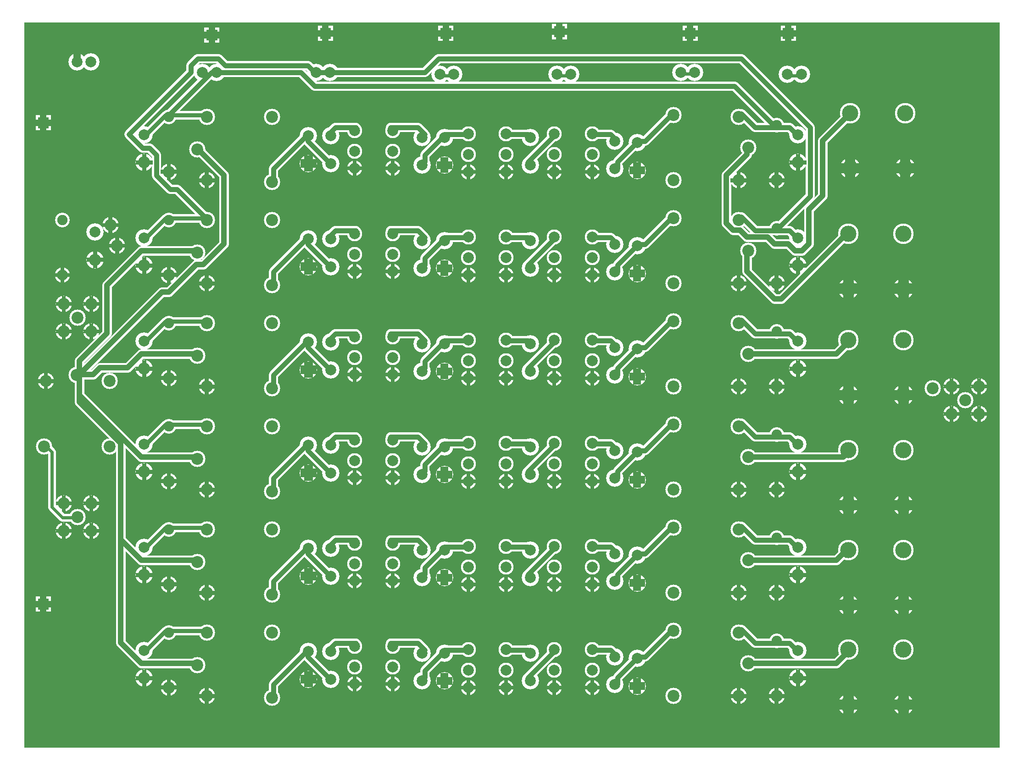
<source format=gbr>
%FSLAX34Y34*%
%MOMM*%
%LNCOPPER_BOTTOM*%
G71*
G01*
%ADD10C,3.200*%
%ADD11C,2.800*%
%ADD12C,2.700*%
%ADD13C,3.000*%
%ADD14C,2.800*%
%ADD15C,2.800*%
%ADD16C,3.000*%
%ADD17C,1.600*%
%ADD18C,1.400*%
%ADD19C,1.700*%
%ADD20C,3.800*%
%ADD21C,1.800*%
%ADD22C,0.667*%
%ADD23C,1.340*%
%ADD24C,0.813*%
%ADD25C,1.193*%
%ADD26C,0.733*%
%ADD27C,1.607*%
%ADD28C,1.447*%
%ADD29C,1.920*%
%ADD30C,2.000*%
%ADD31C,1.900*%
%ADD32C,2.200*%
%ADD33C,2.000*%
%ADD34C,2.000*%
%ADD35C,4.300*%
%ADD36C,0.144*%
%ADD37C,2.200*%
%ADD38C,0.800*%
%ADD39C,0.600*%
%ADD40C,0.900*%
%ADD41C,3.000*%
%ADD42C,1.000*%
%LPD*%
G36*
X-6350Y15750D02*
X1793650Y15750D01*
X1793650Y-1324250D01*
X-6350Y-1324250D01*
X-6350Y15750D01*
G37*
%LPC*%
X322400Y-76925D02*
G54D10*
D03*
X347900Y-76925D02*
G54D10*
D03*
X531950Y-76925D02*
G54D10*
D03*
X557450Y-76925D02*
G54D10*
D03*
X603250Y-184150D02*
G54D11*
D03*
X673100Y-184150D02*
G54D11*
D03*
X603250Y-254000D02*
G54D11*
D03*
X673100Y-254000D02*
G54D11*
D03*
X673100Y-222250D02*
G54D11*
D03*
X603250Y-222250D02*
G54D11*
D03*
X260350Y-260350D02*
G54D12*
D03*
X260350Y-158750D02*
G54D12*
D03*
X760550Y-80100D02*
G54D10*
D03*
X786050Y-80100D02*
G54D10*
D03*
X976450Y-80100D02*
G54D10*
D03*
X1001950Y-80100D02*
G54D10*
D03*
X66650Y-504850D02*
G54D13*
D03*
X117450Y-504850D02*
G54D13*
D03*
X92050Y-530250D02*
G54D13*
D03*
X117450Y-555650D02*
G54D13*
D03*
X66650Y-555650D02*
G54D13*
D03*
X66650Y-873150D02*
G54D13*
D03*
X117450Y-873150D02*
G54D13*
D03*
X92050Y-898550D02*
G54D13*
D03*
X117450Y-923950D02*
G54D13*
D03*
X66650Y-923950D02*
G54D13*
D03*
X603250Y-254000D02*
G54D14*
D03*
X673100Y-254000D02*
G54D14*
D03*
X66650Y-504850D02*
G54D14*
D03*
X117450Y-504850D02*
G54D14*
D03*
X66650Y-555650D02*
G54D14*
D03*
X117450Y-555650D02*
G54D14*
D03*
X66650Y-873150D02*
G54D15*
D03*
X117450Y-873150D02*
G54D14*
D03*
X66650Y-923950D02*
G54D14*
D03*
X117450Y-923950D02*
G54D14*
D03*
X63500Y-450850D02*
G54D12*
D03*
X63500Y-349250D02*
G54D12*
D03*
X124127Y-371877D02*
G54D10*
D03*
X124240Y-422858D02*
G54D10*
D03*
X90625Y-57875D02*
G54D10*
D03*
X116125Y-57875D02*
G54D10*
D03*
X63500Y-450850D02*
G54D14*
D03*
G36*
X535250Y9250D02*
X563250Y9250D01*
X563250Y-18750D01*
X535250Y-18750D01*
X535250Y9250D01*
G37*
G36*
X757500Y9250D02*
X785500Y9250D01*
X785500Y-18750D01*
X757500Y-18750D01*
X757500Y9250D01*
G37*
G36*
X967050Y12425D02*
X995050Y12425D01*
X995050Y-15575D01*
X967050Y-15575D01*
X967050Y12425D01*
G37*
G36*
X1208350Y9250D02*
X1236350Y9250D01*
X1236350Y-18750D01*
X1208350Y-18750D01*
X1208350Y9250D01*
G37*
G36*
X1389325Y9250D02*
X1417325Y9250D01*
X1417325Y-18750D01*
X1389325Y-18750D01*
X1389325Y9250D01*
G37*
G36*
X42550Y-155850D02*
X42550Y-183850D01*
X14550Y-183850D01*
X14550Y-155850D01*
X42550Y-155850D01*
G37*
G36*
X42550Y-1044850D02*
X42550Y-1072850D01*
X14550Y-1072850D01*
X14550Y-1044850D01*
X42550Y-1044850D01*
G37*
X450850Y-279400D02*
G54D13*
D03*
X330200Y-276226D02*
G54D13*
D03*
X450850Y-158750D02*
G54D13*
D03*
X330200Y-158750D02*
G54D13*
D03*
X312738Y-219075D02*
G54D13*
D03*
X214776Y-192305D02*
G54D10*
D03*
X214888Y-243285D02*
G54D10*
D03*
X214888Y-243285D02*
G54D13*
D03*
X30003Y-767659D02*
G54D13*
D03*
X33177Y-647009D02*
G54D13*
D03*
X150653Y-767659D02*
G54D13*
D03*
X150653Y-647009D02*
G54D13*
D03*
X90328Y-635896D02*
G54D13*
D03*
X330200Y-276226D02*
G54D16*
D03*
X33177Y-647009D02*
G54D13*
D03*
G54D17*
X214776Y-192305D02*
X215900Y-193800D01*
X254000Y-155700D01*
X260350Y-155700D01*
X260350Y-158750D01*
G54D17*
X330200Y-158750D02*
X330200Y-155700D01*
X260350Y-155700D01*
X260350Y-158750D01*
G54D18*
X30003Y-767659D02*
X31750Y-765300D01*
X44450Y-778000D01*
X44450Y-879600D01*
X63500Y-898650D01*
X88900Y-898650D01*
X92050Y-898550D01*
X260350Y-260350D02*
G54D13*
D03*
X164920Y-397112D02*
G54D13*
D03*
X214888Y-243285D02*
G54D13*
D03*
X260350Y-260350D02*
G54D13*
D03*
X124240Y-422858D02*
G54D13*
D03*
X152400Y-358900D02*
G54D13*
D03*
G54D18*
X347900Y-76925D02*
X346075Y-79500D01*
X320675Y-79500D01*
X322400Y-76925D01*
G54D18*
X786050Y-80100D02*
X784225Y-82675D01*
X758825Y-82675D01*
X760550Y-80100D01*
G54D18*
X1001950Y-80100D02*
X1000125Y-82675D01*
X974725Y-82675D01*
X976450Y-80100D01*
X517827Y-194077D02*
G54D10*
D03*
X517940Y-245058D02*
G54D10*
D03*
X559102Y-194077D02*
G54D10*
D03*
X559214Y-245058D02*
G54D10*
D03*
X517939Y-245058D02*
G54D14*
D03*
X727377Y-197252D02*
G54D10*
D03*
X727490Y-248232D02*
G54D10*
D03*
X768652Y-197252D02*
G54D10*
D03*
X768764Y-248232D02*
G54D10*
D03*
X768765Y-248233D02*
G54D14*
D03*
X812800Y-190500D02*
G54D11*
D03*
X882650Y-190500D02*
G54D11*
D03*
X812800Y-260350D02*
G54D11*
D03*
X882650Y-260350D02*
G54D11*
D03*
X882650Y-228600D02*
G54D11*
D03*
X812800Y-228600D02*
G54D11*
D03*
X812800Y-260350D02*
G54D14*
D03*
X882650Y-260350D02*
G54D14*
D03*
X927402Y-197252D02*
G54D10*
D03*
X927514Y-248232D02*
G54D10*
D03*
X971550Y-190500D02*
G54D11*
D03*
X1041400Y-190500D02*
G54D11*
D03*
X971550Y-260350D02*
G54D11*
D03*
X1041400Y-260350D02*
G54D11*
D03*
X1041400Y-228600D02*
G54D11*
D03*
X971550Y-228600D02*
G54D11*
D03*
X971550Y-260350D02*
G54D14*
D03*
X1041400Y-260350D02*
G54D14*
D03*
X1082977Y-203602D02*
G54D10*
D03*
X1083090Y-254582D02*
G54D10*
D03*
X1124252Y-206777D02*
G54D10*
D03*
X1124364Y-257758D02*
G54D10*
D03*
X1124365Y-257758D02*
G54D14*
D03*
G54D19*
X559102Y-194077D02*
X554694Y-191112D01*
X567394Y-178412D01*
X605494Y-178412D01*
X603250Y-184150D01*
G54D19*
X727377Y-197252D02*
X732494Y-191112D01*
X719794Y-178412D01*
X668994Y-178412D01*
X673100Y-184150D01*
G54D19*
X768652Y-197252D02*
X770594Y-191112D01*
X732494Y-229212D01*
X732494Y-241912D01*
X727490Y-248232D01*
G54D19*
X812800Y-190500D02*
X808694Y-191112D01*
X770594Y-191112D01*
X768652Y-197252D01*
G54D19*
X927402Y-197252D02*
X922994Y-191112D01*
X884894Y-191112D01*
X882650Y-190500D01*
G54D19*
X971550Y-190500D02*
X973794Y-191112D01*
X922994Y-241912D01*
X927514Y-248232D01*
G54D19*
X1082977Y-203602D02*
X1088094Y-203812D01*
X1075394Y-191112D01*
X1037294Y-191112D01*
X1041400Y-190500D01*
G54D19*
X1124252Y-206777D02*
X1126194Y-203812D01*
X1088094Y-241912D01*
X1088094Y-254612D01*
X1083090Y-254582D01*
G54D19*
X517827Y-194077D02*
X516594Y-191112D01*
X453094Y-254612D01*
X453094Y-280012D01*
X450850Y-279400D01*
G54D19*
X559214Y-245058D02*
X554694Y-241912D01*
X516594Y-203812D01*
X516594Y-191112D01*
X517827Y-194077D01*
X1381636Y-174734D02*
G54D12*
D03*
X1381636Y-276334D02*
G54D12*
D03*
X1191136Y-155684D02*
G54D13*
D03*
X1311786Y-158858D02*
G54D13*
D03*
X1191136Y-276334D02*
G54D13*
D03*
X1311786Y-276334D02*
G54D13*
D03*
X1329248Y-216010D02*
G54D13*
D03*
X1311786Y-276334D02*
G54D16*
D03*
X1421276Y-192305D02*
G54D10*
D03*
X1421388Y-243285D02*
G54D10*
D03*
X1421388Y-243285D02*
G54D13*
D03*
X1421388Y-243285D02*
G54D13*
D03*
X1381636Y-276334D02*
G54D13*
D03*
G54D19*
X1191136Y-155684D02*
X1189694Y-153012D01*
X1138894Y-203812D01*
X1126194Y-203812D01*
X1124252Y-206777D01*
G54D19*
X1311786Y-158858D02*
X1316694Y-153012D01*
X1342094Y-178412D01*
X1380194Y-178412D01*
X1381636Y-174734D01*
G54D19*
X1421276Y-192305D02*
X1418294Y-191112D01*
X1405594Y-178412D01*
X1380194Y-178412D01*
X1381636Y-174734D01*
X603250Y-374650D02*
G54D11*
D03*
X673100Y-374650D02*
G54D11*
D03*
X603250Y-444500D02*
G54D11*
D03*
X673100Y-444500D02*
G54D11*
D03*
X673100Y-412750D02*
G54D11*
D03*
X603250Y-412750D02*
G54D11*
D03*
X260350Y-450850D02*
G54D12*
D03*
X260350Y-349250D02*
G54D12*
D03*
X603250Y-444500D02*
G54D14*
D03*
X673100Y-444500D02*
G54D14*
D03*
X450850Y-469900D02*
G54D13*
D03*
X330200Y-466726D02*
G54D13*
D03*
X450850Y-349250D02*
G54D13*
D03*
X330200Y-349250D02*
G54D13*
D03*
X312738Y-409575D02*
G54D13*
D03*
X214776Y-382805D02*
G54D10*
D03*
X214888Y-433785D02*
G54D10*
D03*
X214888Y-433785D02*
G54D13*
D03*
X330200Y-466726D02*
G54D16*
D03*
G54D17*
X214776Y-382805D02*
X215900Y-384300D01*
X254000Y-346200D01*
X260350Y-346200D01*
X260350Y-349250D01*
G54D17*
X330200Y-349250D02*
X330200Y-346200D01*
X260350Y-346200D01*
X260350Y-349250D01*
X260350Y-450850D02*
G54D13*
D03*
X214888Y-433785D02*
G54D13*
D03*
X260350Y-450850D02*
G54D13*
D03*
X517827Y-384577D02*
G54D10*
D03*
X517940Y-435558D02*
G54D10*
D03*
X559102Y-384577D02*
G54D10*
D03*
X559214Y-435558D02*
G54D10*
D03*
X517939Y-435558D02*
G54D14*
D03*
X727377Y-387752D02*
G54D10*
D03*
X727490Y-438732D02*
G54D10*
D03*
X768652Y-387752D02*
G54D10*
D03*
X768764Y-438732D02*
G54D10*
D03*
X768765Y-438733D02*
G54D14*
D03*
X812800Y-381000D02*
G54D11*
D03*
X882650Y-381000D02*
G54D11*
D03*
X812800Y-450850D02*
G54D11*
D03*
X882650Y-450850D02*
G54D11*
D03*
X882650Y-419100D02*
G54D11*
D03*
X812800Y-419100D02*
G54D11*
D03*
X812800Y-450850D02*
G54D14*
D03*
X882650Y-450850D02*
G54D14*
D03*
X927402Y-387752D02*
G54D10*
D03*
X927514Y-438732D02*
G54D10*
D03*
X971550Y-381000D02*
G54D11*
D03*
X1041400Y-381000D02*
G54D11*
D03*
X971550Y-450850D02*
G54D11*
D03*
X1041400Y-450850D02*
G54D11*
D03*
X1041400Y-419100D02*
G54D11*
D03*
X971550Y-419100D02*
G54D11*
D03*
X971550Y-450850D02*
G54D14*
D03*
X1041400Y-450850D02*
G54D14*
D03*
X1082977Y-394102D02*
G54D10*
D03*
X1083090Y-445082D02*
G54D10*
D03*
X1124252Y-397277D02*
G54D10*
D03*
X1124364Y-448258D02*
G54D10*
D03*
X1124365Y-448258D02*
G54D14*
D03*
G54D19*
X559102Y-384577D02*
X554694Y-381612D01*
X567394Y-368912D01*
X605494Y-368912D01*
X603250Y-374650D01*
G54D19*
X727377Y-387752D02*
X732494Y-381612D01*
X719794Y-368912D01*
X668994Y-368912D01*
X673100Y-374650D01*
G54D19*
X768652Y-387752D02*
X770594Y-381612D01*
X732494Y-419712D01*
X732494Y-432412D01*
X727490Y-438732D01*
G54D19*
X812800Y-381000D02*
X808694Y-381612D01*
X770594Y-381612D01*
X768652Y-387752D01*
G54D19*
X927402Y-387752D02*
X922994Y-381612D01*
X884894Y-381612D01*
X882650Y-381000D01*
G54D19*
X971550Y-381000D02*
X973794Y-381612D01*
X922994Y-432412D01*
X927514Y-438732D01*
G54D19*
X1082977Y-394102D02*
X1088094Y-394312D01*
X1075394Y-381612D01*
X1037294Y-381612D01*
X1041400Y-381000D01*
G54D19*
X1124252Y-397277D02*
X1126194Y-394312D01*
X1088094Y-432412D01*
X1088094Y-445112D01*
X1083090Y-445082D01*
G54D19*
X517827Y-384577D02*
X516594Y-381612D01*
X453094Y-445112D01*
X453094Y-470512D01*
X450850Y-469900D01*
G54D19*
X559214Y-435558D02*
X554694Y-432412D01*
X516594Y-394312D01*
X516594Y-381612D01*
X517827Y-384577D01*
X1381636Y-365234D02*
G54D12*
D03*
X1381636Y-466834D02*
G54D12*
D03*
X1191136Y-346184D02*
G54D13*
D03*
X1311786Y-349358D02*
G54D13*
D03*
X1191136Y-466834D02*
G54D13*
D03*
X1311786Y-466834D02*
G54D13*
D03*
X1329248Y-406510D02*
G54D13*
D03*
X1311786Y-466834D02*
G54D16*
D03*
X1421276Y-382805D02*
G54D10*
D03*
X1421388Y-433785D02*
G54D10*
D03*
X1421388Y-433785D02*
G54D13*
D03*
X1421388Y-433785D02*
G54D13*
D03*
X1381636Y-466834D02*
G54D13*
D03*
G54D19*
X1191136Y-346184D02*
X1189694Y-343512D01*
X1138894Y-394312D01*
X1126194Y-394312D01*
X1124252Y-397277D01*
G54D19*
X1311786Y-349358D02*
X1316694Y-343512D01*
X1342094Y-368912D01*
X1380194Y-368912D01*
X1381636Y-365234D01*
G54D19*
X1421276Y-382805D02*
X1418294Y-381612D01*
X1405594Y-368912D01*
X1380194Y-368912D01*
X1381636Y-365234D01*
X603250Y-565150D02*
G54D11*
D03*
X673100Y-565150D02*
G54D11*
D03*
X603250Y-635000D02*
G54D11*
D03*
X673100Y-635000D02*
G54D11*
D03*
X673100Y-603250D02*
G54D11*
D03*
X603250Y-603250D02*
G54D11*
D03*
X260350Y-641350D02*
G54D12*
D03*
X260350Y-539750D02*
G54D12*
D03*
X603250Y-635000D02*
G54D14*
D03*
X673100Y-635000D02*
G54D14*
D03*
X450850Y-660400D02*
G54D13*
D03*
X330200Y-657226D02*
G54D13*
D03*
X450850Y-539750D02*
G54D13*
D03*
X330200Y-539750D02*
G54D13*
D03*
X312738Y-600075D02*
G54D13*
D03*
X214776Y-573305D02*
G54D10*
D03*
X214888Y-624285D02*
G54D10*
D03*
X214888Y-624285D02*
G54D13*
D03*
X330200Y-657226D02*
G54D16*
D03*
G54D17*
X214776Y-573305D02*
X215900Y-574800D01*
X254000Y-536700D01*
X260350Y-536700D01*
X260350Y-539750D01*
G54D17*
X330200Y-539750D02*
X330200Y-536700D01*
X260350Y-536700D01*
X260350Y-539750D01*
X260350Y-641350D02*
G54D13*
D03*
X214888Y-624285D02*
G54D13*
D03*
X260350Y-641350D02*
G54D13*
D03*
X517827Y-575077D02*
G54D10*
D03*
X517940Y-626058D02*
G54D10*
D03*
X559102Y-575077D02*
G54D10*
D03*
X559214Y-626058D02*
G54D10*
D03*
X517939Y-626058D02*
G54D14*
D03*
X727377Y-578252D02*
G54D10*
D03*
X727490Y-629232D02*
G54D10*
D03*
X768652Y-578252D02*
G54D10*
D03*
X768764Y-629232D02*
G54D10*
D03*
X768765Y-629233D02*
G54D14*
D03*
X812800Y-571500D02*
G54D11*
D03*
X882650Y-571500D02*
G54D11*
D03*
X812800Y-641350D02*
G54D11*
D03*
X882650Y-641350D02*
G54D11*
D03*
X882650Y-609600D02*
G54D11*
D03*
X812800Y-609600D02*
G54D11*
D03*
X812800Y-641350D02*
G54D14*
D03*
X882650Y-641350D02*
G54D14*
D03*
X927402Y-578252D02*
G54D10*
D03*
X927514Y-629232D02*
G54D10*
D03*
X971550Y-571500D02*
G54D11*
D03*
X1041400Y-571500D02*
G54D11*
D03*
X971550Y-641350D02*
G54D11*
D03*
X1041400Y-641350D02*
G54D11*
D03*
X1041400Y-609600D02*
G54D11*
D03*
X971550Y-609600D02*
G54D11*
D03*
X971550Y-641350D02*
G54D14*
D03*
X1041400Y-641350D02*
G54D14*
D03*
X1082977Y-584602D02*
G54D10*
D03*
X1083090Y-635582D02*
G54D10*
D03*
X1124252Y-587777D02*
G54D10*
D03*
X1124364Y-638758D02*
G54D10*
D03*
X1124365Y-638758D02*
G54D14*
D03*
G54D19*
X559102Y-575077D02*
X554694Y-572112D01*
X567394Y-559412D01*
X605494Y-559412D01*
X603250Y-565150D01*
G54D19*
X727377Y-578252D02*
X732494Y-572112D01*
X719794Y-559412D01*
X668994Y-559412D01*
X673100Y-565150D01*
G54D19*
X768652Y-578252D02*
X770594Y-572112D01*
X732494Y-610212D01*
X732494Y-622912D01*
X727490Y-629232D01*
G54D19*
X812800Y-571500D02*
X808694Y-572112D01*
X770594Y-572112D01*
X768652Y-578252D01*
G54D19*
X927402Y-578252D02*
X922994Y-572112D01*
X884894Y-572112D01*
X882650Y-571500D01*
G54D19*
X971550Y-571500D02*
X973794Y-572112D01*
X922994Y-622912D01*
X927514Y-629232D01*
G54D19*
X1082977Y-584602D02*
X1088094Y-584812D01*
X1075394Y-572112D01*
X1037294Y-572112D01*
X1041400Y-571500D01*
G54D19*
X1124252Y-587777D02*
X1126194Y-584812D01*
X1088094Y-622912D01*
X1088094Y-635612D01*
X1083090Y-635582D01*
G54D19*
X517827Y-575077D02*
X516594Y-572112D01*
X453094Y-635612D01*
X453094Y-661012D01*
X450850Y-660400D01*
G54D19*
X559214Y-626058D02*
X554694Y-622912D01*
X516594Y-584812D01*
X516594Y-572112D01*
X517827Y-575077D01*
X1381636Y-555734D02*
G54D12*
D03*
X1381636Y-657334D02*
G54D12*
D03*
X1191136Y-536684D02*
G54D13*
D03*
X1311786Y-539858D02*
G54D13*
D03*
X1191136Y-657334D02*
G54D13*
D03*
X1311786Y-657334D02*
G54D13*
D03*
X1329248Y-597010D02*
G54D13*
D03*
X1311786Y-657334D02*
G54D16*
D03*
X1421276Y-573305D02*
G54D10*
D03*
X1421388Y-624285D02*
G54D10*
D03*
X1421388Y-624285D02*
G54D13*
D03*
X1421388Y-624285D02*
G54D13*
D03*
X1381636Y-657334D02*
G54D13*
D03*
G54D19*
X1191136Y-536684D02*
X1189694Y-534012D01*
X1138894Y-584812D01*
X1126194Y-584812D01*
X1124252Y-587777D01*
G54D19*
X1311786Y-539858D02*
X1316694Y-534012D01*
X1342094Y-559412D01*
X1380194Y-559412D01*
X1381636Y-555734D01*
G54D19*
X1421276Y-573305D02*
X1418294Y-572112D01*
X1405594Y-559412D01*
X1380194Y-559412D01*
X1381636Y-555734D01*
X603250Y-755650D02*
G54D11*
D03*
X673100Y-755650D02*
G54D11*
D03*
X603250Y-825500D02*
G54D11*
D03*
X673100Y-825500D02*
G54D11*
D03*
X673100Y-793750D02*
G54D11*
D03*
X603250Y-793750D02*
G54D11*
D03*
X260350Y-831850D02*
G54D12*
D03*
X260350Y-730250D02*
G54D12*
D03*
X603250Y-825500D02*
G54D14*
D03*
X673100Y-825500D02*
G54D14*
D03*
X450850Y-850900D02*
G54D13*
D03*
X330200Y-847726D02*
G54D13*
D03*
X450850Y-730250D02*
G54D13*
D03*
X330200Y-730250D02*
G54D13*
D03*
X312738Y-790575D02*
G54D13*
D03*
X214776Y-763804D02*
G54D10*
D03*
X214888Y-814785D02*
G54D10*
D03*
X214888Y-814785D02*
G54D13*
D03*
X330200Y-847726D02*
G54D16*
D03*
G54D17*
X214776Y-763805D02*
X215900Y-765300D01*
X254000Y-727200D01*
X260350Y-727200D01*
X260350Y-730250D01*
G54D17*
X330200Y-730250D02*
X330200Y-727200D01*
X260350Y-727200D01*
X260350Y-730250D01*
X260350Y-831850D02*
G54D13*
D03*
X214888Y-814785D02*
G54D13*
D03*
X260350Y-831850D02*
G54D13*
D03*
X517827Y-765577D02*
G54D10*
D03*
X517940Y-816558D02*
G54D10*
D03*
X559102Y-765577D02*
G54D10*
D03*
X559214Y-816558D02*
G54D10*
D03*
X517939Y-816558D02*
G54D14*
D03*
X727377Y-768752D02*
G54D10*
D03*
X727490Y-819732D02*
G54D10*
D03*
X768652Y-768752D02*
G54D10*
D03*
X768764Y-819732D02*
G54D10*
D03*
X768765Y-819733D02*
G54D14*
D03*
X812800Y-762000D02*
G54D11*
D03*
X882650Y-762000D02*
G54D11*
D03*
X812800Y-831850D02*
G54D11*
D03*
X882650Y-831850D02*
G54D11*
D03*
X882650Y-800100D02*
G54D11*
D03*
X812800Y-800100D02*
G54D11*
D03*
X812800Y-831850D02*
G54D14*
D03*
X882650Y-831850D02*
G54D14*
D03*
X927402Y-768752D02*
G54D10*
D03*
X927514Y-819732D02*
G54D10*
D03*
X971550Y-762000D02*
G54D11*
D03*
X1041400Y-762000D02*
G54D11*
D03*
X971550Y-831850D02*
G54D11*
D03*
X1041400Y-831850D02*
G54D11*
D03*
X1041400Y-800100D02*
G54D11*
D03*
X971550Y-800100D02*
G54D11*
D03*
X971550Y-831850D02*
G54D14*
D03*
X1041400Y-831850D02*
G54D14*
D03*
X1082977Y-775102D02*
G54D10*
D03*
X1083090Y-826082D02*
G54D10*
D03*
X1124252Y-778277D02*
G54D10*
D03*
X1124364Y-829258D02*
G54D10*
D03*
X1124365Y-829258D02*
G54D14*
D03*
G54D19*
X559102Y-765577D02*
X554694Y-762612D01*
X567394Y-749912D01*
X605494Y-749912D01*
X603250Y-755650D01*
G54D19*
X727377Y-768752D02*
X732494Y-762612D01*
X719794Y-749912D01*
X668994Y-749912D01*
X673100Y-755650D01*
G54D19*
X768652Y-768752D02*
X770594Y-762612D01*
X732494Y-800712D01*
X732494Y-813412D01*
X727490Y-819732D01*
G54D19*
X812800Y-762000D02*
X808694Y-762612D01*
X770594Y-762612D01*
X768652Y-768752D01*
G54D19*
X927402Y-768752D02*
X922994Y-762612D01*
X884894Y-762612D01*
X882650Y-762000D01*
G54D19*
X971550Y-762000D02*
X973794Y-762612D01*
X922994Y-813412D01*
X927514Y-819732D01*
G54D19*
X1082977Y-775102D02*
X1088094Y-775312D01*
X1075394Y-762612D01*
X1037294Y-762612D01*
X1041400Y-762000D01*
G54D19*
X1124252Y-778277D02*
X1126194Y-775312D01*
X1088094Y-813412D01*
X1088094Y-826112D01*
X1083090Y-826082D01*
G54D19*
X517827Y-765577D02*
X516594Y-762612D01*
X453094Y-826112D01*
X453094Y-851512D01*
X450850Y-850900D01*
G54D19*
X559214Y-816558D02*
X554694Y-813412D01*
X516594Y-775312D01*
X516594Y-762612D01*
X517827Y-765577D01*
X1381636Y-746234D02*
G54D12*
D03*
X1381636Y-847834D02*
G54D12*
D03*
X1191136Y-727184D02*
G54D13*
D03*
X1311786Y-730358D02*
G54D13*
D03*
X1191136Y-847834D02*
G54D13*
D03*
X1311786Y-847834D02*
G54D13*
D03*
X1329248Y-787510D02*
G54D13*
D03*
X1311786Y-847834D02*
G54D16*
D03*
X1421276Y-763804D02*
G54D10*
D03*
X1421388Y-814785D02*
G54D10*
D03*
X1421388Y-814785D02*
G54D13*
D03*
X1421388Y-814785D02*
G54D13*
D03*
X1381636Y-847834D02*
G54D13*
D03*
G54D19*
X1191136Y-727184D02*
X1189694Y-724512D01*
X1138894Y-775312D01*
X1126194Y-775312D01*
X1124252Y-778277D01*
G54D19*
X1311786Y-730358D02*
X1316694Y-724512D01*
X1342094Y-749912D01*
X1380194Y-749912D01*
X1381636Y-746234D01*
G54D19*
X1421276Y-763805D02*
X1418294Y-762612D01*
X1405594Y-749912D01*
X1380194Y-749912D01*
X1381636Y-746234D01*
X603250Y-946150D02*
G54D11*
D03*
X673100Y-946150D02*
G54D11*
D03*
X603250Y-1016000D02*
G54D11*
D03*
X673100Y-1016000D02*
G54D11*
D03*
X673100Y-984250D02*
G54D11*
D03*
X603250Y-984250D02*
G54D11*
D03*
X260350Y-1022350D02*
G54D12*
D03*
X260350Y-920750D02*
G54D12*
D03*
X603250Y-1016000D02*
G54D14*
D03*
X673100Y-1016000D02*
G54D14*
D03*
X450850Y-1041400D02*
G54D13*
D03*
X330200Y-1038226D02*
G54D13*
D03*
X450850Y-920750D02*
G54D13*
D03*
X330200Y-920750D02*
G54D13*
D03*
X312738Y-981075D02*
G54D13*
D03*
X214776Y-954304D02*
G54D10*
D03*
X214888Y-1005285D02*
G54D10*
D03*
X214888Y-1005285D02*
G54D13*
D03*
X330200Y-1038226D02*
G54D16*
D03*
G54D17*
X214776Y-954305D02*
X215900Y-955800D01*
X254000Y-917700D01*
X260350Y-917700D01*
X260350Y-920750D01*
G54D17*
X330200Y-920750D02*
X330200Y-917700D01*
X260350Y-917700D01*
X260350Y-920750D01*
X260350Y-1022350D02*
G54D13*
D03*
X214888Y-1005285D02*
G54D13*
D03*
X260350Y-1022350D02*
G54D13*
D03*
X517827Y-956077D02*
G54D10*
D03*
X517940Y-1007058D02*
G54D10*
D03*
X559102Y-956077D02*
G54D10*
D03*
X559214Y-1007058D02*
G54D10*
D03*
X517939Y-1007058D02*
G54D14*
D03*
X727377Y-959252D02*
G54D10*
D03*
X727490Y-1010232D02*
G54D10*
D03*
X768652Y-959252D02*
G54D10*
D03*
X768764Y-1010232D02*
G54D10*
D03*
X768765Y-1010233D02*
G54D14*
D03*
X812800Y-952500D02*
G54D11*
D03*
X882650Y-952500D02*
G54D11*
D03*
X812800Y-1022350D02*
G54D11*
D03*
X882650Y-1022350D02*
G54D11*
D03*
X882650Y-990600D02*
G54D11*
D03*
X812800Y-990600D02*
G54D11*
D03*
X812800Y-1022350D02*
G54D14*
D03*
X882650Y-1022350D02*
G54D14*
D03*
X927402Y-959252D02*
G54D10*
D03*
X927514Y-1010232D02*
G54D10*
D03*
X971550Y-952500D02*
G54D11*
D03*
X1041400Y-952500D02*
G54D11*
D03*
X971550Y-1022350D02*
G54D11*
D03*
X1041400Y-1022350D02*
G54D11*
D03*
X1041400Y-990600D02*
G54D11*
D03*
X971550Y-990600D02*
G54D11*
D03*
X971550Y-1022350D02*
G54D14*
D03*
X1041400Y-1022350D02*
G54D14*
D03*
X1082977Y-965602D02*
G54D10*
D03*
X1083090Y-1016582D02*
G54D10*
D03*
X1124252Y-968777D02*
G54D10*
D03*
X1124364Y-1019758D02*
G54D10*
D03*
X1124365Y-1019758D02*
G54D14*
D03*
G54D19*
X559102Y-956077D02*
X554694Y-953112D01*
X567394Y-940412D01*
X605494Y-940412D01*
X603250Y-946150D01*
G54D19*
X727377Y-959252D02*
X732494Y-953112D01*
X719794Y-940412D01*
X668994Y-940412D01*
X673100Y-946150D01*
G54D19*
X768652Y-959252D02*
X770594Y-953112D01*
X732494Y-991212D01*
X732494Y-1003912D01*
X727490Y-1010232D01*
G54D19*
X812800Y-952500D02*
X808694Y-953112D01*
X770594Y-953112D01*
X768652Y-959252D01*
G54D19*
X927402Y-959252D02*
X922994Y-953112D01*
X884894Y-953112D01*
X882650Y-952500D01*
G54D19*
X971550Y-952500D02*
X973794Y-953112D01*
X922994Y-1003912D01*
X927514Y-1010232D01*
G54D19*
X1082977Y-965602D02*
X1088094Y-965812D01*
X1075394Y-953112D01*
X1037294Y-953112D01*
X1041400Y-952500D01*
G54D19*
X1124252Y-968777D02*
X1126194Y-965812D01*
X1088094Y-1003912D01*
X1088094Y-1016612D01*
X1083090Y-1016582D01*
G54D19*
X517827Y-956077D02*
X516594Y-953112D01*
X453094Y-1016612D01*
X453094Y-1042012D01*
X450850Y-1041400D01*
G54D19*
X559214Y-1007058D02*
X554694Y-1003912D01*
X516594Y-965812D01*
X516594Y-953112D01*
X517827Y-956077D01*
X1381636Y-936734D02*
G54D12*
D03*
X1381636Y-1038334D02*
G54D12*
D03*
X1191136Y-917684D02*
G54D13*
D03*
X1311786Y-920858D02*
G54D13*
D03*
X1191136Y-1038334D02*
G54D13*
D03*
X1311786Y-1038334D02*
G54D13*
D03*
X1329248Y-978010D02*
G54D13*
D03*
X1311786Y-1038334D02*
G54D16*
D03*
X1421276Y-954304D02*
G54D10*
D03*
X1421388Y-1005285D02*
G54D10*
D03*
X1421388Y-1005285D02*
G54D13*
D03*
X1421388Y-1005285D02*
G54D13*
D03*
X1381636Y-1038334D02*
G54D13*
D03*
G54D19*
X1191136Y-917684D02*
X1189694Y-915012D01*
X1138894Y-965812D01*
X1126194Y-965812D01*
X1124252Y-968777D01*
G54D19*
X1311786Y-920858D02*
X1316694Y-915012D01*
X1342094Y-940412D01*
X1380194Y-940412D01*
X1381636Y-936734D01*
G54D19*
X1421276Y-954305D02*
X1418294Y-953112D01*
X1405594Y-940412D01*
X1380194Y-940412D01*
X1381636Y-936734D01*
X603250Y-1136650D02*
G54D11*
D03*
X673100Y-1136650D02*
G54D11*
D03*
X603250Y-1206500D02*
G54D11*
D03*
X673100Y-1206500D02*
G54D11*
D03*
X673100Y-1174750D02*
G54D11*
D03*
X603250Y-1174750D02*
G54D11*
D03*
X260350Y-1212850D02*
G54D12*
D03*
X260350Y-1111250D02*
G54D12*
D03*
X603250Y-1206500D02*
G54D14*
D03*
X673100Y-1206500D02*
G54D14*
D03*
X450850Y-1231900D02*
G54D13*
D03*
X330200Y-1228726D02*
G54D13*
D03*
X450850Y-1111250D02*
G54D13*
D03*
X330200Y-1111250D02*
G54D13*
D03*
X312738Y-1171575D02*
G54D13*
D03*
X214776Y-1144804D02*
G54D10*
D03*
X214888Y-1195785D02*
G54D10*
D03*
X214888Y-1195785D02*
G54D13*
D03*
X330200Y-1228726D02*
G54D16*
D03*
G54D17*
X214776Y-1144805D02*
X215900Y-1146300D01*
X254000Y-1108200D01*
X260350Y-1108200D01*
X260350Y-1111250D01*
G54D17*
X330200Y-1111250D02*
X330200Y-1108200D01*
X260350Y-1108200D01*
X260350Y-1111250D01*
X260350Y-1212850D02*
G54D13*
D03*
X214888Y-1195785D02*
G54D13*
D03*
X260350Y-1212850D02*
G54D13*
D03*
X517827Y-1146577D02*
G54D10*
D03*
X517940Y-1197558D02*
G54D10*
D03*
X559102Y-1146577D02*
G54D10*
D03*
X559214Y-1197558D02*
G54D10*
D03*
X517939Y-1197558D02*
G54D14*
D03*
X727377Y-1149752D02*
G54D10*
D03*
X727490Y-1200732D02*
G54D10*
D03*
X768652Y-1149752D02*
G54D10*
D03*
X768764Y-1200732D02*
G54D10*
D03*
X768765Y-1200733D02*
G54D14*
D03*
X812800Y-1143000D02*
G54D11*
D03*
X882650Y-1143000D02*
G54D11*
D03*
X812800Y-1212850D02*
G54D11*
D03*
X882650Y-1212850D02*
G54D11*
D03*
X882650Y-1181100D02*
G54D11*
D03*
X812800Y-1181100D02*
G54D11*
D03*
X812800Y-1212850D02*
G54D14*
D03*
X882650Y-1212850D02*
G54D14*
D03*
X927402Y-1149752D02*
G54D10*
D03*
X927514Y-1200732D02*
G54D10*
D03*
X971550Y-1143000D02*
G54D11*
D03*
X1041400Y-1143000D02*
G54D11*
D03*
X971550Y-1212850D02*
G54D11*
D03*
X1041400Y-1212850D02*
G54D11*
D03*
X1041400Y-1181100D02*
G54D11*
D03*
X971550Y-1181100D02*
G54D11*
D03*
X971550Y-1212850D02*
G54D14*
D03*
X1041400Y-1212850D02*
G54D14*
D03*
X1082977Y-1156102D02*
G54D10*
D03*
X1083090Y-1207082D02*
G54D10*
D03*
X1124252Y-1159277D02*
G54D10*
D03*
X1124364Y-1210258D02*
G54D10*
D03*
X1124365Y-1210258D02*
G54D14*
D03*
G54D19*
X559102Y-1146577D02*
X554694Y-1143612D01*
X567394Y-1130912D01*
X605494Y-1130912D01*
X603250Y-1136650D01*
G54D19*
X727377Y-1149752D02*
X732494Y-1143612D01*
X719794Y-1130912D01*
X668994Y-1130912D01*
X673100Y-1136650D01*
G54D19*
X768652Y-1149752D02*
X770594Y-1143612D01*
X732494Y-1181712D01*
X732494Y-1194412D01*
X727490Y-1200732D01*
G54D19*
X812800Y-1143000D02*
X808694Y-1143612D01*
X770594Y-1143612D01*
X768652Y-1149752D01*
G54D19*
X927402Y-1149752D02*
X922994Y-1143612D01*
X884894Y-1143612D01*
X882650Y-1143000D01*
G54D19*
X971550Y-1143000D02*
X973794Y-1143612D01*
X922994Y-1194412D01*
X927514Y-1200732D01*
G54D19*
X1082977Y-1156102D02*
X1088094Y-1156312D01*
X1075394Y-1143612D01*
X1037294Y-1143612D01*
X1041400Y-1143000D01*
G54D19*
X1124252Y-1159277D02*
X1126194Y-1156312D01*
X1088094Y-1194412D01*
X1088094Y-1207112D01*
X1083090Y-1207082D01*
G54D19*
X517827Y-1146577D02*
X516594Y-1143612D01*
X453094Y-1207112D01*
X453094Y-1232512D01*
X450850Y-1231900D01*
G54D19*
X559214Y-1197558D02*
X554694Y-1194412D01*
X516594Y-1156312D01*
X516594Y-1143612D01*
X517827Y-1146577D01*
X1381636Y-1127234D02*
G54D12*
D03*
X1381636Y-1228834D02*
G54D12*
D03*
X1191136Y-1108184D02*
G54D13*
D03*
X1311786Y-1111358D02*
G54D13*
D03*
X1191136Y-1228834D02*
G54D13*
D03*
X1311786Y-1228834D02*
G54D13*
D03*
X1329248Y-1168510D02*
G54D13*
D03*
X1311786Y-1228834D02*
G54D16*
D03*
X1421276Y-1144804D02*
G54D10*
D03*
X1421388Y-1195785D02*
G54D10*
D03*
X1421388Y-1195785D02*
G54D13*
D03*
X1421388Y-1195785D02*
G54D13*
D03*
X1381636Y-1228834D02*
G54D13*
D03*
G54D19*
X1191136Y-1108184D02*
X1189694Y-1105512D01*
X1138894Y-1156312D01*
X1126194Y-1156312D01*
X1124252Y-1159277D01*
G54D19*
X1311786Y-1111358D02*
X1316694Y-1105512D01*
X1342094Y-1130912D01*
X1380194Y-1130912D01*
X1381636Y-1127234D01*
G54D19*
X1421276Y-1144805D02*
X1418294Y-1143612D01*
X1405594Y-1130912D01*
X1380194Y-1130912D01*
X1381636Y-1127234D01*
X1205050Y-76925D02*
G54D10*
D03*
X1230550Y-76925D02*
G54D10*
D03*
G54D18*
X1230550Y-76925D02*
X1228725Y-79500D01*
X1203325Y-79500D01*
X1205050Y-76925D01*
X1401900Y-80100D02*
G54D10*
D03*
X1427400Y-80100D02*
G54D10*
D03*
G54D18*
X1427400Y-80100D02*
X1425575Y-82675D01*
X1400175Y-82675D01*
X1401900Y-80100D01*
G54D19*
X260350Y-158750D02*
X262594Y-153012D01*
X338794Y-76812D01*
X351494Y-76812D01*
X347900Y-76925D01*
G54D19*
X1381636Y-174734D02*
X1380194Y-178412D01*
X1303994Y-102212D01*
X529294Y-102212D01*
X503894Y-76812D01*
X351494Y-76812D01*
X347900Y-76925D01*
G54D19*
X330200Y-349250D02*
X326094Y-343512D01*
X275294Y-292712D01*
X262594Y-292712D01*
X237194Y-267312D01*
X237194Y-229212D01*
X224494Y-216512D01*
X211794Y-216512D01*
X186394Y-191112D01*
X300694Y-76812D01*
X300694Y-64112D01*
X313394Y-51412D01*
X351494Y-51412D01*
X364194Y-64112D01*
X516594Y-64112D01*
X529294Y-76812D01*
X531950Y-76925D01*
G54D19*
X1381636Y-365234D02*
X1380194Y-368912D01*
X1443694Y-305412D01*
X1443694Y-178412D01*
X1316694Y-51412D01*
X757894Y-51412D01*
X732494Y-76812D01*
X554694Y-76812D01*
X557450Y-76925D01*
G54D19*
X557450Y-76925D02*
X554694Y-76812D01*
X529294Y-76812D01*
X531950Y-76925D01*
X1517650Y-152400D02*
G54D20*
D03*
X1619250Y-152400D02*
G54D13*
D03*
X1619250Y-152400D02*
G54D20*
D03*
X1517650Y-152400D02*
G54D20*
D03*
X1517650Y-254000D02*
G54D13*
D03*
X1517650Y-254000D02*
G54D20*
D03*
X1619250Y-152400D02*
G54D20*
D03*
X1619250Y-254000D02*
G54D13*
D03*
X1619250Y-254000D02*
G54D20*
D03*
X1514475Y-374650D02*
G54D20*
D03*
X1616075Y-374650D02*
G54D13*
D03*
X1616075Y-374650D02*
G54D20*
D03*
X1514475Y-374650D02*
G54D20*
D03*
X1514475Y-476250D02*
G54D13*
D03*
X1514475Y-476250D02*
G54D20*
D03*
X1616075Y-374650D02*
G54D20*
D03*
X1616075Y-476250D02*
G54D13*
D03*
X1616075Y-476250D02*
G54D20*
D03*
X1514475Y-571500D02*
G54D20*
D03*
X1616075Y-571500D02*
G54D13*
D03*
X1616075Y-571500D02*
G54D20*
D03*
X1514475Y-571500D02*
G54D20*
D03*
X1514475Y-673100D02*
G54D13*
D03*
X1514475Y-673100D02*
G54D20*
D03*
X1616075Y-571500D02*
G54D20*
D03*
X1616075Y-673100D02*
G54D13*
D03*
X1616075Y-673100D02*
G54D20*
D03*
X1514475Y-774700D02*
G54D20*
D03*
X1616075Y-774700D02*
G54D13*
D03*
X1616075Y-774700D02*
G54D20*
D03*
X1514475Y-774700D02*
G54D20*
D03*
X1514475Y-876300D02*
G54D13*
D03*
X1514475Y-876300D02*
G54D20*
D03*
X1616075Y-774700D02*
G54D20*
D03*
X1616075Y-876300D02*
G54D13*
D03*
X1616075Y-876300D02*
G54D20*
D03*
X1514475Y-958850D02*
G54D20*
D03*
X1616075Y-958850D02*
G54D13*
D03*
X1616075Y-958850D02*
G54D20*
D03*
X1514475Y-958850D02*
G54D20*
D03*
X1514475Y-1060450D02*
G54D13*
D03*
X1514475Y-1060450D02*
G54D20*
D03*
X1616075Y-958850D02*
G54D20*
D03*
X1616075Y-1060450D02*
G54D13*
D03*
X1616075Y-1060450D02*
G54D20*
D03*
X1514475Y-1143000D02*
G54D20*
D03*
X1616075Y-1143000D02*
G54D13*
D03*
X1616075Y-1143000D02*
G54D20*
D03*
X1514475Y-1143000D02*
G54D20*
D03*
X1514475Y-1244600D02*
G54D13*
D03*
X1514475Y-1244600D02*
G54D20*
D03*
X1616075Y-1143000D02*
G54D20*
D03*
X1616075Y-1244600D02*
G54D13*
D03*
X1616075Y-1244600D02*
G54D20*
D03*
X1517650Y-254000D02*
G54D20*
D03*
X1619250Y-254000D02*
G54D20*
D03*
X1514475Y-476250D02*
G54D20*
D03*
X1616075Y-476250D02*
G54D20*
D03*
X1514475Y-673100D02*
G54D20*
D03*
X1616075Y-673100D02*
G54D20*
D03*
X1514475Y-876300D02*
G54D20*
D03*
X1616075Y-876300D02*
G54D20*
D03*
X1514475Y-1060450D02*
G54D20*
D03*
X1616075Y-1060450D02*
G54D20*
D03*
X1514475Y-1244600D02*
G54D20*
D03*
X1616075Y-1244600D02*
G54D20*
D03*
G54D21*
X1517650Y-152400D02*
X1466850Y-203200D01*
X1466850Y-304800D01*
X1441450Y-330200D01*
X1441450Y-393700D01*
X1428750Y-406400D01*
X1416050Y-406400D01*
X1403350Y-393700D01*
X1377950Y-393700D01*
X1365250Y-381000D01*
X1327150Y-381000D01*
X1314450Y-368300D01*
X1301750Y-368300D01*
X1289050Y-355600D01*
X1289050Y-266700D01*
X1327150Y-228600D01*
X1327150Y-215900D01*
X1329248Y-216009D01*
G54D21*
X1514475Y-374650D02*
X1517650Y-368300D01*
X1390650Y-495300D01*
X1377950Y-495300D01*
X1327150Y-444500D01*
X1327150Y-406400D01*
X1329248Y-406509D01*
G54D21*
X1514475Y-571500D02*
X1517650Y-571500D01*
X1492250Y-596900D01*
X1327150Y-596900D01*
X1329248Y-597009D01*
G54D21*
X1514475Y-774700D02*
X1517650Y-774700D01*
X1504950Y-787400D01*
X1327150Y-787400D01*
X1329248Y-787509D01*
G54D21*
X1514475Y-958850D02*
X1517650Y-952500D01*
X1492250Y-977900D01*
X1327150Y-977900D01*
X1329248Y-978009D01*
G54D21*
X1514475Y-1143000D02*
X1517650Y-1143000D01*
X1492250Y-1168400D01*
X1327150Y-1168400D01*
X1329248Y-1168510D01*
G54D21*
X90328Y-635896D02*
X95250Y-635000D01*
X247650Y-482600D01*
X260350Y-482600D01*
X311150Y-431800D01*
X323850Y-431800D01*
X361950Y-393700D01*
X361950Y-266700D01*
X311150Y-215900D01*
X312738Y-219075D01*
G54D21*
X312738Y-409575D02*
X311150Y-406400D01*
X209550Y-406400D01*
X146050Y-469900D01*
X146050Y-558800D01*
X95250Y-609600D01*
X95250Y-635000D01*
X90328Y-635896D01*
G54D21*
X312738Y-600075D02*
X311150Y-596900D01*
X209550Y-596900D01*
X184150Y-622300D01*
X133350Y-622300D01*
X120650Y-635000D01*
X95250Y-635000D01*
X90328Y-635896D01*
G54D21*
X312738Y-790575D02*
X311150Y-787400D01*
X209550Y-787400D01*
X95250Y-673100D01*
X95250Y-635000D01*
X90328Y-635896D01*
G54D21*
X312738Y-981075D02*
X311150Y-977900D01*
X209550Y-977900D01*
X171450Y-939800D01*
X171450Y-762000D01*
X95250Y-685800D01*
X95250Y-635000D01*
X90328Y-635896D01*
G54D21*
X312738Y-1171575D02*
X311150Y-1168400D01*
X209550Y-1168400D01*
X171450Y-1130300D01*
X171450Y-762000D01*
X95250Y-685800D01*
X95250Y-635000D01*
X90328Y-635896D01*
G36*
X325700Y6075D02*
X353700Y6075D01*
X353700Y-21925D01*
X325700Y-21925D01*
X325700Y6075D01*
G37*
X1704950Y-657250D02*
G54D13*
D03*
X1755750Y-657250D02*
G54D13*
D03*
X1730350Y-682650D02*
G54D13*
D03*
X1755750Y-708050D02*
G54D13*
D03*
X1704950Y-708050D02*
G54D13*
D03*
X1704950Y-657250D02*
G54D15*
D03*
X1755750Y-657250D02*
G54D14*
D03*
X1704950Y-708050D02*
G54D14*
D03*
X1755750Y-708050D02*
G54D14*
D03*
X1670050Y-660400D02*
G54D13*
D03*
%LPD*%
G54D22*
G36*
X599917Y-254000D02*
X599917Y-239500D01*
X606583Y-239500D01*
X606583Y-254000D01*
X599917Y-254000D01*
G37*
G36*
X603250Y-250667D02*
X617750Y-250667D01*
X617750Y-257333D01*
X603250Y-257333D01*
X603250Y-250667D01*
G37*
G36*
X606583Y-254000D02*
X606583Y-268500D01*
X599917Y-268500D01*
X599917Y-254000D01*
X606583Y-254000D01*
G37*
G36*
X603250Y-257333D02*
X588750Y-257333D01*
X588750Y-250667D01*
X603250Y-250667D01*
X603250Y-257333D01*
G37*
G54D22*
G36*
X669767Y-254000D02*
X669767Y-239500D01*
X676433Y-239500D01*
X676433Y-254000D01*
X669767Y-254000D01*
G37*
G36*
X673100Y-250667D02*
X687600Y-250667D01*
X687600Y-257333D01*
X673100Y-257333D01*
X673100Y-250667D01*
G37*
G36*
X676433Y-254000D02*
X676433Y-268500D01*
X669767Y-268500D01*
X669767Y-254000D01*
X676433Y-254000D01*
G37*
G36*
X673100Y-257333D02*
X658600Y-257333D01*
X658600Y-250667D01*
X673100Y-250667D01*
X673100Y-257333D01*
G37*
G54D22*
G36*
X63317Y-504850D02*
X63317Y-490350D01*
X69983Y-490350D01*
X69983Y-504850D01*
X63317Y-504850D01*
G37*
G36*
X66650Y-501517D02*
X81150Y-501517D01*
X81150Y-508183D01*
X66650Y-508183D01*
X66650Y-501517D01*
G37*
G36*
X69983Y-504850D02*
X69983Y-519350D01*
X63317Y-519350D01*
X63317Y-504850D01*
X69983Y-504850D01*
G37*
G36*
X66650Y-508183D02*
X52150Y-508183D01*
X52150Y-501517D01*
X66650Y-501517D01*
X66650Y-508183D01*
G37*
G54D22*
G36*
X114117Y-504850D02*
X114117Y-490350D01*
X120783Y-490350D01*
X120783Y-504850D01*
X114117Y-504850D01*
G37*
G36*
X117450Y-501517D02*
X131950Y-501517D01*
X131950Y-508183D01*
X117450Y-508183D01*
X117450Y-501517D01*
G37*
G36*
X120783Y-504850D02*
X120783Y-519350D01*
X114117Y-519350D01*
X114117Y-504850D01*
X120783Y-504850D01*
G37*
G36*
X117450Y-508183D02*
X102950Y-508183D01*
X102950Y-501517D01*
X117450Y-501517D01*
X117450Y-508183D01*
G37*
G54D22*
G36*
X63317Y-555650D02*
X63317Y-541150D01*
X69983Y-541150D01*
X69983Y-555650D01*
X63317Y-555650D01*
G37*
G36*
X66650Y-552317D02*
X81150Y-552317D01*
X81150Y-558983D01*
X66650Y-558983D01*
X66650Y-552317D01*
G37*
G36*
X69983Y-555650D02*
X69983Y-570150D01*
X63317Y-570150D01*
X63317Y-555650D01*
X69983Y-555650D01*
G37*
G36*
X66650Y-558983D02*
X52150Y-558983D01*
X52150Y-552317D01*
X66650Y-552317D01*
X66650Y-558983D01*
G37*
G54D22*
G36*
X114117Y-555650D02*
X114117Y-541150D01*
X120783Y-541150D01*
X120783Y-555650D01*
X114117Y-555650D01*
G37*
G36*
X117450Y-552317D02*
X131950Y-552317D01*
X131950Y-558983D01*
X117450Y-558983D01*
X117450Y-552317D01*
G37*
G36*
X120783Y-555650D02*
X120783Y-570150D01*
X114117Y-570150D01*
X114117Y-555650D01*
X120783Y-555650D01*
G37*
G36*
X117450Y-558983D02*
X102950Y-558983D01*
X102950Y-552317D01*
X117450Y-552317D01*
X117450Y-558983D01*
G37*
G54D22*
G36*
X63317Y-873150D02*
X63317Y-858650D01*
X69983Y-858650D01*
X69983Y-873150D01*
X63317Y-873150D01*
G37*
G36*
X66650Y-869817D02*
X81150Y-869817D01*
X81150Y-876483D01*
X66650Y-876483D01*
X66650Y-869817D01*
G37*
G36*
X69983Y-873150D02*
X69983Y-887650D01*
X63317Y-887650D01*
X63317Y-873150D01*
X69983Y-873150D01*
G37*
G36*
X66650Y-876483D02*
X52150Y-876483D01*
X52150Y-869817D01*
X66650Y-869817D01*
X66650Y-876483D01*
G37*
G54D22*
G36*
X114117Y-873150D02*
X114117Y-858650D01*
X120783Y-858650D01*
X120783Y-873150D01*
X114117Y-873150D01*
G37*
G36*
X117450Y-869817D02*
X131950Y-869817D01*
X131950Y-876483D01*
X117450Y-876483D01*
X117450Y-869817D01*
G37*
G36*
X120783Y-873150D02*
X120783Y-887650D01*
X114117Y-887650D01*
X114117Y-873150D01*
X120783Y-873150D01*
G37*
G36*
X117450Y-876483D02*
X102950Y-876483D01*
X102950Y-869817D01*
X117450Y-869817D01*
X117450Y-876483D01*
G37*
G54D22*
G36*
X63317Y-923950D02*
X63317Y-909450D01*
X69983Y-909450D01*
X69983Y-923950D01*
X63317Y-923950D01*
G37*
G36*
X66650Y-920617D02*
X81150Y-920617D01*
X81150Y-927283D01*
X66650Y-927283D01*
X66650Y-920617D01*
G37*
G36*
X69983Y-923950D02*
X69983Y-938450D01*
X63317Y-938450D01*
X63317Y-923950D01*
X69983Y-923950D01*
G37*
G36*
X66650Y-927283D02*
X52150Y-927283D01*
X52150Y-920617D01*
X66650Y-920617D01*
X66650Y-927283D01*
G37*
G54D22*
G36*
X114117Y-923950D02*
X114117Y-909450D01*
X120783Y-909450D01*
X120783Y-923950D01*
X114117Y-923950D01*
G37*
G36*
X117450Y-920617D02*
X131950Y-920617D01*
X131950Y-927283D01*
X117450Y-927283D01*
X117450Y-920617D01*
G37*
G36*
X120783Y-923950D02*
X120783Y-938450D01*
X114117Y-938450D01*
X114117Y-923950D01*
X120783Y-923950D01*
G37*
G36*
X117450Y-927283D02*
X102950Y-927283D01*
X102950Y-920617D01*
X117450Y-920617D01*
X117450Y-927283D01*
G37*
G54D23*
G36*
X83925Y-57875D02*
X83925Y-41375D01*
X97325Y-41375D01*
X97325Y-57875D01*
X83925Y-57875D01*
G37*
G54D24*
G54D22*
G36*
X60167Y-450850D02*
X60167Y-436350D01*
X66833Y-436350D01*
X66833Y-450850D01*
X60167Y-450850D01*
G37*
G36*
X63500Y-447517D02*
X78000Y-447517D01*
X78000Y-454183D01*
X63500Y-454183D01*
X63500Y-447517D01*
G37*
G36*
X66833Y-450850D02*
X66833Y-465350D01*
X60167Y-465350D01*
X60167Y-450850D01*
X66833Y-450850D01*
G37*
G36*
X63500Y-454183D02*
X49000Y-454183D01*
X49000Y-447517D01*
X63500Y-447517D01*
X63500Y-454183D01*
G37*
G54D25*
G36*
X543283Y-4750D02*
X543283Y9750D01*
X555217Y9750D01*
X555217Y-4750D01*
X543283Y-4750D01*
G37*
G36*
X549250Y1217D02*
X563750Y1217D01*
X563750Y-10717D01*
X549250Y-10717D01*
X549250Y1217D01*
G37*
G36*
X555217Y-4750D02*
X555217Y-19250D01*
X543283Y-19250D01*
X543283Y-4750D01*
X555217Y-4750D01*
G37*
G36*
X549250Y-10717D02*
X534750Y-10717D01*
X534750Y1217D01*
X549250Y1217D01*
X549250Y-10717D01*
G37*
G54D25*
G36*
X765533Y-4750D02*
X765533Y9750D01*
X777467Y9750D01*
X777467Y-4750D01*
X765533Y-4750D01*
G37*
G36*
X771500Y1217D02*
X786000Y1217D01*
X786000Y-10717D01*
X771500Y-10717D01*
X771500Y1217D01*
G37*
G36*
X777467Y-4750D02*
X777467Y-19250D01*
X765533Y-19250D01*
X765533Y-4750D01*
X777467Y-4750D01*
G37*
G36*
X771500Y-10717D02*
X757000Y-10717D01*
X757000Y1217D01*
X771500Y1217D01*
X771500Y-10717D01*
G37*
G54D25*
G36*
X975083Y-1575D02*
X975083Y12925D01*
X987017Y12925D01*
X987017Y-1575D01*
X975083Y-1575D01*
G37*
G36*
X981050Y4392D02*
X995550Y4392D01*
X995550Y-7542D01*
X981050Y-7542D01*
X981050Y4392D01*
G37*
G36*
X987017Y-1575D02*
X987017Y-16075D01*
X975083Y-16075D01*
X975083Y-1575D01*
X987017Y-1575D01*
G37*
G36*
X981050Y-7542D02*
X966550Y-7542D01*
X966550Y4392D01*
X981050Y4392D01*
X981050Y-7542D01*
G37*
G54D25*
G36*
X1216383Y-4750D02*
X1216383Y9750D01*
X1228317Y9750D01*
X1228317Y-4750D01*
X1216383Y-4750D01*
G37*
G36*
X1222350Y1217D02*
X1236850Y1217D01*
X1236850Y-10717D01*
X1222350Y-10717D01*
X1222350Y1217D01*
G37*
G36*
X1228317Y-4750D02*
X1228317Y-19250D01*
X1216383Y-19250D01*
X1216383Y-4750D01*
X1228317Y-4750D01*
G37*
G36*
X1222350Y-10717D02*
X1207850Y-10717D01*
X1207850Y1217D01*
X1222350Y1217D01*
X1222350Y-10717D01*
G37*
G54D25*
G36*
X1397358Y-4750D02*
X1397358Y9750D01*
X1409292Y9750D01*
X1409292Y-4750D01*
X1397358Y-4750D01*
G37*
G36*
X1403325Y1217D02*
X1417825Y1217D01*
X1417825Y-10717D01*
X1403325Y-10717D01*
X1403325Y1217D01*
G37*
G36*
X1409292Y-4750D02*
X1409292Y-19250D01*
X1397358Y-19250D01*
X1397358Y-4750D01*
X1409292Y-4750D01*
G37*
G36*
X1403325Y-10717D02*
X1388825Y-10717D01*
X1388825Y1217D01*
X1403325Y1217D01*
X1403325Y-10717D01*
G37*
G54D25*
G36*
X28550Y-163883D02*
X43050Y-163883D01*
X43050Y-175817D01*
X28550Y-175817D01*
X28550Y-163883D01*
G37*
G36*
X34517Y-169850D02*
X34517Y-184350D01*
X22583Y-184350D01*
X22583Y-169850D01*
X34517Y-169850D01*
G37*
G36*
X28550Y-175817D02*
X14050Y-175817D01*
X14050Y-163883D01*
X28550Y-163883D01*
X28550Y-175817D01*
G37*
G36*
X22583Y-169850D02*
X22583Y-155350D01*
X34517Y-155350D01*
X34517Y-169850D01*
X22583Y-169850D01*
G37*
G54D25*
G36*
X28550Y-1052883D02*
X43050Y-1052883D01*
X43050Y-1064817D01*
X28550Y-1064817D01*
X28550Y-1052883D01*
G37*
G36*
X34517Y-1058850D02*
X34517Y-1073350D01*
X22583Y-1073350D01*
X22583Y-1058850D01*
X34517Y-1058850D01*
G37*
G36*
X28550Y-1064817D02*
X14050Y-1064817D01*
X14050Y-1052883D01*
X28550Y-1052883D01*
X28550Y-1064817D01*
G37*
G36*
X22583Y-1058850D02*
X22583Y-1044350D01*
X34517Y-1044350D01*
X34517Y-1058850D01*
X22583Y-1058850D01*
G37*
G54D26*
G36*
X218555Y-243285D02*
X218555Y-258785D01*
X211222Y-258785D01*
X211222Y-243285D01*
X218555Y-243285D01*
G37*
G36*
X214888Y-246952D02*
X199388Y-246952D01*
X199388Y-239618D01*
X214888Y-239618D01*
X214888Y-246952D01*
G37*
G36*
X211222Y-243285D02*
X211222Y-227785D01*
X218555Y-227785D01*
X218555Y-243285D01*
X211222Y-243285D01*
G37*
G36*
X214888Y-239618D02*
X230388Y-239618D01*
X230388Y-246952D01*
X214888Y-246952D01*
X214888Y-239618D01*
G37*
G54D26*
G36*
X326533Y-276226D02*
X326533Y-260726D01*
X333867Y-260726D01*
X333867Y-276226D01*
X326533Y-276226D01*
G37*
G36*
X330200Y-272559D02*
X345700Y-272559D01*
X345700Y-279893D01*
X330200Y-279893D01*
X330200Y-272559D01*
G37*
G36*
X333867Y-276226D02*
X333867Y-291726D01*
X326533Y-291726D01*
X326533Y-276226D01*
X333867Y-276226D01*
G37*
G36*
X330200Y-279893D02*
X314700Y-279893D01*
X314700Y-272559D01*
X330200Y-272559D01*
X330200Y-279893D01*
G37*
G54D26*
G36*
X33177Y-643342D02*
X48677Y-643342D01*
X48677Y-650676D01*
X33177Y-650676D01*
X33177Y-643342D01*
G37*
G36*
X36844Y-647009D02*
X36844Y-662509D01*
X29510Y-662509D01*
X29510Y-647009D01*
X36844Y-647009D01*
G37*
G36*
X33177Y-650676D02*
X17677Y-650676D01*
X17677Y-643342D01*
X33177Y-643342D01*
X33177Y-650676D01*
G37*
G36*
X29510Y-647009D02*
X29510Y-631509D01*
X36844Y-631509D01*
X36844Y-647009D01*
X29510Y-647009D01*
G37*
G54D26*
G36*
X264017Y-260350D02*
X264017Y-275850D01*
X256683Y-275850D01*
X256683Y-260350D01*
X264017Y-260350D01*
G37*
G36*
X260350Y-264017D02*
X244850Y-264017D01*
X244850Y-256683D01*
X260350Y-256683D01*
X260350Y-264017D01*
G37*
G36*
X256683Y-260350D02*
X256683Y-244850D01*
X264017Y-244850D01*
X264017Y-260350D01*
X256683Y-260350D01*
G37*
G36*
X260350Y-256683D02*
X275850Y-256683D01*
X275850Y-264017D01*
X260350Y-264017D01*
X260350Y-256683D01*
G37*
G54D26*
G36*
X168586Y-397112D02*
X168586Y-412612D01*
X161253Y-412612D01*
X161253Y-397112D01*
X168586Y-397112D01*
G37*
G36*
X164920Y-400779D02*
X149420Y-400779D01*
X149420Y-393446D01*
X164920Y-393446D01*
X164920Y-400779D01*
G37*
G36*
X161253Y-397112D02*
X161253Y-381612D01*
X168586Y-381612D01*
X168586Y-397112D01*
X161253Y-397112D01*
G37*
G36*
X164920Y-393446D02*
X180420Y-393446D01*
X180420Y-400779D01*
X164920Y-400779D01*
X164920Y-393446D01*
G37*
G54D26*
G36*
X218555Y-243285D02*
X218555Y-258785D01*
X211222Y-258785D01*
X211222Y-243285D01*
X218555Y-243285D01*
G37*
G36*
X214888Y-246952D02*
X199388Y-246952D01*
X199388Y-239618D01*
X214888Y-239618D01*
X214888Y-246952D01*
G37*
G36*
X211222Y-243285D02*
X211222Y-227785D01*
X218555Y-227785D01*
X218555Y-243285D01*
X211222Y-243285D01*
G37*
G36*
X214888Y-239618D02*
X230388Y-239618D01*
X230388Y-246952D01*
X214888Y-246952D01*
X214888Y-239618D01*
G37*
G54D26*
G36*
X264017Y-260350D02*
X264017Y-275850D01*
X256683Y-275850D01*
X256683Y-260350D01*
X264017Y-260350D01*
G37*
G36*
X260350Y-264017D02*
X244850Y-264017D01*
X244850Y-256683D01*
X260350Y-256683D01*
X260350Y-264017D01*
G37*
G36*
X256683Y-260350D02*
X256683Y-244850D01*
X264017Y-244850D01*
X264017Y-260350D01*
X256683Y-260350D01*
G37*
G36*
X260350Y-256683D02*
X275850Y-256683D01*
X275850Y-264017D01*
X260350Y-264017D01*
X260350Y-256683D01*
G37*
G54D26*
G36*
X127906Y-422858D02*
X127906Y-438358D01*
X120573Y-438358D01*
X120573Y-422858D01*
X127906Y-422858D01*
G37*
G36*
X124240Y-426524D02*
X108740Y-426524D01*
X108740Y-419191D01*
X124240Y-419191D01*
X124240Y-426524D01*
G37*
G36*
X120573Y-422858D02*
X120573Y-407358D01*
X127906Y-407358D01*
X127906Y-422858D01*
X120573Y-422858D01*
G37*
G36*
X124240Y-419191D02*
X139740Y-419191D01*
X139740Y-426524D01*
X124240Y-426524D01*
X124240Y-419191D01*
G37*
G54D26*
G36*
X156067Y-358900D02*
X156067Y-374400D01*
X148733Y-374400D01*
X148733Y-358900D01*
X156067Y-358900D01*
G37*
G36*
X152400Y-362567D02*
X136900Y-362567D01*
X136900Y-355233D01*
X152400Y-355233D01*
X152400Y-362567D01*
G37*
G36*
X148733Y-358900D02*
X148733Y-343400D01*
X156067Y-343400D01*
X156067Y-358900D01*
X148733Y-358900D01*
G37*
G36*
X152400Y-355233D02*
X167900Y-355233D01*
X167900Y-362567D01*
X152400Y-362567D01*
X152400Y-355233D01*
G37*
G54D27*
G36*
X509906Y-245058D02*
X509906Y-230558D01*
X525972Y-230558D01*
X525972Y-245058D01*
X509906Y-245058D01*
G37*
G36*
X517939Y-237025D02*
X532439Y-237025D01*
X532439Y-253091D01*
X517939Y-253091D01*
X517939Y-237025D01*
G37*
G36*
X525972Y-245058D02*
X525972Y-259558D01*
X509906Y-259558D01*
X509906Y-245058D01*
X525972Y-245058D01*
G37*
G36*
X517939Y-253091D02*
X503439Y-253091D01*
X503439Y-237025D01*
X517939Y-237025D01*
X517939Y-253091D01*
G37*
G54D28*
G36*
X761532Y-248233D02*
X761532Y-233733D01*
X775998Y-233733D01*
X775998Y-248233D01*
X761532Y-248233D01*
G37*
G36*
X768765Y-241000D02*
X783265Y-241000D01*
X783265Y-255466D01*
X768765Y-255466D01*
X768765Y-241000D01*
G37*
G36*
X775998Y-248233D02*
X775998Y-262733D01*
X761532Y-262733D01*
X761532Y-248233D01*
X775998Y-248233D01*
G37*
G36*
X768765Y-255466D02*
X754265Y-255466D01*
X754265Y-241000D01*
X768765Y-241000D01*
X768765Y-255466D01*
G37*
G54D22*
G36*
X809467Y-260350D02*
X809467Y-245850D01*
X816133Y-245850D01*
X816133Y-260350D01*
X809467Y-260350D01*
G37*
G36*
X812800Y-257017D02*
X827300Y-257017D01*
X827300Y-263683D01*
X812800Y-263683D01*
X812800Y-257017D01*
G37*
G36*
X816133Y-260350D02*
X816133Y-274850D01*
X809467Y-274850D01*
X809467Y-260350D01*
X816133Y-260350D01*
G37*
G36*
X812800Y-263683D02*
X798300Y-263683D01*
X798300Y-257017D01*
X812800Y-257017D01*
X812800Y-263683D01*
G37*
G54D22*
G36*
X879317Y-260350D02*
X879317Y-245850D01*
X885983Y-245850D01*
X885983Y-260350D01*
X879317Y-260350D01*
G37*
G36*
X882650Y-257017D02*
X897150Y-257017D01*
X897150Y-263683D01*
X882650Y-263683D01*
X882650Y-257017D01*
G37*
G36*
X885983Y-260350D02*
X885983Y-274850D01*
X879317Y-274850D01*
X879317Y-260350D01*
X885983Y-260350D01*
G37*
G36*
X882650Y-263683D02*
X868150Y-263683D01*
X868150Y-257017D01*
X882650Y-257017D01*
X882650Y-263683D01*
G37*
G54D22*
G36*
X968217Y-260350D02*
X968217Y-245850D01*
X974883Y-245850D01*
X974883Y-260350D01*
X968217Y-260350D01*
G37*
G36*
X971550Y-257017D02*
X986050Y-257017D01*
X986050Y-263683D01*
X971550Y-263683D01*
X971550Y-257017D01*
G37*
G36*
X974883Y-260350D02*
X974883Y-274850D01*
X968217Y-274850D01*
X968217Y-260350D01*
X974883Y-260350D01*
G37*
G36*
X971550Y-263683D02*
X957050Y-263683D01*
X957050Y-257017D01*
X971550Y-257017D01*
X971550Y-263683D01*
G37*
G54D22*
G36*
X1038067Y-260350D02*
X1038067Y-245850D01*
X1044733Y-245850D01*
X1044733Y-260350D01*
X1038067Y-260350D01*
G37*
G36*
X1041400Y-257017D02*
X1055900Y-257017D01*
X1055900Y-263683D01*
X1041400Y-263683D01*
X1041400Y-257017D01*
G37*
G36*
X1044733Y-260350D02*
X1044733Y-274850D01*
X1038067Y-274850D01*
X1038067Y-260350D01*
X1044733Y-260350D01*
G37*
G36*
X1041400Y-263683D02*
X1026900Y-263683D01*
X1026900Y-257017D01*
X1041400Y-257017D01*
X1041400Y-263683D01*
G37*
G54D28*
G36*
X1117132Y-257758D02*
X1117132Y-243258D01*
X1131598Y-243258D01*
X1131598Y-257758D01*
X1117132Y-257758D01*
G37*
G36*
X1124365Y-250525D02*
X1138865Y-250525D01*
X1138865Y-264991D01*
X1124365Y-264991D01*
X1124365Y-250525D01*
G37*
G36*
X1131598Y-257758D02*
X1131598Y-272258D01*
X1117132Y-272258D01*
X1117132Y-257758D01*
X1131598Y-257758D01*
G37*
G36*
X1124365Y-264991D02*
X1109865Y-264991D01*
X1109865Y-250525D01*
X1124365Y-250525D01*
X1124365Y-264991D01*
G37*
G54D26*
G36*
X1315452Y-276334D02*
X1315452Y-291834D01*
X1308119Y-291834D01*
X1308119Y-276334D01*
X1315452Y-276334D01*
G37*
G36*
X1311786Y-280001D02*
X1296286Y-280001D01*
X1296286Y-272668D01*
X1311786Y-272668D01*
X1311786Y-280001D01*
G37*
G36*
X1308119Y-276334D02*
X1308119Y-260834D01*
X1315452Y-260834D01*
X1315452Y-276334D01*
X1308119Y-276334D01*
G37*
G36*
X1311786Y-272668D02*
X1327286Y-272668D01*
X1327286Y-280001D01*
X1311786Y-280001D01*
X1311786Y-272668D01*
G37*
G54D26*
G36*
X1425055Y-243285D02*
X1425055Y-258785D01*
X1417722Y-258785D01*
X1417722Y-243285D01*
X1425055Y-243285D01*
G37*
G36*
X1421388Y-246952D02*
X1405888Y-246952D01*
X1405888Y-239618D01*
X1421388Y-239618D01*
X1421388Y-246952D01*
G37*
G36*
X1417722Y-243285D02*
X1417722Y-227785D01*
X1425055Y-227785D01*
X1425055Y-243285D01*
X1417722Y-243285D01*
G37*
G36*
X1421388Y-239618D02*
X1436888Y-239618D01*
X1436888Y-246952D01*
X1421388Y-246952D01*
X1421388Y-239618D01*
G37*
G54D26*
G36*
X1425055Y-243285D02*
X1425055Y-258785D01*
X1417722Y-258785D01*
X1417722Y-243285D01*
X1425055Y-243285D01*
G37*
G36*
X1421388Y-246952D02*
X1405888Y-246952D01*
X1405888Y-239618D01*
X1421388Y-239618D01*
X1421388Y-246952D01*
G37*
G36*
X1417722Y-243285D02*
X1417722Y-227785D01*
X1425055Y-227785D01*
X1425055Y-243285D01*
X1417722Y-243285D01*
G37*
G36*
X1421388Y-239618D02*
X1436888Y-239618D01*
X1436888Y-246952D01*
X1421388Y-246952D01*
X1421388Y-239618D01*
G37*
G54D26*
G36*
X1377969Y-276334D02*
X1377969Y-260834D01*
X1385302Y-260834D01*
X1385302Y-276334D01*
X1377969Y-276334D01*
G37*
G36*
X1381636Y-272668D02*
X1397136Y-272668D01*
X1397136Y-280001D01*
X1381636Y-280001D01*
X1381636Y-272668D01*
G37*
G36*
X1385302Y-276334D02*
X1385302Y-291834D01*
X1377969Y-291834D01*
X1377969Y-276334D01*
X1385302Y-276334D01*
G37*
G36*
X1381636Y-280001D02*
X1366136Y-280001D01*
X1366136Y-272668D01*
X1381636Y-272668D01*
X1381636Y-280001D01*
G37*
G54D22*
G36*
X599917Y-444500D02*
X599917Y-430000D01*
X606583Y-430000D01*
X606583Y-444500D01*
X599917Y-444500D01*
G37*
G36*
X603250Y-441167D02*
X617750Y-441167D01*
X617750Y-447833D01*
X603250Y-447833D01*
X603250Y-441167D01*
G37*
G36*
X606583Y-444500D02*
X606583Y-459000D01*
X599917Y-459000D01*
X599917Y-444500D01*
X606583Y-444500D01*
G37*
G36*
X603250Y-447833D02*
X588750Y-447833D01*
X588750Y-441167D01*
X603250Y-441167D01*
X603250Y-447833D01*
G37*
G54D22*
G36*
X669767Y-444500D02*
X669767Y-430000D01*
X676433Y-430000D01*
X676433Y-444500D01*
X669767Y-444500D01*
G37*
G36*
X673100Y-441167D02*
X687600Y-441167D01*
X687600Y-447833D01*
X673100Y-447833D01*
X673100Y-441167D01*
G37*
G36*
X676433Y-444500D02*
X676433Y-459000D01*
X669767Y-459000D01*
X669767Y-444500D01*
X676433Y-444500D01*
G37*
G36*
X673100Y-447833D02*
X658600Y-447833D01*
X658600Y-441167D01*
X673100Y-441167D01*
X673100Y-447833D01*
G37*
G54D26*
G36*
X218555Y-433785D02*
X218555Y-449285D01*
X211222Y-449285D01*
X211222Y-433785D01*
X218555Y-433785D01*
G37*
G36*
X214888Y-437452D02*
X199388Y-437452D01*
X199388Y-430118D01*
X214888Y-430118D01*
X214888Y-437452D01*
G37*
G36*
X211222Y-433785D02*
X211222Y-418285D01*
X218555Y-418285D01*
X218555Y-433785D01*
X211222Y-433785D01*
G37*
G36*
X214888Y-430118D02*
X230388Y-430118D01*
X230388Y-437452D01*
X214888Y-437452D01*
X214888Y-430118D01*
G37*
G54D26*
G36*
X326533Y-466726D02*
X326533Y-451226D01*
X333867Y-451226D01*
X333867Y-466726D01*
X326533Y-466726D01*
G37*
G36*
X330200Y-463059D02*
X345700Y-463059D01*
X345700Y-470393D01*
X330200Y-470393D01*
X330200Y-463059D01*
G37*
G36*
X333867Y-466726D02*
X333867Y-482226D01*
X326533Y-482226D01*
X326533Y-466726D01*
X333867Y-466726D01*
G37*
G36*
X330200Y-470393D02*
X314700Y-470393D01*
X314700Y-463059D01*
X330200Y-463059D01*
X330200Y-470393D01*
G37*
G54D26*
G36*
X264017Y-450850D02*
X264017Y-466350D01*
X256683Y-466350D01*
X256683Y-450850D01*
X264017Y-450850D01*
G37*
G36*
X260350Y-454517D02*
X244850Y-454517D01*
X244850Y-447183D01*
X260350Y-447183D01*
X260350Y-454517D01*
G37*
G36*
X256683Y-450850D02*
X256683Y-435350D01*
X264017Y-435350D01*
X264017Y-450850D01*
X256683Y-450850D01*
G37*
G36*
X260350Y-447183D02*
X275850Y-447183D01*
X275850Y-454517D01*
X260350Y-454517D01*
X260350Y-447183D01*
G37*
G54D26*
G36*
X218555Y-433785D02*
X218555Y-449285D01*
X211222Y-449285D01*
X211222Y-433785D01*
X218555Y-433785D01*
G37*
G36*
X214888Y-437452D02*
X199388Y-437452D01*
X199388Y-430118D01*
X214888Y-430118D01*
X214888Y-437452D01*
G37*
G36*
X211222Y-433785D02*
X211222Y-418285D01*
X218555Y-418285D01*
X218555Y-433785D01*
X211222Y-433785D01*
G37*
G36*
X214888Y-430118D02*
X230388Y-430118D01*
X230388Y-437452D01*
X214888Y-437452D01*
X214888Y-430118D01*
G37*
G54D26*
G36*
X264017Y-450850D02*
X264017Y-466350D01*
X256683Y-466350D01*
X256683Y-450850D01*
X264017Y-450850D01*
G37*
G36*
X260350Y-454517D02*
X244850Y-454517D01*
X244850Y-447183D01*
X260350Y-447183D01*
X260350Y-454517D01*
G37*
G36*
X256683Y-450850D02*
X256683Y-435350D01*
X264017Y-435350D01*
X264017Y-450850D01*
X256683Y-450850D01*
G37*
G36*
X260350Y-447183D02*
X275850Y-447183D01*
X275850Y-454517D01*
X260350Y-454517D01*
X260350Y-447183D01*
G37*
G54D27*
G36*
X509906Y-435558D02*
X509906Y-421058D01*
X525972Y-421058D01*
X525972Y-435558D01*
X509906Y-435558D01*
G37*
G36*
X517939Y-427525D02*
X532439Y-427525D01*
X532439Y-443591D01*
X517939Y-443591D01*
X517939Y-427525D01*
G37*
G36*
X525972Y-435558D02*
X525972Y-450058D01*
X509906Y-450058D01*
X509906Y-435558D01*
X525972Y-435558D01*
G37*
G36*
X517939Y-443591D02*
X503439Y-443591D01*
X503439Y-427525D01*
X517939Y-427525D01*
X517939Y-443591D01*
G37*
G54D28*
G36*
X761532Y-438733D02*
X761532Y-424233D01*
X775998Y-424233D01*
X775998Y-438733D01*
X761532Y-438733D01*
G37*
G36*
X768765Y-431500D02*
X783265Y-431500D01*
X783265Y-445966D01*
X768765Y-445966D01*
X768765Y-431500D01*
G37*
G36*
X775998Y-438733D02*
X775998Y-453233D01*
X761532Y-453233D01*
X761532Y-438733D01*
X775998Y-438733D01*
G37*
G36*
X768765Y-445966D02*
X754265Y-445966D01*
X754265Y-431500D01*
X768765Y-431500D01*
X768765Y-445966D01*
G37*
G54D22*
G36*
X809467Y-450850D02*
X809467Y-436350D01*
X816133Y-436350D01*
X816133Y-450850D01*
X809467Y-450850D01*
G37*
G36*
X812800Y-447517D02*
X827300Y-447517D01*
X827300Y-454183D01*
X812800Y-454183D01*
X812800Y-447517D01*
G37*
G36*
X816133Y-450850D02*
X816133Y-465350D01*
X809467Y-465350D01*
X809467Y-450850D01*
X816133Y-450850D01*
G37*
G36*
X812800Y-454183D02*
X798300Y-454183D01*
X798300Y-447517D01*
X812800Y-447517D01*
X812800Y-454183D01*
G37*
G54D22*
G36*
X879317Y-450850D02*
X879317Y-436350D01*
X885983Y-436350D01*
X885983Y-450850D01*
X879317Y-450850D01*
G37*
G36*
X882650Y-447517D02*
X897150Y-447517D01*
X897150Y-454183D01*
X882650Y-454183D01*
X882650Y-447517D01*
G37*
G36*
X885983Y-450850D02*
X885983Y-465350D01*
X879317Y-465350D01*
X879317Y-450850D01*
X885983Y-450850D01*
G37*
G36*
X882650Y-454183D02*
X868150Y-454183D01*
X868150Y-447517D01*
X882650Y-447517D01*
X882650Y-454183D01*
G37*
G54D22*
G36*
X968217Y-450850D02*
X968217Y-436350D01*
X974883Y-436350D01*
X974883Y-450850D01*
X968217Y-450850D01*
G37*
G36*
X971550Y-447517D02*
X986050Y-447517D01*
X986050Y-454183D01*
X971550Y-454183D01*
X971550Y-447517D01*
G37*
G36*
X974883Y-450850D02*
X974883Y-465350D01*
X968217Y-465350D01*
X968217Y-450850D01*
X974883Y-450850D01*
G37*
G36*
X971550Y-454183D02*
X957050Y-454183D01*
X957050Y-447517D01*
X971550Y-447517D01*
X971550Y-454183D01*
G37*
G54D22*
G36*
X1038067Y-450850D02*
X1038067Y-436350D01*
X1044733Y-436350D01*
X1044733Y-450850D01*
X1038067Y-450850D01*
G37*
G36*
X1041400Y-447517D02*
X1055900Y-447517D01*
X1055900Y-454183D01*
X1041400Y-454183D01*
X1041400Y-447517D01*
G37*
G36*
X1044733Y-450850D02*
X1044733Y-465350D01*
X1038067Y-465350D01*
X1038067Y-450850D01*
X1044733Y-450850D01*
G37*
G36*
X1041400Y-454183D02*
X1026900Y-454183D01*
X1026900Y-447517D01*
X1041400Y-447517D01*
X1041400Y-454183D01*
G37*
G54D28*
G36*
X1117132Y-448258D02*
X1117132Y-433758D01*
X1131598Y-433758D01*
X1131598Y-448258D01*
X1117132Y-448258D01*
G37*
G36*
X1124365Y-441025D02*
X1138865Y-441025D01*
X1138865Y-455491D01*
X1124365Y-455491D01*
X1124365Y-441025D01*
G37*
G36*
X1131598Y-448258D02*
X1131598Y-462758D01*
X1117132Y-462758D01*
X1117132Y-448258D01*
X1131598Y-448258D01*
G37*
G36*
X1124365Y-455491D02*
X1109865Y-455491D01*
X1109865Y-441025D01*
X1124365Y-441025D01*
X1124365Y-455491D01*
G37*
G54D26*
G36*
X1315452Y-466834D02*
X1315452Y-482334D01*
X1308119Y-482334D01*
X1308119Y-466834D01*
X1315452Y-466834D01*
G37*
G36*
X1311786Y-470501D02*
X1296286Y-470501D01*
X1296286Y-463168D01*
X1311786Y-463168D01*
X1311786Y-470501D01*
G37*
G36*
X1308119Y-466834D02*
X1308119Y-451334D01*
X1315452Y-451334D01*
X1315452Y-466834D01*
X1308119Y-466834D01*
G37*
G36*
X1311786Y-463168D02*
X1327286Y-463168D01*
X1327286Y-470501D01*
X1311786Y-470501D01*
X1311786Y-463168D01*
G37*
G54D26*
G36*
X1425055Y-433785D02*
X1425055Y-449285D01*
X1417722Y-449285D01*
X1417722Y-433785D01*
X1425055Y-433785D01*
G37*
G36*
X1421388Y-437452D02*
X1405888Y-437452D01*
X1405888Y-430118D01*
X1421388Y-430118D01*
X1421388Y-437452D01*
G37*
G36*
X1417722Y-433785D02*
X1417722Y-418285D01*
X1425055Y-418285D01*
X1425055Y-433785D01*
X1417722Y-433785D01*
G37*
G36*
X1421388Y-430118D02*
X1436888Y-430118D01*
X1436888Y-437452D01*
X1421388Y-437452D01*
X1421388Y-430118D01*
G37*
G54D26*
G36*
X1425055Y-433785D02*
X1425055Y-449285D01*
X1417722Y-449285D01*
X1417722Y-433785D01*
X1425055Y-433785D01*
G37*
G36*
X1421388Y-437452D02*
X1405888Y-437452D01*
X1405888Y-430118D01*
X1421388Y-430118D01*
X1421388Y-437452D01*
G37*
G36*
X1417722Y-433785D02*
X1417722Y-418285D01*
X1425055Y-418285D01*
X1425055Y-433785D01*
X1417722Y-433785D01*
G37*
G36*
X1421388Y-430118D02*
X1436888Y-430118D01*
X1436888Y-437452D01*
X1421388Y-437452D01*
X1421388Y-430118D01*
G37*
G54D26*
G36*
X1377969Y-466834D02*
X1377969Y-451334D01*
X1385302Y-451334D01*
X1385302Y-466834D01*
X1377969Y-466834D01*
G37*
G36*
X1381636Y-463168D02*
X1397136Y-463168D01*
X1397136Y-470501D01*
X1381636Y-470501D01*
X1381636Y-463168D01*
G37*
G36*
X1385302Y-466834D02*
X1385302Y-482334D01*
X1377969Y-482334D01*
X1377969Y-466834D01*
X1385302Y-466834D01*
G37*
G36*
X1381636Y-470501D02*
X1366136Y-470501D01*
X1366136Y-463168D01*
X1381636Y-463168D01*
X1381636Y-470501D01*
G37*
G54D22*
G36*
X599917Y-635000D02*
X599917Y-620500D01*
X606583Y-620500D01*
X606583Y-635000D01*
X599917Y-635000D01*
G37*
G36*
X603250Y-631667D02*
X617750Y-631667D01*
X617750Y-638333D01*
X603250Y-638333D01*
X603250Y-631667D01*
G37*
G36*
X606583Y-635000D02*
X606583Y-649500D01*
X599917Y-649500D01*
X599917Y-635000D01*
X606583Y-635000D01*
G37*
G36*
X603250Y-638333D02*
X588750Y-638333D01*
X588750Y-631667D01*
X603250Y-631667D01*
X603250Y-638333D01*
G37*
G54D22*
G36*
X669767Y-635000D02*
X669767Y-620500D01*
X676433Y-620500D01*
X676433Y-635000D01*
X669767Y-635000D01*
G37*
G36*
X673100Y-631667D02*
X687600Y-631667D01*
X687600Y-638333D01*
X673100Y-638333D01*
X673100Y-631667D01*
G37*
G36*
X676433Y-635000D02*
X676433Y-649500D01*
X669767Y-649500D01*
X669767Y-635000D01*
X676433Y-635000D01*
G37*
G36*
X673100Y-638333D02*
X658600Y-638333D01*
X658600Y-631667D01*
X673100Y-631667D01*
X673100Y-638333D01*
G37*
G54D26*
G36*
X218555Y-624285D02*
X218555Y-639785D01*
X211222Y-639785D01*
X211222Y-624285D01*
X218555Y-624285D01*
G37*
G36*
X214888Y-627952D02*
X199388Y-627952D01*
X199388Y-620618D01*
X214888Y-620618D01*
X214888Y-627952D01*
G37*
G36*
X211222Y-624285D02*
X211222Y-608785D01*
X218555Y-608785D01*
X218555Y-624285D01*
X211222Y-624285D01*
G37*
G36*
X214888Y-620618D02*
X230388Y-620618D01*
X230388Y-627952D01*
X214888Y-627952D01*
X214888Y-620618D01*
G37*
G54D26*
G36*
X326533Y-657226D02*
X326533Y-641726D01*
X333867Y-641726D01*
X333867Y-657226D01*
X326533Y-657226D01*
G37*
G36*
X330200Y-653559D02*
X345700Y-653559D01*
X345700Y-660893D01*
X330200Y-660893D01*
X330200Y-653559D01*
G37*
G36*
X333867Y-657226D02*
X333867Y-672726D01*
X326533Y-672726D01*
X326533Y-657226D01*
X333867Y-657226D01*
G37*
G36*
X330200Y-660893D02*
X314700Y-660893D01*
X314700Y-653559D01*
X330200Y-653559D01*
X330200Y-660893D01*
G37*
G54D26*
G36*
X264017Y-641350D02*
X264017Y-656850D01*
X256683Y-656850D01*
X256683Y-641350D01*
X264017Y-641350D01*
G37*
G36*
X260350Y-645017D02*
X244850Y-645017D01*
X244850Y-637683D01*
X260350Y-637683D01*
X260350Y-645017D01*
G37*
G36*
X256683Y-641350D02*
X256683Y-625850D01*
X264017Y-625850D01*
X264017Y-641350D01*
X256683Y-641350D01*
G37*
G36*
X260350Y-637683D02*
X275850Y-637683D01*
X275850Y-645017D01*
X260350Y-645017D01*
X260350Y-637683D01*
G37*
G54D26*
G36*
X218555Y-624285D02*
X218555Y-639785D01*
X211222Y-639785D01*
X211222Y-624285D01*
X218555Y-624285D01*
G37*
G36*
X214888Y-627952D02*
X199388Y-627952D01*
X199388Y-620618D01*
X214888Y-620618D01*
X214888Y-627952D01*
G37*
G36*
X211222Y-624285D02*
X211222Y-608785D01*
X218555Y-608785D01*
X218555Y-624285D01*
X211222Y-624285D01*
G37*
G36*
X214888Y-620618D02*
X230388Y-620618D01*
X230388Y-627952D01*
X214888Y-627952D01*
X214888Y-620618D01*
G37*
G54D26*
G36*
X264017Y-641350D02*
X264017Y-656850D01*
X256683Y-656850D01*
X256683Y-641350D01*
X264017Y-641350D01*
G37*
G36*
X260350Y-645017D02*
X244850Y-645017D01*
X244850Y-637683D01*
X260350Y-637683D01*
X260350Y-645017D01*
G37*
G36*
X256683Y-641350D02*
X256683Y-625850D01*
X264017Y-625850D01*
X264017Y-641350D01*
X256683Y-641350D01*
G37*
G36*
X260350Y-637683D02*
X275850Y-637683D01*
X275850Y-645017D01*
X260350Y-645017D01*
X260350Y-637683D01*
G37*
G54D27*
G36*
X509906Y-626058D02*
X509906Y-611558D01*
X525972Y-611558D01*
X525972Y-626058D01*
X509906Y-626058D01*
G37*
G36*
X517939Y-618025D02*
X532439Y-618025D01*
X532439Y-634091D01*
X517939Y-634091D01*
X517939Y-618025D01*
G37*
G36*
X525972Y-626058D02*
X525972Y-640558D01*
X509906Y-640558D01*
X509906Y-626058D01*
X525972Y-626058D01*
G37*
G36*
X517939Y-634091D02*
X503439Y-634091D01*
X503439Y-618025D01*
X517939Y-618025D01*
X517939Y-634091D01*
G37*
G54D28*
G36*
X761532Y-629233D02*
X761532Y-614733D01*
X775998Y-614733D01*
X775998Y-629233D01*
X761532Y-629233D01*
G37*
G36*
X768765Y-622000D02*
X783265Y-622000D01*
X783265Y-636466D01*
X768765Y-636466D01*
X768765Y-622000D01*
G37*
G36*
X775998Y-629233D02*
X775998Y-643733D01*
X761532Y-643733D01*
X761532Y-629233D01*
X775998Y-629233D01*
G37*
G36*
X768765Y-636466D02*
X754265Y-636466D01*
X754265Y-622000D01*
X768765Y-622000D01*
X768765Y-636466D01*
G37*
G54D22*
G36*
X809467Y-641350D02*
X809467Y-626850D01*
X816133Y-626850D01*
X816133Y-641350D01*
X809467Y-641350D01*
G37*
G36*
X812800Y-638017D02*
X827300Y-638017D01*
X827300Y-644683D01*
X812800Y-644683D01*
X812800Y-638017D01*
G37*
G36*
X816133Y-641350D02*
X816133Y-655850D01*
X809467Y-655850D01*
X809467Y-641350D01*
X816133Y-641350D01*
G37*
G36*
X812800Y-644683D02*
X798300Y-644683D01*
X798300Y-638017D01*
X812800Y-638017D01*
X812800Y-644683D01*
G37*
G54D22*
G36*
X879317Y-641350D02*
X879317Y-626850D01*
X885983Y-626850D01*
X885983Y-641350D01*
X879317Y-641350D01*
G37*
G36*
X882650Y-638017D02*
X897150Y-638017D01*
X897150Y-644683D01*
X882650Y-644683D01*
X882650Y-638017D01*
G37*
G36*
X885983Y-641350D02*
X885983Y-655850D01*
X879317Y-655850D01*
X879317Y-641350D01*
X885983Y-641350D01*
G37*
G36*
X882650Y-644683D02*
X868150Y-644683D01*
X868150Y-638017D01*
X882650Y-638017D01*
X882650Y-644683D01*
G37*
G54D22*
G36*
X968217Y-641350D02*
X968217Y-626850D01*
X974883Y-626850D01*
X974883Y-641350D01*
X968217Y-641350D01*
G37*
G36*
X971550Y-638017D02*
X986050Y-638017D01*
X986050Y-644683D01*
X971550Y-644683D01*
X971550Y-638017D01*
G37*
G36*
X974883Y-641350D02*
X974883Y-655850D01*
X968217Y-655850D01*
X968217Y-641350D01*
X974883Y-641350D01*
G37*
G36*
X971550Y-644683D02*
X957050Y-644683D01*
X957050Y-638017D01*
X971550Y-638017D01*
X971550Y-644683D01*
G37*
G54D22*
G36*
X1038067Y-641350D02*
X1038067Y-626850D01*
X1044733Y-626850D01*
X1044733Y-641350D01*
X1038067Y-641350D01*
G37*
G36*
X1041400Y-638017D02*
X1055900Y-638017D01*
X1055900Y-644683D01*
X1041400Y-644683D01*
X1041400Y-638017D01*
G37*
G36*
X1044733Y-641350D02*
X1044733Y-655850D01*
X1038067Y-655850D01*
X1038067Y-641350D01*
X1044733Y-641350D01*
G37*
G36*
X1041400Y-644683D02*
X1026900Y-644683D01*
X1026900Y-638017D01*
X1041400Y-638017D01*
X1041400Y-644683D01*
G37*
G54D28*
G36*
X1117132Y-638758D02*
X1117132Y-624258D01*
X1131598Y-624258D01*
X1131598Y-638758D01*
X1117132Y-638758D01*
G37*
G36*
X1124365Y-631525D02*
X1138865Y-631525D01*
X1138865Y-645991D01*
X1124365Y-645991D01*
X1124365Y-631525D01*
G37*
G36*
X1131598Y-638758D02*
X1131598Y-653258D01*
X1117132Y-653258D01*
X1117132Y-638758D01*
X1131598Y-638758D01*
G37*
G36*
X1124365Y-645991D02*
X1109865Y-645991D01*
X1109865Y-631525D01*
X1124365Y-631525D01*
X1124365Y-645991D01*
G37*
G54D26*
G36*
X1315452Y-657334D02*
X1315452Y-672834D01*
X1308119Y-672834D01*
X1308119Y-657334D01*
X1315452Y-657334D01*
G37*
G36*
X1311786Y-661001D02*
X1296286Y-661001D01*
X1296286Y-653668D01*
X1311786Y-653668D01*
X1311786Y-661001D01*
G37*
G36*
X1308119Y-657334D02*
X1308119Y-641834D01*
X1315452Y-641834D01*
X1315452Y-657334D01*
X1308119Y-657334D01*
G37*
G36*
X1311786Y-653668D02*
X1327286Y-653668D01*
X1327286Y-661001D01*
X1311786Y-661001D01*
X1311786Y-653668D01*
G37*
G54D26*
G36*
X1425055Y-624285D02*
X1425055Y-639785D01*
X1417722Y-639785D01*
X1417722Y-624285D01*
X1425055Y-624285D01*
G37*
G36*
X1421388Y-627952D02*
X1405888Y-627952D01*
X1405888Y-620618D01*
X1421388Y-620618D01*
X1421388Y-627952D01*
G37*
G36*
X1417722Y-624285D02*
X1417722Y-608785D01*
X1425055Y-608785D01*
X1425055Y-624285D01*
X1417722Y-624285D01*
G37*
G36*
X1421388Y-620618D02*
X1436888Y-620618D01*
X1436888Y-627952D01*
X1421388Y-627952D01*
X1421388Y-620618D01*
G37*
G54D26*
G36*
X1425055Y-624285D02*
X1425055Y-639785D01*
X1417722Y-639785D01*
X1417722Y-624285D01*
X1425055Y-624285D01*
G37*
G36*
X1421388Y-627952D02*
X1405888Y-627952D01*
X1405888Y-620618D01*
X1421388Y-620618D01*
X1421388Y-627952D01*
G37*
G36*
X1417722Y-624285D02*
X1417722Y-608785D01*
X1425055Y-608785D01*
X1425055Y-624285D01*
X1417722Y-624285D01*
G37*
G36*
X1421388Y-620618D02*
X1436888Y-620618D01*
X1436888Y-627952D01*
X1421388Y-627952D01*
X1421388Y-620618D01*
G37*
G54D26*
G36*
X1377969Y-657334D02*
X1377969Y-641834D01*
X1385302Y-641834D01*
X1385302Y-657334D01*
X1377969Y-657334D01*
G37*
G36*
X1381636Y-653668D02*
X1397136Y-653668D01*
X1397136Y-661001D01*
X1381636Y-661001D01*
X1381636Y-653668D01*
G37*
G36*
X1385302Y-657334D02*
X1385302Y-672834D01*
X1377969Y-672834D01*
X1377969Y-657334D01*
X1385302Y-657334D01*
G37*
G36*
X1381636Y-661001D02*
X1366136Y-661001D01*
X1366136Y-653668D01*
X1381636Y-653668D01*
X1381636Y-661001D01*
G37*
G54D22*
G36*
X599917Y-825500D02*
X599917Y-811000D01*
X606583Y-811000D01*
X606583Y-825500D01*
X599917Y-825500D01*
G37*
G36*
X603250Y-822167D02*
X617750Y-822167D01*
X617750Y-828833D01*
X603250Y-828833D01*
X603250Y-822167D01*
G37*
G36*
X606583Y-825500D02*
X606583Y-840000D01*
X599917Y-840000D01*
X599917Y-825500D01*
X606583Y-825500D01*
G37*
G36*
X603250Y-828833D02*
X588750Y-828833D01*
X588750Y-822167D01*
X603250Y-822167D01*
X603250Y-828833D01*
G37*
G54D22*
G36*
X669767Y-825500D02*
X669767Y-811000D01*
X676433Y-811000D01*
X676433Y-825500D01*
X669767Y-825500D01*
G37*
G36*
X673100Y-822167D02*
X687600Y-822167D01*
X687600Y-828833D01*
X673100Y-828833D01*
X673100Y-822167D01*
G37*
G36*
X676433Y-825500D02*
X676433Y-840000D01*
X669767Y-840000D01*
X669767Y-825500D01*
X676433Y-825500D01*
G37*
G36*
X673100Y-828833D02*
X658600Y-828833D01*
X658600Y-822167D01*
X673100Y-822167D01*
X673100Y-828833D01*
G37*
G54D26*
G36*
X218555Y-814785D02*
X218555Y-830285D01*
X211222Y-830285D01*
X211222Y-814785D01*
X218555Y-814785D01*
G37*
G36*
X214888Y-818452D02*
X199388Y-818452D01*
X199388Y-811118D01*
X214888Y-811118D01*
X214888Y-818452D01*
G37*
G36*
X211222Y-814785D02*
X211222Y-799285D01*
X218555Y-799285D01*
X218555Y-814785D01*
X211222Y-814785D01*
G37*
G36*
X214888Y-811118D02*
X230388Y-811118D01*
X230388Y-818452D01*
X214888Y-818452D01*
X214888Y-811118D01*
G37*
G54D26*
G36*
X326533Y-847726D02*
X326533Y-832226D01*
X333867Y-832226D01*
X333867Y-847726D01*
X326533Y-847726D01*
G37*
G36*
X330200Y-844059D02*
X345700Y-844059D01*
X345700Y-851393D01*
X330200Y-851393D01*
X330200Y-844059D01*
G37*
G36*
X333867Y-847726D02*
X333867Y-863226D01*
X326533Y-863226D01*
X326533Y-847726D01*
X333867Y-847726D01*
G37*
G36*
X330200Y-851393D02*
X314700Y-851393D01*
X314700Y-844059D01*
X330200Y-844059D01*
X330200Y-851393D01*
G37*
G54D26*
G36*
X264017Y-831850D02*
X264017Y-847350D01*
X256683Y-847350D01*
X256683Y-831850D01*
X264017Y-831850D01*
G37*
G36*
X260350Y-835517D02*
X244850Y-835517D01*
X244850Y-828183D01*
X260350Y-828183D01*
X260350Y-835517D01*
G37*
G36*
X256683Y-831850D02*
X256683Y-816350D01*
X264017Y-816350D01*
X264017Y-831850D01*
X256683Y-831850D01*
G37*
G36*
X260350Y-828183D02*
X275850Y-828183D01*
X275850Y-835517D01*
X260350Y-835517D01*
X260350Y-828183D01*
G37*
G54D26*
G36*
X218555Y-814785D02*
X218555Y-830285D01*
X211222Y-830285D01*
X211222Y-814785D01*
X218555Y-814785D01*
G37*
G36*
X214888Y-818452D02*
X199388Y-818452D01*
X199388Y-811118D01*
X214888Y-811118D01*
X214888Y-818452D01*
G37*
G36*
X211222Y-814785D02*
X211222Y-799285D01*
X218555Y-799285D01*
X218555Y-814785D01*
X211222Y-814785D01*
G37*
G36*
X214888Y-811118D02*
X230388Y-811118D01*
X230388Y-818452D01*
X214888Y-818452D01*
X214888Y-811118D01*
G37*
G54D26*
G36*
X264017Y-831850D02*
X264017Y-847350D01*
X256683Y-847350D01*
X256683Y-831850D01*
X264017Y-831850D01*
G37*
G36*
X260350Y-835517D02*
X244850Y-835517D01*
X244850Y-828183D01*
X260350Y-828183D01*
X260350Y-835517D01*
G37*
G36*
X256683Y-831850D02*
X256683Y-816350D01*
X264017Y-816350D01*
X264017Y-831850D01*
X256683Y-831850D01*
G37*
G36*
X260350Y-828183D02*
X275850Y-828183D01*
X275850Y-835517D01*
X260350Y-835517D01*
X260350Y-828183D01*
G37*
G54D27*
G36*
X509906Y-816558D02*
X509906Y-802058D01*
X525972Y-802058D01*
X525972Y-816558D01*
X509906Y-816558D01*
G37*
G36*
X517939Y-808525D02*
X532439Y-808525D01*
X532439Y-824591D01*
X517939Y-824591D01*
X517939Y-808525D01*
G37*
G36*
X525972Y-816558D02*
X525972Y-831058D01*
X509906Y-831058D01*
X509906Y-816558D01*
X525972Y-816558D01*
G37*
G36*
X517939Y-824591D02*
X503439Y-824591D01*
X503439Y-808525D01*
X517939Y-808525D01*
X517939Y-824591D01*
G37*
G54D28*
G36*
X761532Y-819733D02*
X761532Y-805233D01*
X775998Y-805233D01*
X775998Y-819733D01*
X761532Y-819733D01*
G37*
G36*
X768765Y-812500D02*
X783265Y-812500D01*
X783265Y-826966D01*
X768765Y-826966D01*
X768765Y-812500D01*
G37*
G36*
X775998Y-819733D02*
X775998Y-834233D01*
X761532Y-834233D01*
X761532Y-819733D01*
X775998Y-819733D01*
G37*
G36*
X768765Y-826966D02*
X754265Y-826966D01*
X754265Y-812500D01*
X768765Y-812500D01*
X768765Y-826966D01*
G37*
G54D22*
G36*
X809467Y-831850D02*
X809467Y-817350D01*
X816133Y-817350D01*
X816133Y-831850D01*
X809467Y-831850D01*
G37*
G36*
X812800Y-828517D02*
X827300Y-828517D01*
X827300Y-835183D01*
X812800Y-835183D01*
X812800Y-828517D01*
G37*
G36*
X816133Y-831850D02*
X816133Y-846350D01*
X809467Y-846350D01*
X809467Y-831850D01*
X816133Y-831850D01*
G37*
G36*
X812800Y-835183D02*
X798300Y-835183D01*
X798300Y-828517D01*
X812800Y-828517D01*
X812800Y-835183D01*
G37*
G54D22*
G36*
X879317Y-831850D02*
X879317Y-817350D01*
X885983Y-817350D01*
X885983Y-831850D01*
X879317Y-831850D01*
G37*
G36*
X882650Y-828517D02*
X897150Y-828517D01*
X897150Y-835183D01*
X882650Y-835183D01*
X882650Y-828517D01*
G37*
G36*
X885983Y-831850D02*
X885983Y-846350D01*
X879317Y-846350D01*
X879317Y-831850D01*
X885983Y-831850D01*
G37*
G36*
X882650Y-835183D02*
X868150Y-835183D01*
X868150Y-828517D01*
X882650Y-828517D01*
X882650Y-835183D01*
G37*
G54D22*
G36*
X968217Y-831850D02*
X968217Y-817350D01*
X974883Y-817350D01*
X974883Y-831850D01*
X968217Y-831850D01*
G37*
G36*
X971550Y-828517D02*
X986050Y-828517D01*
X986050Y-835183D01*
X971550Y-835183D01*
X971550Y-828517D01*
G37*
G36*
X974883Y-831850D02*
X974883Y-846350D01*
X968217Y-846350D01*
X968217Y-831850D01*
X974883Y-831850D01*
G37*
G36*
X971550Y-835183D02*
X957050Y-835183D01*
X957050Y-828517D01*
X971550Y-828517D01*
X971550Y-835183D01*
G37*
G54D22*
G36*
X1038067Y-831850D02*
X1038067Y-817350D01*
X1044733Y-817350D01*
X1044733Y-831850D01*
X1038067Y-831850D01*
G37*
G36*
X1041400Y-828517D02*
X1055900Y-828517D01*
X1055900Y-835183D01*
X1041400Y-835183D01*
X1041400Y-828517D01*
G37*
G36*
X1044733Y-831850D02*
X1044733Y-846350D01*
X1038067Y-846350D01*
X1038067Y-831850D01*
X1044733Y-831850D01*
G37*
G36*
X1041400Y-835183D02*
X1026900Y-835183D01*
X1026900Y-828517D01*
X1041400Y-828517D01*
X1041400Y-835183D01*
G37*
G54D28*
G36*
X1117132Y-829258D02*
X1117132Y-814758D01*
X1131598Y-814758D01*
X1131598Y-829258D01*
X1117132Y-829258D01*
G37*
G36*
X1124365Y-822024D02*
X1138865Y-822024D01*
X1138865Y-836492D01*
X1124365Y-836492D01*
X1124365Y-822024D01*
G37*
G36*
X1131598Y-829258D02*
X1131598Y-843758D01*
X1117132Y-843758D01*
X1117132Y-829258D01*
X1131598Y-829258D01*
G37*
G36*
X1124365Y-836492D02*
X1109865Y-836492D01*
X1109865Y-822024D01*
X1124365Y-822024D01*
X1124365Y-836492D01*
G37*
G54D26*
G36*
X1315452Y-847834D02*
X1315452Y-863334D01*
X1308119Y-863334D01*
X1308119Y-847834D01*
X1315452Y-847834D01*
G37*
G36*
X1311786Y-851501D02*
X1296286Y-851501D01*
X1296286Y-844168D01*
X1311786Y-844168D01*
X1311786Y-851501D01*
G37*
G36*
X1308119Y-847834D02*
X1308119Y-832334D01*
X1315452Y-832334D01*
X1315452Y-847834D01*
X1308119Y-847834D01*
G37*
G36*
X1311786Y-844168D02*
X1327286Y-844168D01*
X1327286Y-851501D01*
X1311786Y-851501D01*
X1311786Y-844168D01*
G37*
G54D26*
G36*
X1425055Y-814785D02*
X1425055Y-830285D01*
X1417722Y-830285D01*
X1417722Y-814785D01*
X1425055Y-814785D01*
G37*
G36*
X1421388Y-818452D02*
X1405888Y-818452D01*
X1405888Y-811118D01*
X1421388Y-811118D01*
X1421388Y-818452D01*
G37*
G36*
X1417722Y-814785D02*
X1417722Y-799285D01*
X1425055Y-799285D01*
X1425055Y-814785D01*
X1417722Y-814785D01*
G37*
G36*
X1421388Y-811118D02*
X1436888Y-811118D01*
X1436888Y-818452D01*
X1421388Y-818452D01*
X1421388Y-811118D01*
G37*
G54D26*
G36*
X1425055Y-814785D02*
X1425055Y-830285D01*
X1417722Y-830285D01*
X1417722Y-814785D01*
X1425055Y-814785D01*
G37*
G36*
X1421388Y-818452D02*
X1405888Y-818452D01*
X1405888Y-811118D01*
X1421388Y-811118D01*
X1421388Y-818452D01*
G37*
G36*
X1417722Y-814785D02*
X1417722Y-799285D01*
X1425055Y-799285D01*
X1425055Y-814785D01*
X1417722Y-814785D01*
G37*
G36*
X1421388Y-811118D02*
X1436888Y-811118D01*
X1436888Y-818452D01*
X1421388Y-818452D01*
X1421388Y-811118D01*
G37*
G54D26*
G36*
X1377969Y-847834D02*
X1377969Y-832334D01*
X1385302Y-832334D01*
X1385302Y-847834D01*
X1377969Y-847834D01*
G37*
G36*
X1381636Y-844168D02*
X1397136Y-844168D01*
X1397136Y-851501D01*
X1381636Y-851501D01*
X1381636Y-844168D01*
G37*
G36*
X1385302Y-847834D02*
X1385302Y-863334D01*
X1377969Y-863334D01*
X1377969Y-847834D01*
X1385302Y-847834D01*
G37*
G36*
X1381636Y-851501D02*
X1366136Y-851501D01*
X1366136Y-844168D01*
X1381636Y-844168D01*
X1381636Y-851501D01*
G37*
G54D22*
G36*
X599917Y-1016000D02*
X599917Y-1001500D01*
X606583Y-1001500D01*
X606583Y-1016000D01*
X599917Y-1016000D01*
G37*
G36*
X603250Y-1012667D02*
X617750Y-1012667D01*
X617750Y-1019333D01*
X603250Y-1019333D01*
X603250Y-1012667D01*
G37*
G36*
X606583Y-1016000D02*
X606583Y-1030500D01*
X599917Y-1030500D01*
X599917Y-1016000D01*
X606583Y-1016000D01*
G37*
G36*
X603250Y-1019333D02*
X588750Y-1019333D01*
X588750Y-1012667D01*
X603250Y-1012667D01*
X603250Y-1019333D01*
G37*
G54D22*
G36*
X669767Y-1016000D02*
X669767Y-1001500D01*
X676433Y-1001500D01*
X676433Y-1016000D01*
X669767Y-1016000D01*
G37*
G36*
X673100Y-1012667D02*
X687600Y-1012667D01*
X687600Y-1019333D01*
X673100Y-1019333D01*
X673100Y-1012667D01*
G37*
G36*
X676433Y-1016000D02*
X676433Y-1030500D01*
X669767Y-1030500D01*
X669767Y-1016000D01*
X676433Y-1016000D01*
G37*
G36*
X673100Y-1019333D02*
X658600Y-1019333D01*
X658600Y-1012667D01*
X673100Y-1012667D01*
X673100Y-1019333D01*
G37*
G54D26*
G36*
X218555Y-1005285D02*
X218555Y-1020785D01*
X211222Y-1020785D01*
X211222Y-1005285D01*
X218555Y-1005285D01*
G37*
G36*
X214888Y-1008952D02*
X199388Y-1008952D01*
X199388Y-1001618D01*
X214888Y-1001618D01*
X214888Y-1008952D01*
G37*
G36*
X211222Y-1005285D02*
X211222Y-989785D01*
X218555Y-989785D01*
X218555Y-1005285D01*
X211222Y-1005285D01*
G37*
G36*
X214888Y-1001618D02*
X230388Y-1001618D01*
X230388Y-1008952D01*
X214888Y-1008952D01*
X214888Y-1001618D01*
G37*
G54D26*
G36*
X326533Y-1038226D02*
X326533Y-1022726D01*
X333867Y-1022726D01*
X333867Y-1038226D01*
X326533Y-1038226D01*
G37*
G36*
X330200Y-1034559D02*
X345700Y-1034559D01*
X345700Y-1041893D01*
X330200Y-1041893D01*
X330200Y-1034559D01*
G37*
G36*
X333867Y-1038226D02*
X333867Y-1053726D01*
X326533Y-1053726D01*
X326533Y-1038226D01*
X333867Y-1038226D01*
G37*
G36*
X330200Y-1041893D02*
X314700Y-1041893D01*
X314700Y-1034559D01*
X330200Y-1034559D01*
X330200Y-1041893D01*
G37*
G54D26*
G36*
X264017Y-1022350D02*
X264017Y-1037850D01*
X256683Y-1037850D01*
X256683Y-1022350D01*
X264017Y-1022350D01*
G37*
G36*
X260350Y-1026017D02*
X244850Y-1026017D01*
X244850Y-1018683D01*
X260350Y-1018683D01*
X260350Y-1026017D01*
G37*
G36*
X256683Y-1022350D02*
X256683Y-1006850D01*
X264017Y-1006850D01*
X264017Y-1022350D01*
X256683Y-1022350D01*
G37*
G36*
X260350Y-1018683D02*
X275850Y-1018683D01*
X275850Y-1026017D01*
X260350Y-1026017D01*
X260350Y-1018683D01*
G37*
G54D26*
G36*
X218555Y-1005285D02*
X218555Y-1020785D01*
X211222Y-1020785D01*
X211222Y-1005285D01*
X218555Y-1005285D01*
G37*
G36*
X214888Y-1008952D02*
X199388Y-1008952D01*
X199388Y-1001618D01*
X214888Y-1001618D01*
X214888Y-1008952D01*
G37*
G36*
X211222Y-1005285D02*
X211222Y-989785D01*
X218555Y-989785D01*
X218555Y-1005285D01*
X211222Y-1005285D01*
G37*
G36*
X214888Y-1001618D02*
X230388Y-1001618D01*
X230388Y-1008952D01*
X214888Y-1008952D01*
X214888Y-1001618D01*
G37*
G54D26*
G36*
X264017Y-1022350D02*
X264017Y-1037850D01*
X256683Y-1037850D01*
X256683Y-1022350D01*
X264017Y-1022350D01*
G37*
G36*
X260350Y-1026017D02*
X244850Y-1026017D01*
X244850Y-1018683D01*
X260350Y-1018683D01*
X260350Y-1026017D01*
G37*
G36*
X256683Y-1022350D02*
X256683Y-1006850D01*
X264017Y-1006850D01*
X264017Y-1022350D01*
X256683Y-1022350D01*
G37*
G36*
X260350Y-1018683D02*
X275850Y-1018683D01*
X275850Y-1026017D01*
X260350Y-1026017D01*
X260350Y-1018683D01*
G37*
G54D27*
G36*
X509906Y-1007058D02*
X509906Y-992558D01*
X525972Y-992558D01*
X525972Y-1007058D01*
X509906Y-1007058D01*
G37*
G36*
X517939Y-999025D02*
X532439Y-999025D01*
X532439Y-1015091D01*
X517939Y-1015091D01*
X517939Y-999025D01*
G37*
G36*
X525972Y-1007058D02*
X525972Y-1021558D01*
X509906Y-1021558D01*
X509906Y-1007058D01*
X525972Y-1007058D01*
G37*
G36*
X517939Y-1015091D02*
X503439Y-1015091D01*
X503439Y-999025D01*
X517939Y-999025D01*
X517939Y-1015091D01*
G37*
G54D28*
G36*
X761532Y-1010233D02*
X761532Y-995733D01*
X775998Y-995733D01*
X775998Y-1010233D01*
X761532Y-1010233D01*
G37*
G36*
X768765Y-1003000D02*
X783265Y-1003000D01*
X783265Y-1017466D01*
X768765Y-1017466D01*
X768765Y-1003000D01*
G37*
G36*
X775998Y-1010233D02*
X775998Y-1024733D01*
X761532Y-1024733D01*
X761532Y-1010233D01*
X775998Y-1010233D01*
G37*
G36*
X768765Y-1017466D02*
X754265Y-1017466D01*
X754265Y-1003000D01*
X768765Y-1003000D01*
X768765Y-1017466D01*
G37*
G54D22*
G36*
X809467Y-1022350D02*
X809467Y-1007850D01*
X816133Y-1007850D01*
X816133Y-1022350D01*
X809467Y-1022350D01*
G37*
G36*
X812800Y-1019017D02*
X827300Y-1019017D01*
X827300Y-1025683D01*
X812800Y-1025683D01*
X812800Y-1019017D01*
G37*
G36*
X816133Y-1022350D02*
X816133Y-1036850D01*
X809467Y-1036850D01*
X809467Y-1022350D01*
X816133Y-1022350D01*
G37*
G36*
X812800Y-1025683D02*
X798300Y-1025683D01*
X798300Y-1019017D01*
X812800Y-1019017D01*
X812800Y-1025683D01*
G37*
G54D22*
G36*
X879317Y-1022350D02*
X879317Y-1007850D01*
X885983Y-1007850D01*
X885983Y-1022350D01*
X879317Y-1022350D01*
G37*
G36*
X882650Y-1019017D02*
X897150Y-1019017D01*
X897150Y-1025683D01*
X882650Y-1025683D01*
X882650Y-1019017D01*
G37*
G36*
X885983Y-1022350D02*
X885983Y-1036850D01*
X879317Y-1036850D01*
X879317Y-1022350D01*
X885983Y-1022350D01*
G37*
G36*
X882650Y-1025683D02*
X868150Y-1025683D01*
X868150Y-1019017D01*
X882650Y-1019017D01*
X882650Y-1025683D01*
G37*
G54D22*
G36*
X968217Y-1022350D02*
X968217Y-1007850D01*
X974883Y-1007850D01*
X974883Y-1022350D01*
X968217Y-1022350D01*
G37*
G36*
X971550Y-1019017D02*
X986050Y-1019017D01*
X986050Y-1025683D01*
X971550Y-1025683D01*
X971550Y-1019017D01*
G37*
G36*
X974883Y-1022350D02*
X974883Y-1036850D01*
X968217Y-1036850D01*
X968217Y-1022350D01*
X974883Y-1022350D01*
G37*
G36*
X971550Y-1025683D02*
X957050Y-1025683D01*
X957050Y-1019017D01*
X971550Y-1019017D01*
X971550Y-1025683D01*
G37*
G54D22*
G36*
X1038067Y-1022350D02*
X1038067Y-1007850D01*
X1044733Y-1007850D01*
X1044733Y-1022350D01*
X1038067Y-1022350D01*
G37*
G36*
X1041400Y-1019017D02*
X1055900Y-1019017D01*
X1055900Y-1025683D01*
X1041400Y-1025683D01*
X1041400Y-1019017D01*
G37*
G36*
X1044733Y-1022350D02*
X1044733Y-1036850D01*
X1038067Y-1036850D01*
X1038067Y-1022350D01*
X1044733Y-1022350D01*
G37*
G36*
X1041400Y-1025683D02*
X1026900Y-1025683D01*
X1026900Y-1019017D01*
X1041400Y-1019017D01*
X1041400Y-1025683D01*
G37*
G54D28*
G36*
X1117132Y-1019758D02*
X1117132Y-1005258D01*
X1131598Y-1005258D01*
X1131598Y-1019758D01*
X1117132Y-1019758D01*
G37*
G36*
X1124365Y-1012524D02*
X1138865Y-1012524D01*
X1138865Y-1026992D01*
X1124365Y-1026992D01*
X1124365Y-1012524D01*
G37*
G36*
X1131598Y-1019758D02*
X1131598Y-1034258D01*
X1117132Y-1034258D01*
X1117132Y-1019758D01*
X1131598Y-1019758D01*
G37*
G36*
X1124365Y-1026992D02*
X1109865Y-1026992D01*
X1109865Y-1012524D01*
X1124365Y-1012524D01*
X1124365Y-1026992D01*
G37*
G54D26*
G36*
X1315452Y-1038334D02*
X1315452Y-1053834D01*
X1308119Y-1053834D01*
X1308119Y-1038334D01*
X1315452Y-1038334D01*
G37*
G36*
X1311786Y-1042001D02*
X1296286Y-1042001D01*
X1296286Y-1034668D01*
X1311786Y-1034668D01*
X1311786Y-1042001D01*
G37*
G36*
X1308119Y-1038334D02*
X1308119Y-1022834D01*
X1315452Y-1022834D01*
X1315452Y-1038334D01*
X1308119Y-1038334D01*
G37*
G36*
X1311786Y-1034668D02*
X1327286Y-1034668D01*
X1327286Y-1042001D01*
X1311786Y-1042001D01*
X1311786Y-1034668D01*
G37*
G54D26*
G36*
X1425055Y-1005285D02*
X1425055Y-1020785D01*
X1417722Y-1020785D01*
X1417722Y-1005285D01*
X1425055Y-1005285D01*
G37*
G36*
X1421388Y-1008952D02*
X1405888Y-1008952D01*
X1405888Y-1001618D01*
X1421388Y-1001618D01*
X1421388Y-1008952D01*
G37*
G36*
X1417722Y-1005285D02*
X1417722Y-989785D01*
X1425055Y-989785D01*
X1425055Y-1005285D01*
X1417722Y-1005285D01*
G37*
G36*
X1421388Y-1001618D02*
X1436888Y-1001618D01*
X1436888Y-1008952D01*
X1421388Y-1008952D01*
X1421388Y-1001618D01*
G37*
G54D26*
G36*
X1425055Y-1005285D02*
X1425055Y-1020785D01*
X1417722Y-1020785D01*
X1417722Y-1005285D01*
X1425055Y-1005285D01*
G37*
G36*
X1421388Y-1008952D02*
X1405888Y-1008952D01*
X1405888Y-1001618D01*
X1421388Y-1001618D01*
X1421388Y-1008952D01*
G37*
G36*
X1417722Y-1005285D02*
X1417722Y-989785D01*
X1425055Y-989785D01*
X1425055Y-1005285D01*
X1417722Y-1005285D01*
G37*
G36*
X1421388Y-1001618D02*
X1436888Y-1001618D01*
X1436888Y-1008952D01*
X1421388Y-1008952D01*
X1421388Y-1001618D01*
G37*
G54D26*
G36*
X1377969Y-1038334D02*
X1377969Y-1022834D01*
X1385302Y-1022834D01*
X1385302Y-1038334D01*
X1377969Y-1038334D01*
G37*
G36*
X1381636Y-1034668D02*
X1397136Y-1034668D01*
X1397136Y-1042001D01*
X1381636Y-1042001D01*
X1381636Y-1034668D01*
G37*
G36*
X1385302Y-1038334D02*
X1385302Y-1053834D01*
X1377969Y-1053834D01*
X1377969Y-1038334D01*
X1385302Y-1038334D01*
G37*
G36*
X1381636Y-1042001D02*
X1366136Y-1042001D01*
X1366136Y-1034668D01*
X1381636Y-1034668D01*
X1381636Y-1042001D01*
G37*
G54D22*
G36*
X599917Y-1206500D02*
X599917Y-1192000D01*
X606583Y-1192000D01*
X606583Y-1206500D01*
X599917Y-1206500D01*
G37*
G36*
X603250Y-1203167D02*
X617750Y-1203167D01*
X617750Y-1209833D01*
X603250Y-1209833D01*
X603250Y-1203167D01*
G37*
G36*
X606583Y-1206500D02*
X606583Y-1221000D01*
X599917Y-1221000D01*
X599917Y-1206500D01*
X606583Y-1206500D01*
G37*
G36*
X603250Y-1209833D02*
X588750Y-1209833D01*
X588750Y-1203167D01*
X603250Y-1203167D01*
X603250Y-1209833D01*
G37*
G54D22*
G36*
X669767Y-1206500D02*
X669767Y-1192000D01*
X676433Y-1192000D01*
X676433Y-1206500D01*
X669767Y-1206500D01*
G37*
G36*
X673100Y-1203167D02*
X687600Y-1203167D01*
X687600Y-1209833D01*
X673100Y-1209833D01*
X673100Y-1203167D01*
G37*
G36*
X676433Y-1206500D02*
X676433Y-1221000D01*
X669767Y-1221000D01*
X669767Y-1206500D01*
X676433Y-1206500D01*
G37*
G36*
X673100Y-1209833D02*
X658600Y-1209833D01*
X658600Y-1203167D01*
X673100Y-1203167D01*
X673100Y-1209833D01*
G37*
G54D26*
G36*
X218555Y-1195785D02*
X218555Y-1211285D01*
X211222Y-1211285D01*
X211222Y-1195785D01*
X218555Y-1195785D01*
G37*
G36*
X214888Y-1199452D02*
X199388Y-1199452D01*
X199388Y-1192118D01*
X214888Y-1192118D01*
X214888Y-1199452D01*
G37*
G36*
X211222Y-1195785D02*
X211222Y-1180285D01*
X218555Y-1180285D01*
X218555Y-1195785D01*
X211222Y-1195785D01*
G37*
G36*
X214888Y-1192118D02*
X230388Y-1192118D01*
X230388Y-1199452D01*
X214888Y-1199452D01*
X214888Y-1192118D01*
G37*
G54D26*
G36*
X326533Y-1228726D02*
X326533Y-1213226D01*
X333867Y-1213226D01*
X333867Y-1228726D01*
X326533Y-1228726D01*
G37*
G36*
X330200Y-1225059D02*
X345700Y-1225059D01*
X345700Y-1232393D01*
X330200Y-1232393D01*
X330200Y-1225059D01*
G37*
G36*
X333867Y-1228726D02*
X333867Y-1244226D01*
X326533Y-1244226D01*
X326533Y-1228726D01*
X333867Y-1228726D01*
G37*
G36*
X330200Y-1232393D02*
X314700Y-1232393D01*
X314700Y-1225059D01*
X330200Y-1225059D01*
X330200Y-1232393D01*
G37*
G54D26*
G36*
X264017Y-1212850D02*
X264017Y-1228350D01*
X256683Y-1228350D01*
X256683Y-1212850D01*
X264017Y-1212850D01*
G37*
G36*
X260350Y-1216517D02*
X244850Y-1216517D01*
X244850Y-1209183D01*
X260350Y-1209183D01*
X260350Y-1216517D01*
G37*
G36*
X256683Y-1212850D02*
X256683Y-1197350D01*
X264017Y-1197350D01*
X264017Y-1212850D01*
X256683Y-1212850D01*
G37*
G36*
X260350Y-1209183D02*
X275850Y-1209183D01*
X275850Y-1216517D01*
X260350Y-1216517D01*
X260350Y-1209183D01*
G37*
G54D26*
G36*
X218555Y-1195785D02*
X218555Y-1211285D01*
X211222Y-1211285D01*
X211222Y-1195785D01*
X218555Y-1195785D01*
G37*
G36*
X214888Y-1199452D02*
X199388Y-1199452D01*
X199388Y-1192118D01*
X214888Y-1192118D01*
X214888Y-1199452D01*
G37*
G36*
X211222Y-1195785D02*
X211222Y-1180285D01*
X218555Y-1180285D01*
X218555Y-1195785D01*
X211222Y-1195785D01*
G37*
G36*
X214888Y-1192118D02*
X230388Y-1192118D01*
X230388Y-1199452D01*
X214888Y-1199452D01*
X214888Y-1192118D01*
G37*
G54D26*
G36*
X264017Y-1212850D02*
X264017Y-1228350D01*
X256683Y-1228350D01*
X256683Y-1212850D01*
X264017Y-1212850D01*
G37*
G36*
X260350Y-1216517D02*
X244850Y-1216517D01*
X244850Y-1209183D01*
X260350Y-1209183D01*
X260350Y-1216517D01*
G37*
G36*
X256683Y-1212850D02*
X256683Y-1197350D01*
X264017Y-1197350D01*
X264017Y-1212850D01*
X256683Y-1212850D01*
G37*
G36*
X260350Y-1209183D02*
X275850Y-1209183D01*
X275850Y-1216517D01*
X260350Y-1216517D01*
X260350Y-1209183D01*
G37*
G54D27*
G36*
X509906Y-1197558D02*
X509906Y-1183058D01*
X525972Y-1183058D01*
X525972Y-1197558D01*
X509906Y-1197558D01*
G37*
G36*
X517939Y-1189525D02*
X532439Y-1189525D01*
X532439Y-1205591D01*
X517939Y-1205591D01*
X517939Y-1189525D01*
G37*
G36*
X525972Y-1197558D02*
X525972Y-1212058D01*
X509906Y-1212058D01*
X509906Y-1197558D01*
X525972Y-1197558D01*
G37*
G36*
X517939Y-1205591D02*
X503439Y-1205591D01*
X503439Y-1189525D01*
X517939Y-1189525D01*
X517939Y-1205591D01*
G37*
G54D28*
G36*
X761532Y-1200733D02*
X761532Y-1186233D01*
X775998Y-1186233D01*
X775998Y-1200733D01*
X761532Y-1200733D01*
G37*
G36*
X768765Y-1193500D02*
X783265Y-1193500D01*
X783265Y-1207966D01*
X768765Y-1207966D01*
X768765Y-1193500D01*
G37*
G36*
X775998Y-1200733D02*
X775998Y-1215233D01*
X761532Y-1215233D01*
X761532Y-1200733D01*
X775998Y-1200733D01*
G37*
G36*
X768765Y-1207966D02*
X754265Y-1207966D01*
X754265Y-1193500D01*
X768765Y-1193500D01*
X768765Y-1207966D01*
G37*
G54D22*
G36*
X809467Y-1212850D02*
X809467Y-1198350D01*
X816133Y-1198350D01*
X816133Y-1212850D01*
X809467Y-1212850D01*
G37*
G36*
X812800Y-1209517D02*
X827300Y-1209517D01*
X827300Y-1216183D01*
X812800Y-1216183D01*
X812800Y-1209517D01*
G37*
G36*
X816133Y-1212850D02*
X816133Y-1227350D01*
X809467Y-1227350D01*
X809467Y-1212850D01*
X816133Y-1212850D01*
G37*
G36*
X812800Y-1216183D02*
X798300Y-1216183D01*
X798300Y-1209517D01*
X812800Y-1209517D01*
X812800Y-1216183D01*
G37*
G54D22*
G36*
X879317Y-1212850D02*
X879317Y-1198350D01*
X885983Y-1198350D01*
X885983Y-1212850D01*
X879317Y-1212850D01*
G37*
G36*
X882650Y-1209517D02*
X897150Y-1209517D01*
X897150Y-1216183D01*
X882650Y-1216183D01*
X882650Y-1209517D01*
G37*
G36*
X885983Y-1212850D02*
X885983Y-1227350D01*
X879317Y-1227350D01*
X879317Y-1212850D01*
X885983Y-1212850D01*
G37*
G36*
X882650Y-1216183D02*
X868150Y-1216183D01*
X868150Y-1209517D01*
X882650Y-1209517D01*
X882650Y-1216183D01*
G37*
G54D22*
G36*
X968217Y-1212850D02*
X968217Y-1198350D01*
X974883Y-1198350D01*
X974883Y-1212850D01*
X968217Y-1212850D01*
G37*
G36*
X971550Y-1209517D02*
X986050Y-1209517D01*
X986050Y-1216183D01*
X971550Y-1216183D01*
X971550Y-1209517D01*
G37*
G36*
X974883Y-1212850D02*
X974883Y-1227350D01*
X968217Y-1227350D01*
X968217Y-1212850D01*
X974883Y-1212850D01*
G37*
G36*
X971550Y-1216183D02*
X957050Y-1216183D01*
X957050Y-1209517D01*
X971550Y-1209517D01*
X971550Y-1216183D01*
G37*
G54D22*
G36*
X1038067Y-1212850D02*
X1038067Y-1198350D01*
X1044733Y-1198350D01*
X1044733Y-1212850D01*
X1038067Y-1212850D01*
G37*
G36*
X1041400Y-1209517D02*
X1055900Y-1209517D01*
X1055900Y-1216183D01*
X1041400Y-1216183D01*
X1041400Y-1209517D01*
G37*
G36*
X1044733Y-1212850D02*
X1044733Y-1227350D01*
X1038067Y-1227350D01*
X1038067Y-1212850D01*
X1044733Y-1212850D01*
G37*
G36*
X1041400Y-1216183D02*
X1026900Y-1216183D01*
X1026900Y-1209517D01*
X1041400Y-1209517D01*
X1041400Y-1216183D01*
G37*
G54D28*
G36*
X1117132Y-1210258D02*
X1117132Y-1195758D01*
X1131598Y-1195758D01*
X1131598Y-1210258D01*
X1117132Y-1210258D01*
G37*
G36*
X1124365Y-1203024D02*
X1138865Y-1203024D01*
X1138865Y-1217492D01*
X1124365Y-1217492D01*
X1124365Y-1203024D01*
G37*
G36*
X1131598Y-1210258D02*
X1131598Y-1224758D01*
X1117132Y-1224758D01*
X1117132Y-1210258D01*
X1131598Y-1210258D01*
G37*
G36*
X1124365Y-1217492D02*
X1109865Y-1217492D01*
X1109865Y-1203024D01*
X1124365Y-1203024D01*
X1124365Y-1217492D01*
G37*
G54D26*
G36*
X1315453Y-1228834D02*
X1315453Y-1244334D01*
X1308119Y-1244334D01*
X1308119Y-1228834D01*
X1315453Y-1228834D01*
G37*
G36*
X1311786Y-1232501D02*
X1296286Y-1232501D01*
X1296286Y-1225168D01*
X1311786Y-1225168D01*
X1311786Y-1232501D01*
G37*
G36*
X1308119Y-1228834D02*
X1308119Y-1213334D01*
X1315453Y-1213334D01*
X1315453Y-1228834D01*
X1308119Y-1228834D01*
G37*
G36*
X1311786Y-1225168D02*
X1327286Y-1225168D01*
X1327286Y-1232501D01*
X1311786Y-1232501D01*
X1311786Y-1225168D01*
G37*
G54D26*
G36*
X1425055Y-1195785D02*
X1425055Y-1211285D01*
X1417722Y-1211285D01*
X1417722Y-1195785D01*
X1425055Y-1195785D01*
G37*
G36*
X1421388Y-1199452D02*
X1405888Y-1199452D01*
X1405888Y-1192118D01*
X1421388Y-1192118D01*
X1421388Y-1199452D01*
G37*
G36*
X1417722Y-1195785D02*
X1417722Y-1180285D01*
X1425055Y-1180285D01*
X1425055Y-1195785D01*
X1417722Y-1195785D01*
G37*
G36*
X1421388Y-1192118D02*
X1436888Y-1192118D01*
X1436888Y-1199452D01*
X1421388Y-1199452D01*
X1421388Y-1192118D01*
G37*
G54D26*
G36*
X1425055Y-1195785D02*
X1425055Y-1211285D01*
X1417722Y-1211285D01*
X1417722Y-1195785D01*
X1425055Y-1195785D01*
G37*
G36*
X1421388Y-1199452D02*
X1405888Y-1199452D01*
X1405888Y-1192118D01*
X1421388Y-1192118D01*
X1421388Y-1199452D01*
G37*
G36*
X1417722Y-1195785D02*
X1417722Y-1180285D01*
X1425055Y-1180285D01*
X1425055Y-1195785D01*
X1417722Y-1195785D01*
G37*
G36*
X1421388Y-1192118D02*
X1436888Y-1192118D01*
X1436888Y-1199452D01*
X1421388Y-1199452D01*
X1421388Y-1192118D01*
G37*
G54D26*
G36*
X1377969Y-1228834D02*
X1377969Y-1213334D01*
X1385303Y-1213334D01*
X1385303Y-1228834D01*
X1377969Y-1228834D01*
G37*
G36*
X1381636Y-1225168D02*
X1397136Y-1225168D01*
X1397136Y-1232501D01*
X1381636Y-1232501D01*
X1381636Y-1225168D01*
G37*
G36*
X1385303Y-1228834D02*
X1385303Y-1244334D01*
X1377969Y-1244334D01*
X1377969Y-1228834D01*
X1385303Y-1228834D01*
G37*
G36*
X1381636Y-1232501D02*
X1366136Y-1232501D01*
X1366136Y-1225168D01*
X1381636Y-1225168D01*
X1381636Y-1232501D01*
G37*
G54D29*
G36*
X1517650Y-244400D02*
X1537150Y-244400D01*
X1537150Y-263600D01*
X1517650Y-263600D01*
X1517650Y-244400D01*
G37*
G36*
X1527250Y-254000D02*
X1527250Y-273500D01*
X1508050Y-273500D01*
X1508050Y-254000D01*
X1527250Y-254000D01*
G37*
G36*
X1517650Y-263600D02*
X1498150Y-263600D01*
X1498150Y-244400D01*
X1517650Y-244400D01*
X1517650Y-263600D01*
G37*
G36*
X1508050Y-254000D02*
X1508050Y-234500D01*
X1527250Y-234500D01*
X1527250Y-254000D01*
X1508050Y-254000D01*
G37*
G54D29*
G36*
X1619250Y-244400D02*
X1638750Y-244400D01*
X1638750Y-263600D01*
X1619250Y-263600D01*
X1619250Y-244400D01*
G37*
G36*
X1628850Y-254000D02*
X1628850Y-273500D01*
X1609650Y-273500D01*
X1609650Y-254000D01*
X1628850Y-254000D01*
G37*
G36*
X1619250Y-263600D02*
X1599750Y-263600D01*
X1599750Y-244400D01*
X1619250Y-244400D01*
X1619250Y-263600D01*
G37*
G36*
X1609650Y-254000D02*
X1609650Y-234500D01*
X1628850Y-234500D01*
X1628850Y-254000D01*
X1609650Y-254000D01*
G37*
G54D29*
G36*
X1514475Y-466650D02*
X1533975Y-466650D01*
X1533975Y-485850D01*
X1514475Y-485850D01*
X1514475Y-466650D01*
G37*
G36*
X1524075Y-476250D02*
X1524075Y-495750D01*
X1504875Y-495750D01*
X1504875Y-476250D01*
X1524075Y-476250D01*
G37*
G36*
X1514475Y-485850D02*
X1494975Y-485850D01*
X1494975Y-466650D01*
X1514475Y-466650D01*
X1514475Y-485850D01*
G37*
G36*
X1504875Y-476250D02*
X1504875Y-456750D01*
X1524075Y-456750D01*
X1524075Y-476250D01*
X1504875Y-476250D01*
G37*
G54D29*
G36*
X1616075Y-466650D02*
X1635575Y-466650D01*
X1635575Y-485850D01*
X1616075Y-485850D01*
X1616075Y-466650D01*
G37*
G36*
X1625675Y-476250D02*
X1625675Y-495750D01*
X1606475Y-495750D01*
X1606475Y-476250D01*
X1625675Y-476250D01*
G37*
G36*
X1616075Y-485850D02*
X1596575Y-485850D01*
X1596575Y-466650D01*
X1616075Y-466650D01*
X1616075Y-485850D01*
G37*
G36*
X1606475Y-476250D02*
X1606475Y-456750D01*
X1625675Y-456750D01*
X1625675Y-476250D01*
X1606475Y-476250D01*
G37*
G54D29*
G36*
X1514475Y-663500D02*
X1533975Y-663500D01*
X1533975Y-682700D01*
X1514475Y-682700D01*
X1514475Y-663500D01*
G37*
G36*
X1524075Y-673100D02*
X1524075Y-692600D01*
X1504875Y-692600D01*
X1504875Y-673100D01*
X1524075Y-673100D01*
G37*
G36*
X1514475Y-682700D02*
X1494975Y-682700D01*
X1494975Y-663500D01*
X1514475Y-663500D01*
X1514475Y-682700D01*
G37*
G36*
X1504875Y-673100D02*
X1504875Y-653600D01*
X1524075Y-653600D01*
X1524075Y-673100D01*
X1504875Y-673100D01*
G37*
G54D29*
G36*
X1616075Y-663500D02*
X1635575Y-663500D01*
X1635575Y-682700D01*
X1616075Y-682700D01*
X1616075Y-663500D01*
G37*
G36*
X1625675Y-673100D02*
X1625675Y-692600D01*
X1606475Y-692600D01*
X1606475Y-673100D01*
X1625675Y-673100D01*
G37*
G36*
X1616075Y-682700D02*
X1596575Y-682700D01*
X1596575Y-663500D01*
X1616075Y-663500D01*
X1616075Y-682700D01*
G37*
G36*
X1606475Y-673100D02*
X1606475Y-653600D01*
X1625675Y-653600D01*
X1625675Y-673100D01*
X1606475Y-673100D01*
G37*
G54D29*
G36*
X1514475Y-866700D02*
X1533975Y-866700D01*
X1533975Y-885900D01*
X1514475Y-885900D01*
X1514475Y-866700D01*
G37*
G36*
X1524075Y-876300D02*
X1524075Y-895800D01*
X1504875Y-895800D01*
X1504875Y-876300D01*
X1524075Y-876300D01*
G37*
G36*
X1514475Y-885900D02*
X1494975Y-885900D01*
X1494975Y-866700D01*
X1514475Y-866700D01*
X1514475Y-885900D01*
G37*
G36*
X1504875Y-876300D02*
X1504875Y-856800D01*
X1524075Y-856800D01*
X1524075Y-876300D01*
X1504875Y-876300D01*
G37*
G54D29*
G36*
X1616075Y-866700D02*
X1635575Y-866700D01*
X1635575Y-885900D01*
X1616075Y-885900D01*
X1616075Y-866700D01*
G37*
G36*
X1625675Y-876300D02*
X1625675Y-895800D01*
X1606475Y-895800D01*
X1606475Y-876300D01*
X1625675Y-876300D01*
G37*
G36*
X1616075Y-885900D02*
X1596575Y-885900D01*
X1596575Y-866700D01*
X1616075Y-866700D01*
X1616075Y-885900D01*
G37*
G36*
X1606475Y-876300D02*
X1606475Y-856800D01*
X1625675Y-856800D01*
X1625675Y-876300D01*
X1606475Y-876300D01*
G37*
G54D29*
G36*
X1514475Y-1050850D02*
X1533975Y-1050850D01*
X1533975Y-1070050D01*
X1514475Y-1070050D01*
X1514475Y-1050850D01*
G37*
G36*
X1524075Y-1060450D02*
X1524075Y-1079950D01*
X1504875Y-1079950D01*
X1504875Y-1060450D01*
X1524075Y-1060450D01*
G37*
G36*
X1514475Y-1070050D02*
X1494975Y-1070050D01*
X1494975Y-1050850D01*
X1514475Y-1050850D01*
X1514475Y-1070050D01*
G37*
G36*
X1504875Y-1060450D02*
X1504875Y-1040950D01*
X1524075Y-1040950D01*
X1524075Y-1060450D01*
X1504875Y-1060450D01*
G37*
G54D29*
G36*
X1616075Y-1050850D02*
X1635575Y-1050850D01*
X1635575Y-1070050D01*
X1616075Y-1070050D01*
X1616075Y-1050850D01*
G37*
G36*
X1625675Y-1060450D02*
X1625675Y-1079950D01*
X1606475Y-1079950D01*
X1606475Y-1060450D01*
X1625675Y-1060450D01*
G37*
G36*
X1616075Y-1070050D02*
X1596575Y-1070050D01*
X1596575Y-1050850D01*
X1616075Y-1050850D01*
X1616075Y-1070050D01*
G37*
G36*
X1606475Y-1060450D02*
X1606475Y-1040950D01*
X1625675Y-1040950D01*
X1625675Y-1060450D01*
X1606475Y-1060450D01*
G37*
G54D29*
G36*
X1514475Y-1235000D02*
X1533975Y-1235000D01*
X1533975Y-1254200D01*
X1514475Y-1254200D01*
X1514475Y-1235000D01*
G37*
G36*
X1524075Y-1244600D02*
X1524075Y-1264100D01*
X1504875Y-1264100D01*
X1504875Y-1244600D01*
X1524075Y-1244600D01*
G37*
G36*
X1514475Y-1254200D02*
X1494975Y-1254200D01*
X1494975Y-1235000D01*
X1514475Y-1235000D01*
X1514475Y-1254200D01*
G37*
G36*
X1504875Y-1244600D02*
X1504875Y-1225100D01*
X1524075Y-1225100D01*
X1524075Y-1244600D01*
X1504875Y-1244600D01*
G37*
G54D29*
G36*
X1616075Y-1235000D02*
X1635575Y-1235000D01*
X1635575Y-1254200D01*
X1616075Y-1254200D01*
X1616075Y-1235000D01*
G37*
G36*
X1625675Y-1244600D02*
X1625675Y-1264100D01*
X1606475Y-1264100D01*
X1606475Y-1244600D01*
X1625675Y-1244600D01*
G37*
G36*
X1616075Y-1254200D02*
X1596575Y-1254200D01*
X1596575Y-1235000D01*
X1616075Y-1235000D01*
X1616075Y-1254200D01*
G37*
G36*
X1606475Y-1244600D02*
X1606475Y-1225100D01*
X1625675Y-1225100D01*
X1625675Y-1244600D01*
X1606475Y-1244600D01*
G37*
G54D25*
G36*
X333733Y-7925D02*
X333733Y6575D01*
X345667Y6575D01*
X345667Y-7925D01*
X333733Y-7925D01*
G37*
G36*
X339700Y-1958D02*
X354200Y-1958D01*
X354200Y-13892D01*
X339700Y-13892D01*
X339700Y-1958D01*
G37*
G36*
X345667Y-7925D02*
X345667Y-22425D01*
X333733Y-22425D01*
X333733Y-7925D01*
X345667Y-7925D01*
G37*
G36*
X339700Y-13892D02*
X325200Y-13892D01*
X325200Y-1958D01*
X339700Y-1958D01*
X339700Y-13892D01*
G37*
G54D22*
G36*
X1701617Y-657250D02*
X1701617Y-642750D01*
X1708283Y-642750D01*
X1708283Y-657250D01*
X1701617Y-657250D01*
G37*
G36*
X1704950Y-653917D02*
X1719450Y-653917D01*
X1719450Y-660583D01*
X1704950Y-660583D01*
X1704950Y-653917D01*
G37*
G36*
X1708283Y-657250D02*
X1708283Y-671750D01*
X1701617Y-671750D01*
X1701617Y-657250D01*
X1708283Y-657250D01*
G37*
G36*
X1704950Y-660583D02*
X1690450Y-660583D01*
X1690450Y-653917D01*
X1704950Y-653917D01*
X1704950Y-660583D01*
G37*
G54D22*
G36*
X1752417Y-657250D02*
X1752417Y-642750D01*
X1759083Y-642750D01*
X1759083Y-657250D01*
X1752417Y-657250D01*
G37*
G36*
X1755750Y-653917D02*
X1770250Y-653917D01*
X1770250Y-660583D01*
X1755750Y-660583D01*
X1755750Y-653917D01*
G37*
G36*
X1759083Y-657250D02*
X1759083Y-671750D01*
X1752417Y-671750D01*
X1752417Y-657250D01*
X1759083Y-657250D01*
G37*
G36*
X1755750Y-660583D02*
X1741250Y-660583D01*
X1741250Y-653917D01*
X1755750Y-653917D01*
X1755750Y-660583D01*
G37*
G54D22*
G36*
X1701617Y-708050D02*
X1701617Y-693550D01*
X1708283Y-693550D01*
X1708283Y-708050D01*
X1701617Y-708050D01*
G37*
G36*
X1704950Y-704717D02*
X1719450Y-704717D01*
X1719450Y-711383D01*
X1704950Y-711383D01*
X1704950Y-704717D01*
G37*
G36*
X1708283Y-708050D02*
X1708283Y-722550D01*
X1701617Y-722550D01*
X1701617Y-708050D01*
X1708283Y-708050D01*
G37*
G36*
X1704950Y-711383D02*
X1690450Y-711383D01*
X1690450Y-704717D01*
X1704950Y-704717D01*
X1704950Y-711383D01*
G37*
G54D22*
G36*
X1752417Y-708050D02*
X1752417Y-693550D01*
X1759083Y-693550D01*
X1759083Y-708050D01*
X1752417Y-708050D01*
G37*
G36*
X1755750Y-704717D02*
X1770250Y-704717D01*
X1770250Y-711383D01*
X1755750Y-711383D01*
X1755750Y-704717D01*
G37*
G36*
X1759083Y-708050D02*
X1759083Y-722550D01*
X1752417Y-722550D01*
X1752417Y-708050D01*
X1759083Y-708050D01*
G37*
G36*
X1755750Y-711383D02*
X1741250Y-711383D01*
X1741250Y-704717D01*
X1755750Y-704717D01*
X1755750Y-711383D01*
G37*
X322400Y-76925D02*
G54D30*
D03*
X347900Y-76925D02*
G54D30*
D03*
X531950Y-76925D02*
G54D30*
D03*
X557450Y-76925D02*
G54D30*
D03*
X603250Y-184150D02*
G54D30*
D03*
X673100Y-184150D02*
G54D30*
D03*
X603250Y-254000D02*
G54D30*
D03*
X673100Y-254000D02*
G54D30*
D03*
X673100Y-222250D02*
G54D30*
D03*
X603250Y-222250D02*
G54D30*
D03*
X260350Y-260350D02*
G54D31*
D03*
X260350Y-158750D02*
G54D31*
D03*
X760550Y-80100D02*
G54D30*
D03*
X786050Y-80100D02*
G54D30*
D03*
X976450Y-80100D02*
G54D30*
D03*
X1001950Y-80100D02*
G54D30*
D03*
X66650Y-504850D02*
G54D32*
D03*
X117450Y-504850D02*
G54D32*
D03*
X92050Y-530250D02*
G54D32*
D03*
X117450Y-555650D02*
G54D32*
D03*
X66650Y-555650D02*
G54D32*
D03*
X66650Y-873150D02*
G54D32*
D03*
X117450Y-873150D02*
G54D32*
D03*
X92050Y-898550D02*
G54D32*
D03*
X117450Y-923950D02*
G54D32*
D03*
X66650Y-923950D02*
G54D32*
D03*
X603250Y-254000D02*
G54D33*
D03*
X673100Y-254000D02*
G54D33*
D03*
X66650Y-504850D02*
G54D33*
D03*
X117450Y-504850D02*
G54D33*
D03*
X66650Y-555650D02*
G54D33*
D03*
X117450Y-555650D02*
G54D33*
D03*
X66650Y-873150D02*
G54D34*
D03*
X117450Y-873150D02*
G54D33*
D03*
X66650Y-923950D02*
G54D33*
D03*
X117450Y-923950D02*
G54D33*
D03*
X63500Y-450850D02*
G54D31*
D03*
X63500Y-349250D02*
G54D31*
D03*
X124127Y-371877D02*
G54D30*
D03*
X124240Y-422858D02*
G54D30*
D03*
X90625Y-57875D02*
G54D30*
D03*
X116125Y-57875D02*
G54D30*
D03*
X63500Y-450850D02*
G54D33*
D03*
G36*
X539250Y5250D02*
X559250Y5250D01*
X559250Y-14750D01*
X539250Y-14750D01*
X539250Y5250D01*
G37*
G36*
X761500Y5250D02*
X781500Y5250D01*
X781500Y-14750D01*
X761500Y-14750D01*
X761500Y5250D01*
G37*
G36*
X971050Y8425D02*
X991050Y8425D01*
X991050Y-11575D01*
X971050Y-11575D01*
X971050Y8425D01*
G37*
G36*
X1212350Y5250D02*
X1232350Y5250D01*
X1232350Y-14750D01*
X1212350Y-14750D01*
X1212350Y5250D01*
G37*
G36*
X1393325Y5250D02*
X1413325Y5250D01*
X1413325Y-14750D01*
X1393325Y-14750D01*
X1393325Y5250D01*
G37*
X31750Y-22350D02*
G54D35*
D03*
X38100Y-1270125D02*
G54D35*
D03*
G36*
X38550Y-159850D02*
X38550Y-179850D01*
X18550Y-179850D01*
X18550Y-159850D01*
X38550Y-159850D01*
G37*
G36*
X38550Y-1048850D02*
X38550Y-1068850D01*
X18550Y-1068850D01*
X18550Y-1048850D01*
X38550Y-1048850D01*
G37*
X450850Y-279400D02*
G54D32*
D03*
X330200Y-276226D02*
G54D32*
D03*
X450850Y-158750D02*
G54D32*
D03*
X330200Y-158750D02*
G54D32*
D03*
X312738Y-219075D02*
G54D32*
D03*
X214776Y-192305D02*
G54D30*
D03*
X214888Y-243285D02*
G54D30*
D03*
X214888Y-243285D02*
G54D32*
D03*
X30003Y-767659D02*
G54D32*
D03*
X33177Y-647009D02*
G54D32*
D03*
X150653Y-767659D02*
G54D32*
D03*
X150653Y-647009D02*
G54D32*
D03*
X90328Y-635896D02*
G54D32*
D03*
G54D36*
X206922Y-802531D02*
X206922Y-802531D01*
G54D36*
X187422Y-802531D02*
X187422Y-802531D01*
X330200Y-276226D02*
G54D37*
D03*
X33177Y-647009D02*
G54D32*
D03*
G54D38*
X214776Y-192305D02*
X215900Y-193800D01*
X254000Y-155700D01*
X260350Y-155700D01*
X260350Y-158750D01*
G54D38*
X330200Y-158750D02*
X330200Y-155700D01*
X260350Y-155700D01*
X260350Y-158750D01*
G54D39*
X30003Y-767659D02*
X31750Y-765300D01*
X44450Y-778000D01*
X44450Y-879600D01*
X63500Y-898650D01*
X88900Y-898650D01*
X92050Y-898550D01*
X260350Y-260350D02*
G54D32*
D03*
X164920Y-397112D02*
G54D32*
D03*
X214888Y-243285D02*
G54D32*
D03*
X260350Y-260350D02*
G54D32*
D03*
X124240Y-422858D02*
G54D32*
D03*
X152400Y-358900D02*
G54D32*
D03*
G54D39*
X347900Y-76925D02*
X346075Y-79500D01*
X320675Y-79500D01*
X322400Y-76925D01*
G54D39*
X786050Y-80100D02*
X784225Y-82675D01*
X758825Y-82675D01*
X760550Y-80100D01*
G54D39*
X1001950Y-80100D02*
X1000125Y-82675D01*
X974725Y-82675D01*
X976450Y-80100D01*
X517827Y-194077D02*
G54D30*
D03*
X517940Y-245058D02*
G54D30*
D03*
X559102Y-194077D02*
G54D30*
D03*
X559214Y-245058D02*
G54D30*
D03*
X517939Y-245058D02*
G54D33*
D03*
X727377Y-197252D02*
G54D30*
D03*
X727490Y-248232D02*
G54D30*
D03*
X768652Y-197252D02*
G54D30*
D03*
X768764Y-248232D02*
G54D30*
D03*
X768765Y-248233D02*
G54D33*
D03*
X812800Y-190500D02*
G54D30*
D03*
X882650Y-190500D02*
G54D30*
D03*
X812800Y-260350D02*
G54D30*
D03*
X882650Y-260350D02*
G54D30*
D03*
X882650Y-228600D02*
G54D30*
D03*
X812800Y-228600D02*
G54D30*
D03*
X812800Y-260350D02*
G54D33*
D03*
X882650Y-260350D02*
G54D33*
D03*
X927402Y-197252D02*
G54D30*
D03*
X927514Y-248232D02*
G54D30*
D03*
X971550Y-190500D02*
G54D30*
D03*
X1041400Y-190500D02*
G54D30*
D03*
X971550Y-260350D02*
G54D30*
D03*
X1041400Y-260350D02*
G54D30*
D03*
X1041400Y-228600D02*
G54D30*
D03*
X971550Y-228600D02*
G54D30*
D03*
X971550Y-260350D02*
G54D33*
D03*
X1041400Y-260350D02*
G54D33*
D03*
X1082977Y-203602D02*
G54D30*
D03*
X1083090Y-254582D02*
G54D30*
D03*
X1124252Y-206777D02*
G54D30*
D03*
X1124364Y-257758D02*
G54D30*
D03*
X1124365Y-257758D02*
G54D33*
D03*
G54D40*
X559102Y-194077D02*
X554694Y-191112D01*
X567394Y-178412D01*
X605494Y-178412D01*
X603250Y-184150D01*
G54D40*
X727377Y-197252D02*
X732494Y-191112D01*
X719794Y-178412D01*
X668994Y-178412D01*
X673100Y-184150D01*
G54D40*
X768652Y-197252D02*
X770594Y-191112D01*
X732494Y-229212D01*
X732494Y-241912D01*
X727490Y-248232D01*
G54D40*
X812800Y-190500D02*
X808694Y-191112D01*
X770594Y-191112D01*
X768652Y-197252D01*
G54D40*
X927402Y-197252D02*
X922994Y-191112D01*
X884894Y-191112D01*
X882650Y-190500D01*
G54D40*
X971550Y-190500D02*
X973794Y-191112D01*
X922994Y-241912D01*
X927514Y-248232D01*
G54D40*
X1082977Y-203602D02*
X1088094Y-203812D01*
X1075394Y-191112D01*
X1037294Y-191112D01*
X1041400Y-190500D01*
G54D40*
X1124252Y-206777D02*
X1126194Y-203812D01*
X1088094Y-241912D01*
X1088094Y-254612D01*
X1083090Y-254582D01*
G54D40*
X517827Y-194077D02*
X516594Y-191112D01*
X453094Y-254612D01*
X453094Y-280012D01*
X450850Y-279400D01*
G54D40*
X559214Y-245058D02*
X554694Y-241912D01*
X516594Y-203812D01*
X516594Y-191112D01*
X517827Y-194077D01*
X1381636Y-174734D02*
G54D31*
D03*
X1381636Y-276334D02*
G54D31*
D03*
X1191136Y-155684D02*
G54D32*
D03*
X1311786Y-158858D02*
G54D32*
D03*
X1191136Y-276334D02*
G54D32*
D03*
X1311786Y-276334D02*
G54D32*
D03*
X1329248Y-216010D02*
G54D32*
D03*
X1311786Y-276334D02*
G54D37*
D03*
X1421276Y-192305D02*
G54D30*
D03*
X1421388Y-243285D02*
G54D30*
D03*
X1421388Y-243285D02*
G54D32*
D03*
X1421388Y-243285D02*
G54D32*
D03*
X1381636Y-276334D02*
G54D32*
D03*
G54D40*
X1191136Y-155684D02*
X1189694Y-153012D01*
X1138894Y-203812D01*
X1126194Y-203812D01*
X1124252Y-206777D01*
G54D40*
X1311786Y-158858D02*
X1316694Y-153012D01*
X1342094Y-178412D01*
X1380194Y-178412D01*
X1381636Y-174734D01*
G54D40*
X1421276Y-192305D02*
X1418294Y-191112D01*
X1405594Y-178412D01*
X1380194Y-178412D01*
X1381636Y-174734D01*
X603250Y-374650D02*
G54D30*
D03*
X673100Y-374650D02*
G54D30*
D03*
X603250Y-444500D02*
G54D30*
D03*
X673100Y-444500D02*
G54D30*
D03*
X673100Y-412750D02*
G54D30*
D03*
X603250Y-412750D02*
G54D30*
D03*
X260350Y-450850D02*
G54D31*
D03*
X260350Y-349250D02*
G54D31*
D03*
X603250Y-444500D02*
G54D33*
D03*
X673100Y-444500D02*
G54D33*
D03*
X450850Y-469900D02*
G54D32*
D03*
X330200Y-466726D02*
G54D32*
D03*
X450850Y-349250D02*
G54D32*
D03*
X330200Y-349250D02*
G54D32*
D03*
X312738Y-409575D02*
G54D32*
D03*
X214776Y-382805D02*
G54D30*
D03*
X214888Y-433785D02*
G54D30*
D03*
X214888Y-433785D02*
G54D32*
D03*
X330200Y-466726D02*
G54D37*
D03*
G54D38*
X214776Y-382805D02*
X215900Y-384300D01*
X254000Y-346200D01*
X260350Y-346200D01*
X260350Y-349250D01*
G54D38*
X330200Y-349250D02*
X330200Y-346200D01*
X260350Y-346200D01*
X260350Y-349250D01*
X260350Y-450850D02*
G54D32*
D03*
X214888Y-433785D02*
G54D32*
D03*
X260350Y-450850D02*
G54D32*
D03*
X517827Y-384577D02*
G54D30*
D03*
X517940Y-435558D02*
G54D30*
D03*
X559102Y-384577D02*
G54D30*
D03*
X559214Y-435558D02*
G54D30*
D03*
X517939Y-435558D02*
G54D33*
D03*
X727377Y-387752D02*
G54D30*
D03*
X727490Y-438732D02*
G54D30*
D03*
X768652Y-387752D02*
G54D30*
D03*
X768764Y-438732D02*
G54D30*
D03*
X768765Y-438733D02*
G54D33*
D03*
X812800Y-381000D02*
G54D30*
D03*
X882650Y-381000D02*
G54D30*
D03*
X812800Y-450850D02*
G54D30*
D03*
X882650Y-450850D02*
G54D30*
D03*
X882650Y-419100D02*
G54D30*
D03*
X812800Y-419100D02*
G54D30*
D03*
X812800Y-450850D02*
G54D33*
D03*
X882650Y-450850D02*
G54D33*
D03*
X927402Y-387752D02*
G54D30*
D03*
X927514Y-438732D02*
G54D30*
D03*
X971550Y-381000D02*
G54D30*
D03*
X1041400Y-381000D02*
G54D30*
D03*
X971550Y-450850D02*
G54D30*
D03*
X1041400Y-450850D02*
G54D30*
D03*
X1041400Y-419100D02*
G54D30*
D03*
X971550Y-419100D02*
G54D30*
D03*
X971550Y-450850D02*
G54D33*
D03*
X1041400Y-450850D02*
G54D33*
D03*
X1082977Y-394102D02*
G54D30*
D03*
X1083090Y-445082D02*
G54D30*
D03*
X1124252Y-397277D02*
G54D30*
D03*
X1124364Y-448258D02*
G54D30*
D03*
X1124365Y-448258D02*
G54D33*
D03*
G54D40*
X559102Y-384577D02*
X554694Y-381612D01*
X567394Y-368912D01*
X605494Y-368912D01*
X603250Y-374650D01*
G54D40*
X727377Y-387752D02*
X732494Y-381612D01*
X719794Y-368912D01*
X668994Y-368912D01*
X673100Y-374650D01*
G54D40*
X768652Y-387752D02*
X770594Y-381612D01*
X732494Y-419712D01*
X732494Y-432412D01*
X727490Y-438732D01*
G54D40*
X812800Y-381000D02*
X808694Y-381612D01*
X770594Y-381612D01*
X768652Y-387752D01*
G54D40*
X927402Y-387752D02*
X922994Y-381612D01*
X884894Y-381612D01*
X882650Y-381000D01*
G54D40*
X971550Y-381000D02*
X973794Y-381612D01*
X922994Y-432412D01*
X927514Y-438732D01*
G54D40*
X1082977Y-394102D02*
X1088094Y-394312D01*
X1075394Y-381612D01*
X1037294Y-381612D01*
X1041400Y-381000D01*
G54D40*
X1124252Y-397277D02*
X1126194Y-394312D01*
X1088094Y-432412D01*
X1088094Y-445112D01*
X1083090Y-445082D01*
G54D40*
X517827Y-384577D02*
X516594Y-381612D01*
X453094Y-445112D01*
X453094Y-470512D01*
X450850Y-469900D01*
G54D40*
X559214Y-435558D02*
X554694Y-432412D01*
X516594Y-394312D01*
X516594Y-381612D01*
X517827Y-384577D01*
X1381636Y-365234D02*
G54D31*
D03*
X1381636Y-466834D02*
G54D31*
D03*
X1191136Y-346184D02*
G54D32*
D03*
X1311786Y-349358D02*
G54D32*
D03*
X1191136Y-466834D02*
G54D32*
D03*
X1311786Y-466834D02*
G54D32*
D03*
X1329248Y-406510D02*
G54D32*
D03*
X1311786Y-466834D02*
G54D37*
D03*
X1421276Y-382805D02*
G54D30*
D03*
X1421388Y-433785D02*
G54D30*
D03*
X1421388Y-433785D02*
G54D32*
D03*
X1421388Y-433785D02*
G54D32*
D03*
X1381636Y-466834D02*
G54D32*
D03*
G54D40*
X1191136Y-346184D02*
X1189694Y-343512D01*
X1138894Y-394312D01*
X1126194Y-394312D01*
X1124252Y-397277D01*
G54D40*
X1311786Y-349358D02*
X1316694Y-343512D01*
X1342094Y-368912D01*
X1380194Y-368912D01*
X1381636Y-365234D01*
G54D40*
X1421276Y-382805D02*
X1418294Y-381612D01*
X1405594Y-368912D01*
X1380194Y-368912D01*
X1381636Y-365234D01*
X603250Y-565150D02*
G54D30*
D03*
X673100Y-565150D02*
G54D30*
D03*
X603250Y-635000D02*
G54D30*
D03*
X673100Y-635000D02*
G54D30*
D03*
X673100Y-603250D02*
G54D30*
D03*
X603250Y-603250D02*
G54D30*
D03*
X260350Y-641350D02*
G54D31*
D03*
X260350Y-539750D02*
G54D31*
D03*
X603250Y-635000D02*
G54D33*
D03*
X673100Y-635000D02*
G54D33*
D03*
X450850Y-660400D02*
G54D32*
D03*
X330200Y-657226D02*
G54D32*
D03*
X450850Y-539750D02*
G54D32*
D03*
X330200Y-539750D02*
G54D32*
D03*
X312738Y-600075D02*
G54D32*
D03*
X214776Y-573305D02*
G54D30*
D03*
X214888Y-624285D02*
G54D30*
D03*
X214888Y-624285D02*
G54D32*
D03*
X330200Y-657226D02*
G54D37*
D03*
G54D38*
X214776Y-573305D02*
X215900Y-574800D01*
X254000Y-536700D01*
X260350Y-536700D01*
X260350Y-539750D01*
G54D38*
X330200Y-539750D02*
X330200Y-536700D01*
X260350Y-536700D01*
X260350Y-539750D01*
X260350Y-641350D02*
G54D32*
D03*
X214888Y-624285D02*
G54D32*
D03*
X260350Y-641350D02*
G54D32*
D03*
X517827Y-575077D02*
G54D30*
D03*
X517940Y-626058D02*
G54D30*
D03*
X559102Y-575077D02*
G54D30*
D03*
X559214Y-626058D02*
G54D30*
D03*
X517939Y-626058D02*
G54D33*
D03*
X727377Y-578252D02*
G54D30*
D03*
X727490Y-629232D02*
G54D30*
D03*
X768652Y-578252D02*
G54D30*
D03*
X768764Y-629232D02*
G54D30*
D03*
X768765Y-629233D02*
G54D33*
D03*
X812800Y-571500D02*
G54D30*
D03*
X882650Y-571500D02*
G54D30*
D03*
X812800Y-641350D02*
G54D30*
D03*
X882650Y-641350D02*
G54D30*
D03*
X882650Y-609600D02*
G54D30*
D03*
X812800Y-609600D02*
G54D30*
D03*
X812800Y-641350D02*
G54D33*
D03*
X882650Y-641350D02*
G54D33*
D03*
X927402Y-578252D02*
G54D30*
D03*
X927514Y-629232D02*
G54D30*
D03*
X971550Y-571500D02*
G54D30*
D03*
X1041400Y-571500D02*
G54D30*
D03*
X971550Y-641350D02*
G54D30*
D03*
X1041400Y-641350D02*
G54D30*
D03*
X1041400Y-609600D02*
G54D30*
D03*
X971550Y-609600D02*
G54D30*
D03*
X971550Y-641350D02*
G54D33*
D03*
X1041400Y-641350D02*
G54D33*
D03*
X1082977Y-584602D02*
G54D30*
D03*
X1083090Y-635582D02*
G54D30*
D03*
X1124252Y-587777D02*
G54D30*
D03*
X1124364Y-638758D02*
G54D30*
D03*
X1124365Y-638758D02*
G54D33*
D03*
G54D40*
X559102Y-575077D02*
X554694Y-572112D01*
X567394Y-559412D01*
X605494Y-559412D01*
X603250Y-565150D01*
G54D40*
X727377Y-578252D02*
X732494Y-572112D01*
X719794Y-559412D01*
X668994Y-559412D01*
X673100Y-565150D01*
G54D40*
X768652Y-578252D02*
X770594Y-572112D01*
X732494Y-610212D01*
X732494Y-622912D01*
X727490Y-629232D01*
G54D40*
X812800Y-571500D02*
X808694Y-572112D01*
X770594Y-572112D01*
X768652Y-578252D01*
G54D40*
X927402Y-578252D02*
X922994Y-572112D01*
X884894Y-572112D01*
X882650Y-571500D01*
G54D40*
X971550Y-571500D02*
X973794Y-572112D01*
X922994Y-622912D01*
X927514Y-629232D01*
G54D40*
X1082977Y-584602D02*
X1088094Y-584812D01*
X1075394Y-572112D01*
X1037294Y-572112D01*
X1041400Y-571500D01*
G54D40*
X1124252Y-587777D02*
X1126194Y-584812D01*
X1088094Y-622912D01*
X1088094Y-635612D01*
X1083090Y-635582D01*
G54D40*
X517827Y-575077D02*
X516594Y-572112D01*
X453094Y-635612D01*
X453094Y-661012D01*
X450850Y-660400D01*
G54D40*
X559214Y-626058D02*
X554694Y-622912D01*
X516594Y-584812D01*
X516594Y-572112D01*
X517827Y-575077D01*
X1381636Y-555734D02*
G54D31*
D03*
X1381636Y-657334D02*
G54D31*
D03*
X1191136Y-536684D02*
G54D32*
D03*
X1311786Y-539858D02*
G54D32*
D03*
X1191136Y-657334D02*
G54D32*
D03*
X1311786Y-657334D02*
G54D32*
D03*
X1329248Y-597010D02*
G54D32*
D03*
X1311786Y-657334D02*
G54D37*
D03*
X1421276Y-573305D02*
G54D30*
D03*
X1421388Y-624285D02*
G54D30*
D03*
X1421388Y-624285D02*
G54D32*
D03*
X1421388Y-624285D02*
G54D32*
D03*
X1381636Y-657334D02*
G54D32*
D03*
G54D40*
X1191136Y-536684D02*
X1189694Y-534012D01*
X1138894Y-584812D01*
X1126194Y-584812D01*
X1124252Y-587777D01*
G54D40*
X1311786Y-539858D02*
X1316694Y-534012D01*
X1342094Y-559412D01*
X1380194Y-559412D01*
X1381636Y-555734D01*
G54D40*
X1421276Y-573305D02*
X1418294Y-572112D01*
X1405594Y-559412D01*
X1380194Y-559412D01*
X1381636Y-555734D01*
X603250Y-755650D02*
G54D30*
D03*
X673100Y-755650D02*
G54D30*
D03*
X603250Y-825500D02*
G54D30*
D03*
X673100Y-825500D02*
G54D30*
D03*
X673100Y-793750D02*
G54D30*
D03*
X603250Y-793750D02*
G54D30*
D03*
X260350Y-831850D02*
G54D31*
D03*
X260350Y-730250D02*
G54D31*
D03*
X603250Y-825500D02*
G54D33*
D03*
X673100Y-825500D02*
G54D33*
D03*
X450850Y-850900D02*
G54D32*
D03*
X330200Y-847726D02*
G54D32*
D03*
X450850Y-730250D02*
G54D32*
D03*
X330200Y-730250D02*
G54D32*
D03*
X312738Y-790575D02*
G54D32*
D03*
X214776Y-763804D02*
G54D30*
D03*
X214888Y-814785D02*
G54D30*
D03*
X214888Y-814785D02*
G54D32*
D03*
X330200Y-847726D02*
G54D37*
D03*
G54D38*
X214776Y-763805D02*
X215900Y-765300D01*
X254000Y-727200D01*
X260350Y-727200D01*
X260350Y-730250D01*
G54D38*
X330200Y-730250D02*
X330200Y-727200D01*
X260350Y-727200D01*
X260350Y-730250D01*
X260350Y-831850D02*
G54D32*
D03*
X214888Y-814785D02*
G54D32*
D03*
X260350Y-831850D02*
G54D32*
D03*
X517827Y-765577D02*
G54D30*
D03*
X517940Y-816558D02*
G54D30*
D03*
X559102Y-765577D02*
G54D30*
D03*
X559214Y-816558D02*
G54D30*
D03*
X517939Y-816558D02*
G54D33*
D03*
X727377Y-768752D02*
G54D30*
D03*
X727490Y-819732D02*
G54D30*
D03*
X768652Y-768752D02*
G54D30*
D03*
X768764Y-819732D02*
G54D30*
D03*
X768765Y-819733D02*
G54D33*
D03*
X812800Y-762000D02*
G54D30*
D03*
X882650Y-762000D02*
G54D30*
D03*
X812800Y-831850D02*
G54D30*
D03*
X882650Y-831850D02*
G54D30*
D03*
X882650Y-800100D02*
G54D30*
D03*
X812800Y-800100D02*
G54D30*
D03*
X812800Y-831850D02*
G54D33*
D03*
X882650Y-831850D02*
G54D33*
D03*
X927402Y-768752D02*
G54D30*
D03*
X927514Y-819732D02*
G54D30*
D03*
X971550Y-762000D02*
G54D30*
D03*
X1041400Y-762000D02*
G54D30*
D03*
X971550Y-831850D02*
G54D30*
D03*
X1041400Y-831850D02*
G54D30*
D03*
X1041400Y-800100D02*
G54D30*
D03*
X971550Y-800100D02*
G54D30*
D03*
X971550Y-831850D02*
G54D33*
D03*
X1041400Y-831850D02*
G54D33*
D03*
X1082977Y-775102D02*
G54D30*
D03*
X1083090Y-826082D02*
G54D30*
D03*
X1124252Y-778277D02*
G54D30*
D03*
X1124364Y-829258D02*
G54D30*
D03*
X1124365Y-829258D02*
G54D33*
D03*
G54D40*
X559102Y-765577D02*
X554694Y-762612D01*
X567394Y-749912D01*
X605494Y-749912D01*
X603250Y-755650D01*
G54D40*
X727377Y-768752D02*
X732494Y-762612D01*
X719794Y-749912D01*
X668994Y-749912D01*
X673100Y-755650D01*
G54D40*
X768652Y-768752D02*
X770594Y-762612D01*
X732494Y-800712D01*
X732494Y-813412D01*
X727490Y-819732D01*
G54D40*
X812800Y-762000D02*
X808694Y-762612D01*
X770594Y-762612D01*
X768652Y-768752D01*
G54D40*
X927402Y-768752D02*
X922994Y-762612D01*
X884894Y-762612D01*
X882650Y-762000D01*
G54D40*
X971550Y-762000D02*
X973794Y-762612D01*
X922994Y-813412D01*
X927514Y-819732D01*
G54D40*
X1082977Y-775102D02*
X1088094Y-775312D01*
X1075394Y-762612D01*
X1037294Y-762612D01*
X1041400Y-762000D01*
G54D40*
X1124252Y-778277D02*
X1126194Y-775312D01*
X1088094Y-813412D01*
X1088094Y-826112D01*
X1083090Y-826082D01*
G54D40*
X517827Y-765577D02*
X516594Y-762612D01*
X453094Y-826112D01*
X453094Y-851512D01*
X450850Y-850900D01*
G54D40*
X559214Y-816558D02*
X554694Y-813412D01*
X516594Y-775312D01*
X516594Y-762612D01*
X517827Y-765577D01*
X1381636Y-746234D02*
G54D31*
D03*
X1381636Y-847834D02*
G54D31*
D03*
X1191136Y-727184D02*
G54D32*
D03*
X1311786Y-730358D02*
G54D32*
D03*
X1191136Y-847834D02*
G54D32*
D03*
X1311786Y-847834D02*
G54D32*
D03*
X1329248Y-787510D02*
G54D32*
D03*
X1311786Y-847834D02*
G54D37*
D03*
X1421276Y-763804D02*
G54D30*
D03*
X1421388Y-814785D02*
G54D30*
D03*
X1421388Y-814785D02*
G54D32*
D03*
X1421388Y-814785D02*
G54D32*
D03*
X1381636Y-847834D02*
G54D32*
D03*
G54D40*
X1191136Y-727184D02*
X1189694Y-724512D01*
X1138894Y-775312D01*
X1126194Y-775312D01*
X1124252Y-778277D01*
G54D40*
X1311786Y-730358D02*
X1316694Y-724512D01*
X1342094Y-749912D01*
X1380194Y-749912D01*
X1381636Y-746234D01*
G54D40*
X1421276Y-763805D02*
X1418294Y-762612D01*
X1405594Y-749912D01*
X1380194Y-749912D01*
X1381636Y-746234D01*
X603250Y-946150D02*
G54D30*
D03*
X673100Y-946150D02*
G54D30*
D03*
X603250Y-1016000D02*
G54D30*
D03*
X673100Y-1016000D02*
G54D30*
D03*
X673100Y-984250D02*
G54D30*
D03*
X603250Y-984250D02*
G54D30*
D03*
X260350Y-1022350D02*
G54D31*
D03*
X260350Y-920750D02*
G54D31*
D03*
X603250Y-1016000D02*
G54D33*
D03*
X673100Y-1016000D02*
G54D33*
D03*
X450850Y-1041400D02*
G54D32*
D03*
X330200Y-1038226D02*
G54D32*
D03*
X450850Y-920750D02*
G54D32*
D03*
X330200Y-920750D02*
G54D32*
D03*
X312738Y-981075D02*
G54D32*
D03*
X214776Y-954304D02*
G54D30*
D03*
X214888Y-1005285D02*
G54D30*
D03*
X214888Y-1005285D02*
G54D32*
D03*
X330200Y-1038226D02*
G54D37*
D03*
G54D38*
X214776Y-954305D02*
X215900Y-955800D01*
X254000Y-917700D01*
X260350Y-917700D01*
X260350Y-920750D01*
G54D38*
X330200Y-920750D02*
X330200Y-917700D01*
X260350Y-917700D01*
X260350Y-920750D01*
X260350Y-1022350D02*
G54D32*
D03*
X214888Y-1005285D02*
G54D32*
D03*
X260350Y-1022350D02*
G54D32*
D03*
X517827Y-956077D02*
G54D30*
D03*
X517940Y-1007058D02*
G54D30*
D03*
X559102Y-956077D02*
G54D30*
D03*
X559214Y-1007058D02*
G54D30*
D03*
X517939Y-1007058D02*
G54D33*
D03*
X727377Y-959252D02*
G54D30*
D03*
X727490Y-1010232D02*
G54D30*
D03*
X768652Y-959252D02*
G54D30*
D03*
X768764Y-1010232D02*
G54D30*
D03*
X768765Y-1010233D02*
G54D33*
D03*
X812800Y-952500D02*
G54D30*
D03*
X882650Y-952500D02*
G54D30*
D03*
X812800Y-1022350D02*
G54D30*
D03*
X882650Y-1022350D02*
G54D30*
D03*
X882650Y-990600D02*
G54D30*
D03*
X812800Y-990600D02*
G54D30*
D03*
X812800Y-1022350D02*
G54D33*
D03*
X882650Y-1022350D02*
G54D33*
D03*
X927402Y-959252D02*
G54D30*
D03*
X927514Y-1010232D02*
G54D30*
D03*
X971550Y-952500D02*
G54D30*
D03*
X1041400Y-952500D02*
G54D30*
D03*
X971550Y-1022350D02*
G54D30*
D03*
X1041400Y-1022350D02*
G54D30*
D03*
X1041400Y-990600D02*
G54D30*
D03*
X971550Y-990600D02*
G54D30*
D03*
X971550Y-1022350D02*
G54D33*
D03*
X1041400Y-1022350D02*
G54D33*
D03*
X1082977Y-965602D02*
G54D30*
D03*
X1083090Y-1016582D02*
G54D30*
D03*
X1124252Y-968777D02*
G54D30*
D03*
X1124364Y-1019758D02*
G54D30*
D03*
X1124365Y-1019758D02*
G54D33*
D03*
G54D40*
X559102Y-956077D02*
X554694Y-953112D01*
X567394Y-940412D01*
X605494Y-940412D01*
X603250Y-946150D01*
G54D40*
X727377Y-959252D02*
X732494Y-953112D01*
X719794Y-940412D01*
X668994Y-940412D01*
X673100Y-946150D01*
G54D40*
X768652Y-959252D02*
X770594Y-953112D01*
X732494Y-991212D01*
X732494Y-1003912D01*
X727490Y-1010232D01*
G54D40*
X812800Y-952500D02*
X808694Y-953112D01*
X770594Y-953112D01*
X768652Y-959252D01*
G54D40*
X927402Y-959252D02*
X922994Y-953112D01*
X884894Y-953112D01*
X882650Y-952500D01*
G54D40*
X971550Y-952500D02*
X973794Y-953112D01*
X922994Y-1003912D01*
X927514Y-1010232D01*
G54D40*
X1082977Y-965602D02*
X1088094Y-965812D01*
X1075394Y-953112D01*
X1037294Y-953112D01*
X1041400Y-952500D01*
G54D40*
X1124252Y-968777D02*
X1126194Y-965812D01*
X1088094Y-1003912D01*
X1088094Y-1016612D01*
X1083090Y-1016582D01*
G54D40*
X517827Y-956077D02*
X516594Y-953112D01*
X453094Y-1016612D01*
X453094Y-1042012D01*
X450850Y-1041400D01*
G54D40*
X559214Y-1007058D02*
X554694Y-1003912D01*
X516594Y-965812D01*
X516594Y-953112D01*
X517827Y-956077D01*
X1381636Y-936734D02*
G54D31*
D03*
X1381636Y-1038334D02*
G54D31*
D03*
X1191136Y-917684D02*
G54D32*
D03*
X1311786Y-920858D02*
G54D32*
D03*
X1191136Y-1038334D02*
G54D32*
D03*
X1311786Y-1038334D02*
G54D32*
D03*
X1329248Y-978010D02*
G54D32*
D03*
X1311786Y-1038334D02*
G54D37*
D03*
X1421276Y-954304D02*
G54D30*
D03*
X1421388Y-1005285D02*
G54D30*
D03*
X1421388Y-1005285D02*
G54D32*
D03*
X1421388Y-1005285D02*
G54D32*
D03*
X1381636Y-1038334D02*
G54D32*
D03*
G54D40*
X1191136Y-917684D02*
X1189694Y-915012D01*
X1138894Y-965812D01*
X1126194Y-965812D01*
X1124252Y-968777D01*
G54D40*
X1311786Y-920858D02*
X1316694Y-915012D01*
X1342094Y-940412D01*
X1380194Y-940412D01*
X1381636Y-936734D01*
G54D40*
X1421276Y-954305D02*
X1418294Y-953112D01*
X1405594Y-940412D01*
X1380194Y-940412D01*
X1381636Y-936734D01*
X603250Y-1136650D02*
G54D30*
D03*
X673100Y-1136650D02*
G54D30*
D03*
X603250Y-1206500D02*
G54D30*
D03*
X673100Y-1206500D02*
G54D30*
D03*
X673100Y-1174750D02*
G54D30*
D03*
X603250Y-1174750D02*
G54D30*
D03*
X260350Y-1212850D02*
G54D31*
D03*
X260350Y-1111250D02*
G54D31*
D03*
X603250Y-1206500D02*
G54D33*
D03*
X673100Y-1206500D02*
G54D33*
D03*
X450850Y-1231900D02*
G54D32*
D03*
X330200Y-1228726D02*
G54D32*
D03*
X450850Y-1111250D02*
G54D32*
D03*
X330200Y-1111250D02*
G54D32*
D03*
X312738Y-1171575D02*
G54D32*
D03*
X214776Y-1144804D02*
G54D30*
D03*
X214888Y-1195785D02*
G54D30*
D03*
X214888Y-1195785D02*
G54D32*
D03*
X330200Y-1228726D02*
G54D37*
D03*
G54D38*
X214776Y-1144805D02*
X215900Y-1146300D01*
X254000Y-1108200D01*
X260350Y-1108200D01*
X260350Y-1111250D01*
G54D38*
X330200Y-1111250D02*
X330200Y-1108200D01*
X260350Y-1108200D01*
X260350Y-1111250D01*
X260350Y-1212850D02*
G54D32*
D03*
X214888Y-1195785D02*
G54D32*
D03*
X260350Y-1212850D02*
G54D32*
D03*
X517827Y-1146577D02*
G54D30*
D03*
X517940Y-1197558D02*
G54D30*
D03*
X559102Y-1146577D02*
G54D30*
D03*
X559214Y-1197558D02*
G54D30*
D03*
X517939Y-1197558D02*
G54D33*
D03*
X727377Y-1149752D02*
G54D30*
D03*
X727490Y-1200732D02*
G54D30*
D03*
X768652Y-1149752D02*
G54D30*
D03*
X768764Y-1200732D02*
G54D30*
D03*
X768765Y-1200733D02*
G54D33*
D03*
X812800Y-1143000D02*
G54D30*
D03*
X882650Y-1143000D02*
G54D30*
D03*
X812800Y-1212850D02*
G54D30*
D03*
X882650Y-1212850D02*
G54D30*
D03*
X882650Y-1181100D02*
G54D30*
D03*
X812800Y-1181100D02*
G54D30*
D03*
X812800Y-1212850D02*
G54D33*
D03*
X882650Y-1212850D02*
G54D33*
D03*
X927402Y-1149752D02*
G54D30*
D03*
X927514Y-1200732D02*
G54D30*
D03*
X971550Y-1143000D02*
G54D30*
D03*
X1041400Y-1143000D02*
G54D30*
D03*
X971550Y-1212850D02*
G54D30*
D03*
X1041400Y-1212850D02*
G54D30*
D03*
X1041400Y-1181100D02*
G54D30*
D03*
X971550Y-1181100D02*
G54D30*
D03*
X971550Y-1212850D02*
G54D33*
D03*
X1041400Y-1212850D02*
G54D33*
D03*
X1082977Y-1156102D02*
G54D30*
D03*
X1083090Y-1207082D02*
G54D30*
D03*
X1124252Y-1159277D02*
G54D30*
D03*
X1124364Y-1210258D02*
G54D30*
D03*
X1124365Y-1210258D02*
G54D33*
D03*
G54D40*
X559102Y-1146577D02*
X554694Y-1143612D01*
X567394Y-1130912D01*
X605494Y-1130912D01*
X603250Y-1136650D01*
G54D40*
X727377Y-1149752D02*
X732494Y-1143612D01*
X719794Y-1130912D01*
X668994Y-1130912D01*
X673100Y-1136650D01*
G54D40*
X768652Y-1149752D02*
X770594Y-1143612D01*
X732494Y-1181712D01*
X732494Y-1194412D01*
X727490Y-1200732D01*
G54D40*
X812800Y-1143000D02*
X808694Y-1143612D01*
X770594Y-1143612D01*
X768652Y-1149752D01*
G54D40*
X927402Y-1149752D02*
X922994Y-1143612D01*
X884894Y-1143612D01*
X882650Y-1143000D01*
G54D40*
X971550Y-1143000D02*
X973794Y-1143612D01*
X922994Y-1194412D01*
X927514Y-1200732D01*
G54D40*
X1082977Y-1156102D02*
X1088094Y-1156312D01*
X1075394Y-1143612D01*
X1037294Y-1143612D01*
X1041400Y-1143000D01*
G54D40*
X1124252Y-1159277D02*
X1126194Y-1156312D01*
X1088094Y-1194412D01*
X1088094Y-1207112D01*
X1083090Y-1207082D01*
G54D40*
X517827Y-1146577D02*
X516594Y-1143612D01*
X453094Y-1207112D01*
X453094Y-1232512D01*
X450850Y-1231900D01*
G54D40*
X559214Y-1197558D02*
X554694Y-1194412D01*
X516594Y-1156312D01*
X516594Y-1143612D01*
X517827Y-1146577D01*
X1381636Y-1127234D02*
G54D31*
D03*
X1381636Y-1228834D02*
G54D31*
D03*
X1191136Y-1108184D02*
G54D32*
D03*
X1311786Y-1111358D02*
G54D32*
D03*
X1191136Y-1228834D02*
G54D32*
D03*
X1311786Y-1228834D02*
G54D32*
D03*
X1329248Y-1168510D02*
G54D32*
D03*
X1311786Y-1228834D02*
G54D37*
D03*
X1421276Y-1144804D02*
G54D30*
D03*
X1421388Y-1195785D02*
G54D30*
D03*
X1421388Y-1195785D02*
G54D32*
D03*
X1421388Y-1195785D02*
G54D32*
D03*
X1381636Y-1228834D02*
G54D32*
D03*
G54D40*
X1191136Y-1108184D02*
X1189694Y-1105512D01*
X1138894Y-1156312D01*
X1126194Y-1156312D01*
X1124252Y-1159277D01*
G54D40*
X1311786Y-1111358D02*
X1316694Y-1105512D01*
X1342094Y-1130912D01*
X1380194Y-1130912D01*
X1381636Y-1127234D01*
G54D40*
X1421276Y-1144805D02*
X1418294Y-1143612D01*
X1405594Y-1130912D01*
X1380194Y-1130912D01*
X1381636Y-1127234D01*
X1205050Y-76925D02*
G54D30*
D03*
X1230550Y-76925D02*
G54D30*
D03*
G54D39*
X1230550Y-76925D02*
X1228725Y-79500D01*
X1203325Y-79500D01*
X1205050Y-76925D01*
X1401900Y-80100D02*
G54D30*
D03*
X1427400Y-80100D02*
G54D30*
D03*
G54D39*
X1427400Y-80100D02*
X1425575Y-82675D01*
X1400175Y-82675D01*
X1401900Y-80100D01*
G54D40*
X260350Y-158750D02*
X262594Y-153012D01*
X338794Y-76812D01*
X351494Y-76812D01*
X347900Y-76925D01*
G54D40*
X1381636Y-174734D02*
X1380194Y-178412D01*
X1303994Y-102212D01*
X529294Y-102212D01*
X503894Y-76812D01*
X351494Y-76812D01*
X347900Y-76925D01*
G54D40*
X330200Y-349250D02*
X326094Y-343512D01*
X275294Y-292712D01*
X262594Y-292712D01*
X237194Y-267312D01*
X237194Y-229212D01*
X224494Y-216512D01*
X211794Y-216512D01*
X186394Y-191112D01*
X300694Y-76812D01*
X300694Y-64112D01*
X313394Y-51412D01*
X351494Y-51412D01*
X364194Y-64112D01*
X516594Y-64112D01*
X529294Y-76812D01*
X531950Y-76925D01*
G54D40*
X1381636Y-365234D02*
X1380194Y-368912D01*
X1443694Y-305412D01*
X1443694Y-178412D01*
X1316694Y-51412D01*
X757894Y-51412D01*
X732494Y-76812D01*
X554694Y-76812D01*
X557450Y-76925D01*
G54D40*
X557450Y-76925D02*
X554694Y-76812D01*
X529294Y-76812D01*
X531950Y-76925D01*
X1517650Y-152400D02*
G54D41*
D03*
X1619250Y-152400D02*
G54D32*
D03*
X1619250Y-152400D02*
G54D41*
D03*
X1517650Y-152400D02*
G54D41*
D03*
X1517650Y-254000D02*
G54D32*
D03*
X1517650Y-254000D02*
G54D41*
D03*
X1619250Y-152400D02*
G54D41*
D03*
X1619250Y-254000D02*
G54D32*
D03*
X1619250Y-254000D02*
G54D41*
D03*
X1514475Y-374650D02*
G54D41*
D03*
X1616075Y-374650D02*
G54D32*
D03*
X1616075Y-374650D02*
G54D41*
D03*
X1514475Y-374650D02*
G54D41*
D03*
X1514475Y-476250D02*
G54D32*
D03*
X1514475Y-476250D02*
G54D41*
D03*
X1616075Y-374650D02*
G54D41*
D03*
X1616075Y-476250D02*
G54D32*
D03*
X1616075Y-476250D02*
G54D41*
D03*
X1514475Y-571500D02*
G54D41*
D03*
X1616075Y-571500D02*
G54D32*
D03*
X1616075Y-571500D02*
G54D41*
D03*
X1514475Y-571500D02*
G54D41*
D03*
X1514475Y-673100D02*
G54D32*
D03*
X1514475Y-673100D02*
G54D41*
D03*
X1616075Y-571500D02*
G54D41*
D03*
X1616075Y-673100D02*
G54D32*
D03*
X1616075Y-673100D02*
G54D41*
D03*
X1514475Y-774700D02*
G54D41*
D03*
X1616075Y-774700D02*
G54D32*
D03*
X1616075Y-774700D02*
G54D41*
D03*
X1514475Y-774700D02*
G54D41*
D03*
X1514475Y-876300D02*
G54D32*
D03*
X1514475Y-876300D02*
G54D41*
D03*
X1616075Y-774700D02*
G54D41*
D03*
X1616075Y-876300D02*
G54D32*
D03*
X1616075Y-876300D02*
G54D41*
D03*
X1514475Y-958850D02*
G54D41*
D03*
X1616075Y-958850D02*
G54D32*
D03*
X1616075Y-958850D02*
G54D41*
D03*
X1514475Y-958850D02*
G54D41*
D03*
X1514475Y-1060450D02*
G54D32*
D03*
X1514475Y-1060450D02*
G54D41*
D03*
X1616075Y-958850D02*
G54D41*
D03*
X1616075Y-1060450D02*
G54D32*
D03*
X1616075Y-1060450D02*
G54D41*
D03*
X1514475Y-1143000D02*
G54D41*
D03*
X1616075Y-1143000D02*
G54D32*
D03*
X1616075Y-1143000D02*
G54D41*
D03*
X1514475Y-1143000D02*
G54D41*
D03*
X1514475Y-1244600D02*
G54D32*
D03*
X1514475Y-1244600D02*
G54D41*
D03*
X1616075Y-1143000D02*
G54D41*
D03*
X1616075Y-1244600D02*
G54D32*
D03*
X1616075Y-1244600D02*
G54D41*
D03*
X1517650Y-254000D02*
G54D41*
D03*
X1619250Y-254000D02*
G54D41*
D03*
X1514475Y-476250D02*
G54D41*
D03*
X1616075Y-476250D02*
G54D41*
D03*
X1514475Y-673100D02*
G54D41*
D03*
X1616075Y-673100D02*
G54D41*
D03*
X1514475Y-876300D02*
G54D41*
D03*
X1616075Y-876300D02*
G54D41*
D03*
X1514475Y-1060450D02*
G54D41*
D03*
X1616075Y-1060450D02*
G54D41*
D03*
X1514475Y-1244600D02*
G54D41*
D03*
X1616075Y-1244600D02*
G54D41*
D03*
G54D42*
X1517650Y-152400D02*
X1466850Y-203200D01*
X1466850Y-304800D01*
X1441450Y-330200D01*
X1441450Y-393700D01*
X1428750Y-406400D01*
X1416050Y-406400D01*
X1403350Y-393700D01*
X1377950Y-393700D01*
X1365250Y-381000D01*
X1327150Y-381000D01*
X1314450Y-368300D01*
X1301750Y-368300D01*
X1289050Y-355600D01*
X1289050Y-266700D01*
X1327150Y-228600D01*
X1327150Y-215900D01*
X1329248Y-216009D01*
G54D42*
X1514475Y-374650D02*
X1517650Y-368300D01*
X1390650Y-495300D01*
X1377950Y-495300D01*
X1327150Y-444500D01*
X1327150Y-406400D01*
X1329248Y-406509D01*
G54D42*
X1514475Y-571500D02*
X1517650Y-571500D01*
X1492250Y-596900D01*
X1327150Y-596900D01*
X1329248Y-597009D01*
G54D42*
X1514475Y-774700D02*
X1517650Y-774700D01*
X1504950Y-787400D01*
X1327150Y-787400D01*
X1329248Y-787509D01*
G54D42*
X1514475Y-958850D02*
X1517650Y-952500D01*
X1492250Y-977900D01*
X1327150Y-977900D01*
X1329248Y-978009D01*
G54D42*
X1514475Y-1143000D02*
X1517650Y-1143000D01*
X1492250Y-1168400D01*
X1327150Y-1168400D01*
X1329248Y-1168510D01*
G54D42*
X90328Y-635896D02*
X95250Y-635000D01*
X247650Y-482600D01*
X260350Y-482600D01*
X311150Y-431800D01*
X323850Y-431800D01*
X361950Y-393700D01*
X361950Y-266700D01*
X311150Y-215900D01*
X312738Y-219075D01*
G54D42*
X312738Y-409575D02*
X311150Y-406400D01*
X209550Y-406400D01*
X146050Y-469900D01*
X146050Y-558800D01*
X95250Y-609600D01*
X95250Y-635000D01*
X90328Y-635896D01*
G54D42*
X312738Y-600075D02*
X311150Y-596900D01*
X209550Y-596900D01*
X184150Y-622300D01*
X133350Y-622300D01*
X120650Y-635000D01*
X95250Y-635000D01*
X90328Y-635896D01*
G54D42*
X312738Y-790575D02*
X311150Y-787400D01*
X209550Y-787400D01*
X95250Y-673100D01*
X95250Y-635000D01*
X90328Y-635896D01*
G54D42*
X312738Y-981075D02*
X311150Y-977900D01*
X209550Y-977900D01*
X171450Y-939800D01*
X171450Y-762000D01*
X95250Y-685800D01*
X95250Y-635000D01*
X90328Y-635896D01*
G54D42*
X312738Y-1171575D02*
X311150Y-1168400D01*
X209550Y-1168400D01*
X171450Y-1130300D01*
X171450Y-762000D01*
X95250Y-685800D01*
X95250Y-635000D01*
X90328Y-635896D01*
X1752600Y-1263775D02*
G54D35*
D03*
X1746250Y-25525D02*
G54D35*
D03*
G36*
X329700Y2075D02*
X349700Y2075D01*
X349700Y-17925D01*
X329700Y-17925D01*
X329700Y2075D01*
G37*
X1704950Y-657250D02*
G54D32*
D03*
X1755750Y-657250D02*
G54D32*
D03*
X1730350Y-682650D02*
G54D32*
D03*
X1755750Y-708050D02*
G54D32*
D03*
X1704950Y-708050D02*
G54D32*
D03*
X1704950Y-657250D02*
G54D34*
D03*
X1755750Y-657250D02*
G54D33*
D03*
X1704950Y-708050D02*
G54D33*
D03*
X1755750Y-708050D02*
G54D33*
D03*
X1670050Y-660400D02*
G54D32*
D03*
M02*

</source>
